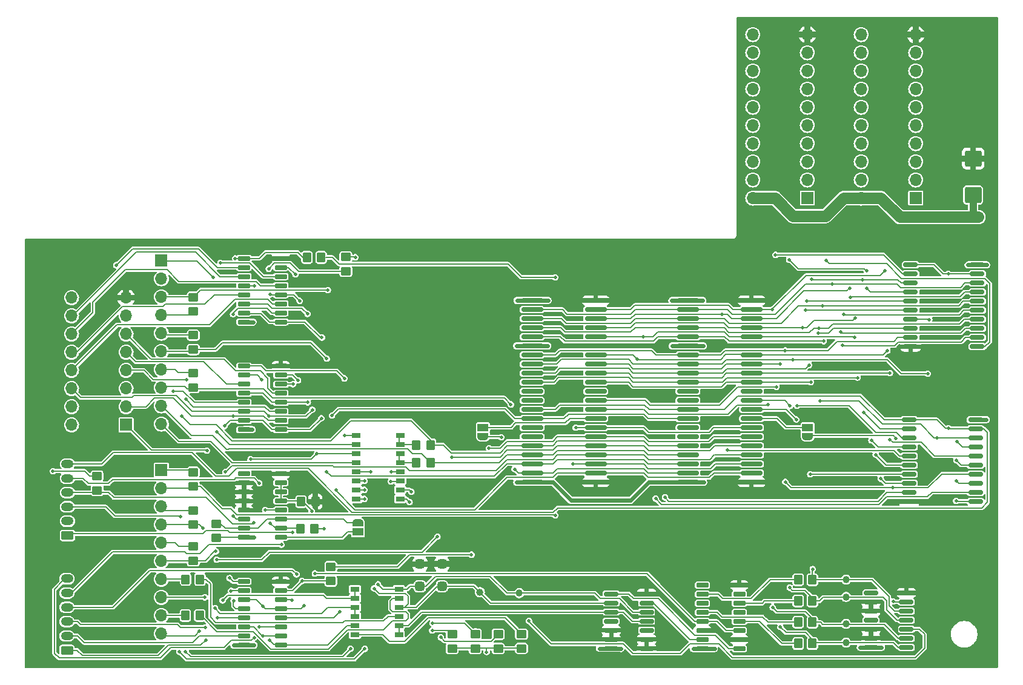
<source format=gbr>
%TF.GenerationSoftware,KiCad,Pcbnew,8.0.9*%
%TF.CreationDate,2025-05-07T23:17:47-04:00*%
%TF.ProjectId,RAMEXPB_V3,52414d45-5850-4425-9f56-332e6b696361,rev?*%
%TF.SameCoordinates,Original*%
%TF.FileFunction,Copper,L1,Top*%
%TF.FilePolarity,Positive*%
%FSLAX46Y46*%
G04 Gerber Fmt 4.6, Leading zero omitted, Abs format (unit mm)*
G04 Created by KiCad (PCBNEW 8.0.9) date 2025-05-07 23:17:47*
%MOMM*%
%LPD*%
G01*
G04 APERTURE LIST*
G04 Aperture macros list*
%AMRoundRect*
0 Rectangle with rounded corners*
0 $1 Rounding radius*
0 $2 $3 $4 $5 $6 $7 $8 $9 X,Y pos of 4 corners*
0 Add a 4 corners polygon primitive as box body*
4,1,4,$2,$3,$4,$5,$6,$7,$8,$9,$2,$3,0*
0 Add four circle primitives for the rounded corners*
1,1,$1+$1,$2,$3*
1,1,$1+$1,$4,$5*
1,1,$1+$1,$6,$7*
1,1,$1+$1,$8,$9*
0 Add four rect primitives between the rounded corners*
20,1,$1+$1,$2,$3,$4,$5,0*
20,1,$1+$1,$4,$5,$6,$7,0*
20,1,$1+$1,$6,$7,$8,$9,0*
20,1,$1+$1,$8,$9,$2,$3,0*%
%AMFreePoly0*
4,1,19,0.550000,-0.750000,0.000000,-0.750000,0.000000,-0.744911,-0.071157,-0.744911,-0.207708,-0.704816,-0.327430,-0.627875,-0.420627,-0.520320,-0.479746,-0.390866,-0.500000,-0.250000,-0.500000,0.250000,-0.479746,0.390866,-0.420627,0.520320,-0.327430,0.627875,-0.207708,0.704816,-0.071157,0.744911,0.000000,0.744911,0.000000,0.750000,0.550000,0.750000,0.550000,-0.750000,0.550000,-0.750000,
$1*%
%AMFreePoly1*
4,1,19,0.000000,0.744911,0.071157,0.744911,0.207708,0.704816,0.327430,0.627875,0.420627,0.520320,0.479746,0.390866,0.500000,0.250000,0.500000,-0.250000,0.479746,-0.390866,0.420627,-0.520320,0.327430,-0.627875,0.207708,-0.704816,0.071157,-0.744911,0.000000,-0.744911,0.000000,-0.750000,-0.550000,-0.750000,-0.550000,0.750000,0.000000,0.750000,0.000000,0.744911,0.000000,0.744911,
$1*%
G04 Aperture macros list end*
%TA.AperFunction,SMDPad,CuDef*%
%ADD10RoundRect,0.250000X-0.450000X0.350000X-0.450000X-0.350000X0.450000X-0.350000X0.450000X0.350000X0*%
%TD*%
%TA.AperFunction,SMDPad,CuDef*%
%ADD11RoundRect,0.250000X0.450000X-0.350000X0.450000X0.350000X-0.450000X0.350000X-0.450000X-0.350000X0*%
%TD*%
%TA.AperFunction,SMDPad,CuDef*%
%ADD12RoundRect,0.250000X0.350000X0.450000X-0.350000X0.450000X-0.350000X-0.450000X0.350000X-0.450000X0*%
%TD*%
%TA.AperFunction,SMDPad,CuDef*%
%ADD13FreePoly0,270.000000*%
%TD*%
%TA.AperFunction,SMDPad,CuDef*%
%ADD14R,1.500000X1.000000*%
%TD*%
%TA.AperFunction,SMDPad,CuDef*%
%ADD15FreePoly1,270.000000*%
%TD*%
%TA.AperFunction,SMDPad,CuDef*%
%ADD16RoundRect,0.150000X0.725000X0.150000X-0.725000X0.150000X-0.725000X-0.150000X0.725000X-0.150000X0*%
%TD*%
%TA.AperFunction,SMDPad,CuDef*%
%ADD17RoundRect,0.325000X0.325000X-0.325000X0.325000X0.325000X-0.325000X0.325000X-0.325000X-0.325000X0*%
%TD*%
%TA.AperFunction,SMDPad,CuDef*%
%ADD18R,1.250000X0.760000*%
%TD*%
%TA.AperFunction,SMDPad,CuDef*%
%ADD19RoundRect,0.150000X-0.875000X-0.150000X0.875000X-0.150000X0.875000X0.150000X-0.875000X0.150000X0*%
%TD*%
%TA.AperFunction,SMDPad,CuDef*%
%ADD20C,1.000000*%
%TD*%
%TA.AperFunction,SMDPad,CuDef*%
%ADD21RoundRect,0.250000X-0.350000X-0.450000X0.350000X-0.450000X0.350000X0.450000X-0.350000X0.450000X0*%
%TD*%
%TA.AperFunction,SMDPad,CuDef*%
%ADD22RoundRect,0.150000X-1.374000X-0.150000X1.374000X-0.150000X1.374000X0.150000X-1.374000X0.150000X0*%
%TD*%
%TA.AperFunction,SMDPad,CuDef*%
%ADD23RoundRect,0.250000X0.925000X-0.875000X0.925000X0.875000X-0.925000X0.875000X-0.925000X-0.875000X0*%
%TD*%
%TA.AperFunction,SMDPad,CuDef*%
%ADD24RoundRect,0.150000X0.825000X0.150000X-0.825000X0.150000X-0.825000X-0.150000X0.825000X-0.150000X0*%
%TD*%
%TA.AperFunction,SMDPad,CuDef*%
%ADD25FreePoly0,90.000000*%
%TD*%
%TA.AperFunction,SMDPad,CuDef*%
%ADD26FreePoly1,90.000000*%
%TD*%
%TA.AperFunction,ComponentPad*%
%ADD27R,1.700000X1.700000*%
%TD*%
%TA.AperFunction,ComponentPad*%
%ADD28O,1.700000X1.700000*%
%TD*%
%TA.AperFunction,ComponentPad*%
%ADD29RoundRect,0.250000X0.625000X-0.350000X0.625000X0.350000X-0.625000X0.350000X-0.625000X-0.350000X0*%
%TD*%
%TA.AperFunction,ComponentPad*%
%ADD30O,1.750000X1.200000*%
%TD*%
%TA.AperFunction,ViaPad*%
%ADD31C,0.500000*%
%TD*%
%TA.AperFunction,Conductor*%
%ADD32C,0.200000*%
%TD*%
%TA.AperFunction,Conductor*%
%ADD33C,0.600000*%
%TD*%
%TA.AperFunction,Conductor*%
%ADD34C,0.150000*%
%TD*%
%TA.AperFunction,Conductor*%
%ADD35C,1.600000*%
%TD*%
%TA.AperFunction,Conductor*%
%ADD36C,1.000000*%
%TD*%
G04 APERTURE END LIST*
D10*
%TO.P,R9,1*%
%TO.N,RA5*%
X99575000Y-137615000D03*
%TO.P,R9,2*%
%TO.N,RA5F*%
X99575000Y-139615000D03*
%TD*%
D11*
%TO.P,R2,1*%
%TO.N,VCC*%
X102785000Y-146825000D03*
%TO.P,R2,2*%
%TO.N,Net-(JP3-B)*%
X102785000Y-144825000D03*
%TD*%
D12*
%TO.P,R20,1*%
%TO.N,MSRA1F*%
X132735000Y-136290000D03*
%TO.P,R20,2*%
%TO.N,Net-(R20-Pad2)*%
X130735000Y-136290000D03*
%TD*%
D13*
%TO.P,JP2,1,A*%
%TO.N,GND*%
X185455000Y-130035000D03*
D14*
%TO.P,JP2,2,C*%
%TO.N,Net-(JP2-C)*%
X185455000Y-131335000D03*
D15*
%TO.P,JP2,3,B*%
%TO.N,Net-(JP2-B)*%
X185455000Y-132635000D03*
%TD*%
D16*
%TO.P,U2,1,OEa*%
%TO.N,Net-(JP3-C)*%
X111800000Y-146723300D03*
%TO.P,U2,2,A1*%
%TO.N,~{RAS}*%
X111800000Y-145453300D03*
%TO.P,U2,3,I3a*%
%TO.N,Net-(JP3-B)*%
X111800000Y-144183300D03*
%TO.P,U2,4,I2a*%
%TO.N,A21*%
X111800000Y-142913300D03*
%TO.P,U2,5,I1a*%
%TO.N,Net-(U2-I0a)*%
X111800000Y-141643300D03*
%TO.P,U2,6,I0a*%
X111800000Y-140373300D03*
%TO.P,U2,7,Za*%
X111800000Y-139103300D03*
%TO.P,U2,8,GND*%
%TO.N,GND*%
X111800000Y-137833300D03*
%TO.P,U2,9,Zb*%
%TO.N,unconnected-(U2-Zb-Pad9)*%
X106650000Y-137833300D03*
%TO.P,U2,10,I0b*%
%TO.N,GND*%
X106650000Y-139103300D03*
%TO.P,U2,11,I1b*%
X106650000Y-140373300D03*
%TO.P,U2,12,I2b*%
X106650000Y-141643300D03*
%TO.P,U2,13,I3b*%
X106650000Y-142913300D03*
%TO.P,U2,14,A0*%
%TO.N,VID\u005C~{u}*%
X106650000Y-144183300D03*
%TO.P,U2,15,OEb*%
%TO.N,Net-(JP3-B)*%
X106650000Y-145453300D03*
%TO.P,U2,16,VCC*%
%TO.N,VCC*%
X106650000Y-146723300D03*
%TD*%
D12*
%TO.P,R15,1*%
%TO.N,MSRA0F*%
X132745000Y-133795000D03*
%TO.P,R15,2*%
%TO.N,Net-(R15-Pad2)*%
X130745000Y-133795000D03*
%TD*%
D16*
%TO.P,U3,1,~{EN}*%
%TO.N,Net-(U3A-~{EN})*%
X175900000Y-162280000D03*
%TO.P,U3,2,A*%
%TO.N,GND*%
X175900000Y-161010000D03*
%TO.P,U3,3,B*%
%TO.N,Net-(U2-I0a)*%
X175900000Y-159740000D03*
%TO.P,U3,4,~{Q0}*%
%TO.N,Net-(U3A-~{Q0})*%
X175900000Y-158470000D03*
%TO.P,U3,5,~{Q1}*%
%TO.N,unconnected-(U3A-~{Q1}-Pad5)*%
X175900000Y-157200000D03*
%TO.P,U3,6,~{Q2}*%
%TO.N,Net-(U3A-~{Q2})*%
X175900000Y-155930000D03*
%TO.P,U3,7,~{Q3}*%
%TO.N,unconnected-(U3A-~{Q3}-Pad7)*%
X175900000Y-154660000D03*
%TO.P,U3,8,GND*%
%TO.N,GND*%
X175900000Y-153390000D03*
%TO.P,U3,9,~{Q3}*%
%TO.N,unconnected-(U3B-~{Q3}-Pad9)*%
X170750000Y-153390000D03*
%TO.P,U3,10,~{Q2}*%
%TO.N,Net-(U3B-~{Q2})*%
X170750000Y-154660000D03*
%TO.P,U3,11,~{Q1}*%
%TO.N,unconnected-(U3B-~{Q1}-Pad11)*%
X170750000Y-155930000D03*
%TO.P,U3,12,~{Q0}*%
%TO.N,Net-(U3B-~{Q0})*%
X170750000Y-157200000D03*
%TO.P,U3,13,B*%
%TO.N,Net-(U2-I0a)*%
X170750000Y-158470000D03*
%TO.P,U3,14,A*%
%TO.N,GND*%
X170750000Y-159740000D03*
%TO.P,U3,15,~{EN}*%
%TO.N,Net-(U3B-~{EN})*%
X170750000Y-161010000D03*
%TO.P,U3,16,VCC*%
%TO.N,VCC*%
X170750000Y-162280000D03*
%TD*%
D11*
%TO.P,R22,1*%
%TO.N,VCC*%
X135760600Y-162255000D03*
%TO.P,R22,2*%
%TO.N,Net-(R22-Pad2)*%
X135760600Y-160255000D03*
%TD*%
D17*
%TO.P,D2,1,K*%
%TO.N,~{MCAS1}*%
X131255000Y-153565000D03*
%TO.P,D2,2,A*%
%TO.N,GND*%
X131255000Y-150465000D03*
%TD*%
D10*
%TO.P,R13,1*%
%TO.N,RA2*%
X99575000Y-118460000D03*
%TO.P,R13,2*%
%TO.N,RA2F*%
X99575000Y-120460000D03*
%TD*%
%TO.P,R24,1*%
%TO.N,VCC*%
X120905000Y-107525000D03*
%TO.P,R24,2*%
%TO.N,PULLUP*%
X120905000Y-109525000D03*
%TD*%
D13*
%TO.P,JP1,1,A*%
%TO.N,GND*%
X140075000Y-130055000D03*
D14*
%TO.P,JP1,2,C*%
%TO.N,Net-(JP1-C)*%
X140075000Y-131355000D03*
D15*
%TO.P,JP1,3,B*%
%TO.N,Net-(JP1-B)*%
X140075000Y-132655000D03*
%TD*%
D10*
%TO.P,R11,1*%
%TO.N,RA6*%
X99575000Y-147995000D03*
%TO.P,R11,2*%
%TO.N,RA6F*%
X99575000Y-149995000D03*
%TD*%
D12*
%TO.P,R25,1*%
%TO.N,MRA9F*%
X117455000Y-107585000D03*
%TO.P,R25,2*%
%TO.N,Net-(U11-Zb)*%
X115455000Y-107585000D03*
%TD*%
D18*
%TO.P,SWB1,1*%
%TO.N,~{CAS1}*%
X122170000Y-153960000D03*
%TO.P,SWB1,2*%
X122170000Y-155230000D03*
%TO.P,SWB1,3*%
%TO.N,~{CAS0}*%
X122170000Y-156500000D03*
%TO.P,SWB1,4*%
X122170000Y-157770000D03*
%TO.P,SWB1,5*%
%TO.N,C2M*%
X122170000Y-159040000D03*
%TO.P,SWB1,6*%
%TO.N,Net-(R26-Pad2)*%
X122170000Y-160310000D03*
%TO.P,SWB1,7*%
%TO.N,MC2M*%
X128320000Y-160310000D03*
%TO.P,SWB1,8*%
X128320000Y-159040000D03*
%TO.P,SWB1,9*%
%TO.N,Net-(R18-Pad2)*%
X128320000Y-157770000D03*
%TO.P,SWB1,10*%
%TO.N,~{MCAS0}*%
X128320000Y-156500000D03*
%TO.P,SWB1,11*%
%TO.N,Net-(R17-Pad2)*%
X128320000Y-155230000D03*
%TO.P,SWB1,12*%
%TO.N,~{MCAS1}*%
X128320000Y-153960000D03*
%TD*%
D16*
%TO.P,U10,1,OEa*%
%TO.N,DMA*%
X111800000Y-131666700D03*
%TO.P,U10,2,A1*%
%TO.N,VID\u005C~{u}*%
X111800000Y-130396700D03*
%TO.P,U10,3,I3a*%
%TO.N,VA8*%
X111800000Y-129126700D03*
%TO.P,U10,4,I2a*%
%TO.N,PULLUP*%
X111800000Y-127856700D03*
%TO.P,U10,5,I1a*%
%TO.N,A9*%
X111800000Y-126586700D03*
%TO.P,U10,6,I0a*%
%TO.N,A17*%
X111800000Y-125316700D03*
%TO.P,U10,7,Za*%
%TO.N,Net-(U10-Za)*%
X111800000Y-124046700D03*
%TO.P,U10,8,GND*%
%TO.N,GND*%
X111800000Y-122776700D03*
%TO.P,U10,9,Zb*%
%TO.N,MRA0*%
X106650000Y-122776700D03*
%TO.P,U10,10,I0b*%
%TO.N,A18*%
X106650000Y-124046700D03*
%TO.P,U10,11,I1b*%
%TO.N,A1*%
X106650000Y-125316700D03*
%TO.P,U10,12,I2b*%
%TO.N,PULLUP*%
X106650000Y-126586700D03*
%TO.P,U10,13,I3b*%
%TO.N,VA0*%
X106650000Y-127856700D03*
%TO.P,U10,14,A0*%
%TO.N,C2M*%
X106650000Y-129126700D03*
%TO.P,U10,15,OEb*%
%TO.N,DMA*%
X106650000Y-130396700D03*
%TO.P,U10,16,VCC*%
%TO.N,VCC*%
X106650000Y-131666700D03*
%TD*%
D12*
%TO.P,R8,1*%
%TO.N,GND*%
X116635000Y-141735000D03*
%TO.P,R8,2*%
%TO.N,Net-(U2-I0a)*%
X114635000Y-141735000D03*
%TD*%
D19*
%TO.P,U7,1,1OE*%
%TO.N,RAM-R{slash}~{W}F*%
X199850000Y-108625000D03*
%TO.P,U7,2,1A0*%
%TO.N,D0*%
X199850000Y-109895000D03*
%TO.P,U7,3,2Y0*%
%TO.N,DQ7*%
X199850000Y-111165000D03*
%TO.P,U7,4,1A1*%
%TO.N,D1*%
X199850000Y-112435000D03*
%TO.P,U7,5,2Y1*%
%TO.N,DQ6*%
X199850000Y-113705000D03*
%TO.P,U7,6,1A2*%
%TO.N,D2*%
X199850000Y-114975000D03*
%TO.P,U7,7,2Y2*%
%TO.N,DQ5*%
X199850000Y-116245000D03*
%TO.P,U7,8,1A3*%
%TO.N,D3*%
X199850000Y-117515000D03*
%TO.P,U7,9,2Y3*%
%TO.N,DQ4*%
X199850000Y-118785000D03*
%TO.P,U7,10,GND*%
%TO.N,GND*%
X199850000Y-120055000D03*
%TO.P,U7,11,2A3*%
%TO.N,D4*%
X209150000Y-120055000D03*
%TO.P,U7,12,1Y3*%
%TO.N,DQ3*%
X209150000Y-118785000D03*
%TO.P,U7,13,2A2*%
%TO.N,D5*%
X209150000Y-117515000D03*
%TO.P,U7,14,1Y2*%
%TO.N,DQ2*%
X209150000Y-116245000D03*
%TO.P,U7,15,2A1*%
%TO.N,D6*%
X209150000Y-114975000D03*
%TO.P,U7,16,1Y1*%
%TO.N,DQ1*%
X209150000Y-113705000D03*
%TO.P,U7,17,2A0*%
%TO.N,D7*%
X209150000Y-112435000D03*
%TO.P,U7,18,1Y0*%
%TO.N,DQ0*%
X209150000Y-111165000D03*
%TO.P,U7,19,2OE*%
%TO.N,RAM-R{slash}~{W}F*%
X209150000Y-109895000D03*
%TO.P,U7,20,VCC*%
%TO.N,VCC*%
X209150000Y-108625000D03*
%TD*%
D20*
%TO.P,TP2,1,1*%
%TO.N,~{MCAS2F}*%
X190815000Y-155055000D03*
%TD*%
D21*
%TO.P,R17,1*%
%TO.N,~{CAS1F}*%
X98465000Y-157645000D03*
%TO.P,R17,2*%
%TO.N,Net-(R17-Pad2)*%
X100465000Y-157645000D03*
%TD*%
%TO.P,R6,1*%
%TO.N,Net-(U3B-~{Q0})*%
X184125000Y-158586700D03*
%TO.P,R6,2*%
%TO.N,~{MCAS1F}*%
X186125000Y-158586700D03*
%TD*%
D22*
%TO.P,U5,1,VCC*%
%TO.N,VCC*%
X146945000Y-113600000D03*
%TO.P,U5,2,DQ1*%
%TO.N,DQ0*%
X146945000Y-114870000D03*
%TO.P,U5,3,DQ2*%
%TO.N,DQ1*%
X146945000Y-116140000D03*
%TO.P,U5,4,DQ3*%
%TO.N,DQ2*%
X146945000Y-117410000D03*
%TO.P,U5,5,DQ4*%
%TO.N,DQ3*%
X146945000Y-118680000D03*
%TO.P,U5,6,VCC*%
%TO.N,VCC*%
X146945000Y-119950000D03*
%TO.P,U5,7,DQ5*%
%TO.N,DQ4*%
X146945000Y-121220000D03*
%TO.P,U5,8,DQ6*%
%TO.N,DQ5*%
X146945000Y-122490000D03*
%TO.P,U5,9,DQ7*%
%TO.N,DQ6*%
X146945000Y-123760000D03*
%TO.P,U5,10,DQ8*%
%TO.N,DQ7*%
X146945000Y-125030000D03*
%TO.P,U5,11*%
%TO.N,N/C*%
X146945000Y-126300000D03*
%TO.P,U5,12*%
X146945000Y-127570000D03*
%TO.P,U5,13,~{WE}*%
%TO.N,RAM-R{slash}~{W}F*%
X146945000Y-128840000D03*
%TO.P,U5,14,~{RAS}*%
%TO.N,~{MRASF}*%
X146945000Y-130110000D03*
%TO.P,U5,15*%
%TO.N,N/C*%
X146945000Y-131380000D03*
%TO.P,U5,16*%
X146945000Y-132650000D03*
%TO.P,U5,17,A0*%
%TO.N,MSRA0F*%
X146945000Y-133920000D03*
%TO.P,U5,18,A1*%
%TO.N,MSRA1F*%
X146945000Y-135190000D03*
%TO.P,U5,19,A2*%
%TO.N,RA2F*%
X146945000Y-136460000D03*
%TO.P,U5,20,A3*%
%TO.N,RA3F*%
X146945000Y-137730000D03*
%TO.P,U5,21,VCC*%
%TO.N,VCC*%
X146945000Y-139000000D03*
%TO.P,U5,22,VSS*%
%TO.N,GND*%
X155835000Y-139000000D03*
%TO.P,U5,23,A4*%
%TO.N,RA4F*%
X155835000Y-137730000D03*
%TO.P,U5,24,A5*%
%TO.N,RA5F*%
X155835000Y-136460000D03*
%TO.P,U5,25,A6*%
%TO.N,RA6F*%
X155835000Y-135190000D03*
%TO.P,U5,26,A7*%
%TO.N,RA7F*%
X155835000Y-133920000D03*
%TO.P,U5,27,A8*%
%TO.N,MSRA8F*%
X155835000Y-132650000D03*
%TO.P,U5,28,A9*%
%TO.N,MRA9F*%
X155835000Y-131380000D03*
%TO.P,U5,29,~{OE}*%
%TO.N,Net-(JP1-C)*%
X155835000Y-130110000D03*
%TO.P,U5,30,~{UCAS}*%
%TO.N,~{MCAS1F}*%
X155835000Y-128840000D03*
%TO.P,U5,31,~{LCAS}*%
%TO.N,~{MCAS0F}*%
X155835000Y-127570000D03*
%TO.P,U5,32*%
%TO.N,N/C*%
X155835000Y-126300000D03*
%TO.P,U5,33,DQ9*%
%TO.N,DQ8*%
X155835000Y-125030000D03*
%TO.P,U5,34,DQ10*%
%TO.N,DQ9*%
X155835000Y-123760000D03*
%TO.P,U5,35,DQ11*%
%TO.N,DQ10*%
X155835000Y-122490000D03*
%TO.P,U5,36,DQ12*%
%TO.N,DQ11*%
X155835000Y-121220000D03*
%TO.P,U5,37,VSS*%
%TO.N,GND*%
X155835000Y-119950000D03*
%TO.P,U5,38,DQ13*%
%TO.N,DQ12*%
X155835000Y-118680000D03*
%TO.P,U5,39,DQ14*%
%TO.N,DQ13*%
X155835000Y-117410000D03*
%TO.P,U5,40,DQ15*%
%TO.N,DQ14*%
X155835000Y-116140000D03*
%TO.P,U5,41,DQ16*%
%TO.N,DQ15*%
X155835000Y-114870000D03*
%TO.P,U5,42,VSS*%
%TO.N,GND*%
X155835000Y-113600000D03*
%TD*%
D23*
%TO.P,C1,1*%
%TO.N,VCC*%
X208585000Y-98875000D03*
%TO.P,C1,2*%
%TO.N,GND*%
X208585000Y-93775000D03*
%TD*%
D21*
%TO.P,R18,1*%
%TO.N,~{CAS0F}*%
X98505000Y-152595000D03*
%TO.P,R18,2*%
%TO.N,Net-(R18-Pad2)*%
X100505000Y-152595000D03*
%TD*%
%TO.P,R5,1*%
%TO.N,Net-(U3A-~{Q2})*%
X184125000Y-155618300D03*
%TO.P,R5,2*%
%TO.N,~{MCAS2F}*%
X186125000Y-155618300D03*
%TD*%
D18*
%TO.P,SWB2,1*%
%TO.N,MRA0*%
X122350000Y-132460000D03*
%TO.P,SWB2,2*%
%TO.N,RA0*%
X122350000Y-133730000D03*
%TO.P,SWB2,3*%
%TO.N,MRA1*%
X122350000Y-135000000D03*
%TO.P,SWB2,4*%
%TO.N,RA1*%
X122350000Y-136270000D03*
%TO.P,SWB2,5*%
%TO.N,~{CAS1F}*%
X122350000Y-137540000D03*
%TO.P,SWB2,6*%
%TO.N,~{CAS0F}*%
X122350000Y-138810000D03*
%TO.P,SWB2,7*%
%TO.N,~{MCAS1}*%
X122350000Y-140080000D03*
%TO.P,SWB2,8*%
%TO.N,~{MCAS0}*%
X122350000Y-141350000D03*
%TO.P,SWB2,9*%
%TO.N,Net-(R21-Pad2)*%
X128500000Y-141350000D03*
%TO.P,SWB2,10*%
%TO.N,Net-(R16-Pad2)*%
X128500000Y-140080000D03*
%TO.P,SWB2,11*%
%TO.N,Net-(R22-Pad2)*%
X128500000Y-138810000D03*
%TO.P,SWB2,12*%
X128500000Y-137540000D03*
%TO.P,SWB2,13*%
%TO.N,Net-(R20-Pad2)*%
X128500000Y-136270000D03*
%TO.P,SWB2,14*%
X128500000Y-135000000D03*
%TO.P,SWB2,15*%
%TO.N,Net-(R15-Pad2)*%
X128500000Y-133730000D03*
%TO.P,SWB2,16*%
X128500000Y-132460000D03*
%TD*%
D24*
%TO.P,U1,1*%
%TO.N,GND*%
X162940000Y-162245000D03*
%TO.P,U1,2*%
X162940000Y-160975000D03*
%TO.P,U1,3*%
%TO.N,unconnected-(U1-Pad3)*%
X162940000Y-159705000D03*
%TO.P,U1,4*%
%TO.N,MC2M*%
X162940000Y-158435000D03*
%TO.P,U1,5*%
%TO.N,~{MCAS1}*%
X162940000Y-157165000D03*
%TO.P,U1,6*%
%TO.N,Net-(U3B-~{EN})*%
X162940000Y-155895000D03*
%TO.P,U1,7,GND*%
%TO.N,GND*%
X162940000Y-154625000D03*
%TO.P,U1,8*%
%TO.N,Net-(U3A-~{EN})*%
X157990000Y-154625000D03*
%TO.P,U1,9*%
%TO.N,~{MCAS0}*%
X157990000Y-155895000D03*
%TO.P,U1,10*%
%TO.N,MC2M*%
X157990000Y-157165000D03*
%TO.P,U1,11*%
%TO.N,unconnected-(U1-Pad11)*%
X157990000Y-158435000D03*
%TO.P,U1,12*%
%TO.N,GND*%
X157990000Y-159705000D03*
%TO.P,U1,13*%
X157990000Y-160975000D03*
%TO.P,U1,14,VCC*%
%TO.N,VCC*%
X157990000Y-162245000D03*
%TD*%
D17*
%TO.P,D1,1,K*%
%TO.N,~{MCAS0}*%
X134325000Y-153545000D03*
%TO.P,D1,2,A*%
%TO.N,GND*%
X134325000Y-150445000D03*
%TD*%
D11*
%TO.P,R16,1*%
%TO.N,VCC*%
X142198300Y-162255000D03*
%TO.P,R16,2*%
%TO.N,Net-(R16-Pad2)*%
X142198300Y-160255000D03*
%TD*%
D20*
%TO.P,TP3,1,1*%
%TO.N,~{MCAS1F}*%
X190815000Y-158825000D03*
%TD*%
%TO.P,TP5,1,1*%
%TO.N,~{MCAS0}*%
X139645000Y-154385000D03*
%TD*%
D16*
%TO.P,U11,1,OEa*%
%TO.N,DMA*%
X111800000Y-116610000D03*
%TO.P,U11,2,A1*%
%TO.N,VID\u005C~{u}*%
X111800000Y-115340000D03*
%TO.P,U11,3,I3a*%
%TO.N,VA1*%
X111800000Y-114070000D03*
%TO.P,U11,4,I2a*%
%TO.N,PULLUP*%
X111800000Y-112800000D03*
%TO.P,U11,5,I1a*%
%TO.N,A2*%
X111800000Y-111530000D03*
%TO.P,U11,6,I0a*%
%TO.N,A19*%
X111800000Y-110260000D03*
%TO.P,U11,7,Za*%
%TO.N,MRA1*%
X111800000Y-108990000D03*
%TO.P,U11,8,GND*%
%TO.N,GND*%
X111800000Y-107720000D03*
%TO.P,U11,9,Zb*%
%TO.N,Net-(U11-Zb)*%
X106650000Y-107720000D03*
%TO.P,U11,10,I0b*%
%TO.N,A20*%
X106650000Y-108990000D03*
%TO.P,U11,11,I1b*%
%TO.N,A10*%
X106650000Y-110260000D03*
%TO.P,U11,12,I2b*%
%TO.N,PULLUP*%
X106650000Y-111530000D03*
%TO.P,U11,13,I3b*%
%TO.N,VA9*%
X106650000Y-112800000D03*
%TO.P,U11,14,A0*%
%TO.N,C2M*%
X106650000Y-114070000D03*
%TO.P,U11,15,OEb*%
%TO.N,DMA*%
X106650000Y-115340000D03*
%TO.P,U11,16,VCC*%
%TO.N,VCC*%
X106650000Y-116610000D03*
%TD*%
D21*
%TO.P,R7,1*%
%TO.N,Net-(U3B-~{Q2})*%
X184125000Y-152650000D03*
%TO.P,R7,2*%
%TO.N,~{MCAS3F}*%
X186125000Y-152650000D03*
%TD*%
D11*
%TO.P,R26,1*%
%TO.N,VCC*%
X145455000Y-162245000D03*
%TO.P,R26,2*%
%TO.N,Net-(R26-Pad2)*%
X145455000Y-160245000D03*
%TD*%
D16*
%TO.P,U9,1,S*%
%TO.N,C2M*%
X111800000Y-161780000D03*
%TO.P,U9,2,I0a*%
%TO.N,PULLUP*%
X111800000Y-160510000D03*
%TO.P,U9,3,I1a*%
%TO.N,VA5*%
X111800000Y-159240000D03*
%TO.P,U9,4,Za*%
%TO.N,MRA0*%
X111800000Y-157970000D03*
%TO.P,U9,5,I0b*%
%TO.N,PULLUP*%
X111800000Y-156700000D03*
%TO.P,U9,6,I1b*%
%TO.N,VA13*%
X111800000Y-155430000D03*
%TO.P,U9,7,Zb*%
%TO.N,Net-(U10-Za)*%
X111800000Y-154160000D03*
%TO.P,U9,8,GND*%
%TO.N,GND*%
X111800000Y-152890000D03*
%TO.P,U9,9,Zd*%
%TO.N,Net-(U11-Zb)*%
X106650000Y-152890000D03*
%TO.P,U9,10,I1d*%
%TO.N,~{SNDPG2}*%
X106650000Y-154160000D03*
%TO.P,U9,11,I0d*%
%TO.N,PULLUP*%
X106650000Y-155430000D03*
%TO.P,U9,12,Zc*%
%TO.N,MRA1*%
X106650000Y-156700000D03*
%TO.P,U9,13,I1c*%
%TO.N,VA6*%
X106650000Y-157970000D03*
%TO.P,U9,14,I0c*%
%TO.N,PULLUP*%
X106650000Y-159240000D03*
%TO.P,U9,15,OE*%
%TO.N,~{DMA}*%
X106650000Y-160510000D03*
%TO.P,U9,16,VCC*%
%TO.N,VCC*%
X106650000Y-161780000D03*
%TD*%
D19*
%TO.P,U8,1,1OE*%
%TO.N,RAM-R{slash}~{W}F*%
X199630000Y-130270000D03*
%TO.P,U8,2,1A0*%
%TO.N,D8*%
X199630000Y-131540000D03*
%TO.P,U8,3,2Y0*%
%TO.N,DQ15*%
X199630000Y-132810000D03*
%TO.P,U8,4,1A1*%
%TO.N,D9*%
X199630000Y-134080000D03*
%TO.P,U8,5,2Y1*%
%TO.N,DQ14*%
X199630000Y-135350000D03*
%TO.P,U8,6,1A2*%
%TO.N,D10*%
X199630000Y-136620000D03*
%TO.P,U8,7,2Y2*%
%TO.N,DQ13*%
X199630000Y-137890000D03*
%TO.P,U8,8,1A3*%
%TO.N,D11*%
X199630000Y-139160000D03*
%TO.P,U8,9,2Y3*%
%TO.N,DQ12*%
X199630000Y-140430000D03*
%TO.P,U8,10,GND*%
%TO.N,GND*%
X199630000Y-141700000D03*
%TO.P,U8,11,2A3*%
%TO.N,D12*%
X208930000Y-141700000D03*
%TO.P,U8,12,1Y3*%
%TO.N,DQ11*%
X208930000Y-140430000D03*
%TO.P,U8,13,2A2*%
%TO.N,D13*%
X208930000Y-139160000D03*
%TO.P,U8,14,1Y2*%
%TO.N,DQ10*%
X208930000Y-137890000D03*
%TO.P,U8,15,2A1*%
%TO.N,D14*%
X208930000Y-136620000D03*
%TO.P,U8,16,1Y1*%
%TO.N,DQ9*%
X208930000Y-135350000D03*
%TO.P,U8,17,2A0*%
%TO.N,D15*%
X208930000Y-134080000D03*
%TO.P,U8,18,1Y0*%
%TO.N,DQ8*%
X208930000Y-132810000D03*
%TO.P,U8,19,2OE*%
%TO.N,RAM-R{slash}~{W}F*%
X208930000Y-131540000D03*
%TO.P,U8,20,VCC*%
%TO.N,VCC*%
X208930000Y-130270000D03*
%TD*%
D22*
%TO.P,U6,1,VCC*%
%TO.N,VCC*%
X168725000Y-113600000D03*
%TO.P,U6,2,DQ1*%
%TO.N,DQ0*%
X168725000Y-114870000D03*
%TO.P,U6,3,DQ2*%
%TO.N,DQ1*%
X168725000Y-116140000D03*
%TO.P,U6,4,DQ3*%
%TO.N,DQ2*%
X168725000Y-117410000D03*
%TO.P,U6,5,DQ4*%
%TO.N,DQ3*%
X168725000Y-118680000D03*
%TO.P,U6,6,VCC*%
%TO.N,VCC*%
X168725000Y-119950000D03*
%TO.P,U6,7,DQ5*%
%TO.N,DQ4*%
X168725000Y-121220000D03*
%TO.P,U6,8,DQ6*%
%TO.N,DQ5*%
X168725000Y-122490000D03*
%TO.P,U6,9,DQ7*%
%TO.N,DQ6*%
X168725000Y-123760000D03*
%TO.P,U6,10,DQ8*%
%TO.N,DQ7*%
X168725000Y-125030000D03*
%TO.P,U6,11*%
%TO.N,N/C*%
X168725000Y-126300000D03*
%TO.P,U6,12*%
X168725000Y-127570000D03*
%TO.P,U6,13,~{WE}*%
%TO.N,RAM-R{slash}~{W}F*%
X168725000Y-128840000D03*
%TO.P,U6,14,~{RAS}*%
%TO.N,~{MRASF}*%
X168725000Y-130110000D03*
%TO.P,U6,15*%
%TO.N,N/C*%
X168725000Y-131380000D03*
%TO.P,U6,16*%
X168725000Y-132650000D03*
%TO.P,U6,17,A0*%
%TO.N,MSRA0F*%
X168725000Y-133920000D03*
%TO.P,U6,18,A1*%
%TO.N,MSRA1F*%
X168725000Y-135190000D03*
%TO.P,U6,19,A2*%
%TO.N,RA2F*%
X168725000Y-136460000D03*
%TO.P,U6,20,A3*%
%TO.N,RA3F*%
X168725000Y-137730000D03*
%TO.P,U6,21,VCC*%
%TO.N,VCC*%
X168725000Y-139000000D03*
%TO.P,U6,22,VSS*%
%TO.N,GND*%
X177615000Y-139000000D03*
%TO.P,U6,23,A4*%
%TO.N,RA4F*%
X177615000Y-137730000D03*
%TO.P,U6,24,A5*%
%TO.N,RA5F*%
X177615000Y-136460000D03*
%TO.P,U6,25,A6*%
%TO.N,RA6F*%
X177615000Y-135190000D03*
%TO.P,U6,26,A7*%
%TO.N,RA7F*%
X177615000Y-133920000D03*
%TO.P,U6,27,A8*%
%TO.N,MSRA8F*%
X177615000Y-132650000D03*
%TO.P,U6,28,A9*%
%TO.N,MRA9F*%
X177615000Y-131380000D03*
%TO.P,U6,29,~{OE}*%
%TO.N,Net-(JP2-C)*%
X177615000Y-130110000D03*
%TO.P,U6,30,~{UCAS}*%
%TO.N,~{MCAS3F}*%
X177615000Y-128840000D03*
%TO.P,U6,31,~{LCAS}*%
%TO.N,~{MCAS2F}*%
X177615000Y-127570000D03*
%TO.P,U6,32*%
%TO.N,N/C*%
X177615000Y-126300000D03*
%TO.P,U6,33,DQ9*%
%TO.N,DQ8*%
X177615000Y-125030000D03*
%TO.P,U6,34,DQ10*%
%TO.N,DQ9*%
X177615000Y-123760000D03*
%TO.P,U6,35,DQ11*%
%TO.N,DQ10*%
X177615000Y-122490000D03*
%TO.P,U6,36,DQ12*%
%TO.N,DQ11*%
X177615000Y-121220000D03*
%TO.P,U6,37,VSS*%
%TO.N,GND*%
X177615000Y-119950000D03*
%TO.P,U6,38,DQ13*%
%TO.N,DQ12*%
X177615000Y-118680000D03*
%TO.P,U6,39,DQ14*%
%TO.N,DQ13*%
X177615000Y-117410000D03*
%TO.P,U6,40,DQ15*%
%TO.N,DQ14*%
X177615000Y-116140000D03*
%TO.P,U6,41,DQ16*%
%TO.N,DQ15*%
X177615000Y-114870000D03*
%TO.P,U6,42,VSS*%
%TO.N,GND*%
X177615000Y-113600000D03*
%TD*%
D20*
%TO.P,TP4,1,1*%
%TO.N,~{MCAS3F}*%
X190815000Y-152635000D03*
%TD*%
D10*
%TO.P,R10,1*%
%TO.N,RA7*%
X99575000Y-142945000D03*
%TO.P,R10,2*%
%TO.N,RA7F*%
X99575000Y-144945000D03*
%TD*%
D20*
%TO.P,TP6,1,1*%
%TO.N,~{MCAS1}*%
X145145000Y-154515000D03*
%TD*%
D21*
%TO.P,R4,1*%
%TO.N,Net-(U3A-~{Q0})*%
X184125000Y-161555000D03*
%TO.P,R4,2*%
%TO.N,~{MCAS0F}*%
X186125000Y-161555000D03*
%TD*%
D10*
%TO.P,R12,1*%
%TO.N,RA4F*%
X99575000Y-113135000D03*
%TO.P,R12,2*%
%TO.N,RA4*%
X99575000Y-115135000D03*
%TD*%
D24*
%TO.P,U4,1*%
%TO.N,~{MCAS0F}*%
X199255000Y-162105000D03*
%TO.P,U4,2*%
%TO.N,~{MCAS1F}*%
X199255000Y-160835000D03*
%TO.P,U4,3*%
%TO.N,Net-(JP1-B)*%
X199255000Y-159565000D03*
%TO.P,U4,4*%
%TO.N,~{MCAS2F}*%
X199255000Y-158295000D03*
%TO.P,U4,5*%
%TO.N,~{MCAS3F}*%
X199255000Y-157025000D03*
%TO.P,U4,6*%
%TO.N,Net-(JP2-B)*%
X199255000Y-155755000D03*
%TO.P,U4,7,GND*%
%TO.N,GND*%
X199255000Y-154485000D03*
%TO.P,U4,8*%
%TO.N,unconnected-(U4-Pad8)*%
X194305000Y-154485000D03*
%TO.P,U4,9*%
%TO.N,GND*%
X194305000Y-155755000D03*
%TO.P,U4,10*%
X194305000Y-157025000D03*
%TO.P,U4,11*%
%TO.N,unconnected-(U4-Pad11)*%
X194305000Y-158295000D03*
%TO.P,U4,12*%
%TO.N,GND*%
X194305000Y-159565000D03*
%TO.P,U4,13*%
X194305000Y-160835000D03*
%TO.P,U4,14,VCC*%
%TO.N,VCC*%
X194305000Y-162105000D03*
%TD*%
D10*
%TO.P,R19,1*%
%TO.N,MSRA8F*%
X118805000Y-150825000D03*
%TO.P,R19,2*%
%TO.N,Net-(U10-Za)*%
X118805000Y-152825000D03*
%TD*%
%TO.P,R3,1*%
%TO.N,VCC*%
X86135000Y-138165000D03*
%TO.P,R3,2*%
%TO.N,A21*%
X86135000Y-140165000D03*
%TD*%
D11*
%TO.P,R21,1*%
%TO.N,VCC*%
X138979400Y-162255000D03*
%TO.P,R21,2*%
%TO.N,Net-(R21-Pad2)*%
X138979400Y-160255000D03*
%TD*%
D10*
%TO.P,R14,1*%
%TO.N,RA3*%
X99575000Y-123785000D03*
%TO.P,R14,2*%
%TO.N,RA3F*%
X99575000Y-125785000D03*
%TD*%
D20*
%TO.P,TP1,1,1*%
%TO.N,~{MCAS0F}*%
X190815000Y-161445000D03*
%TD*%
D21*
%TO.P,R1,1*%
%TO.N,~{RAS}*%
X114535000Y-145475000D03*
%TO.P,R1,2*%
%TO.N,~{MRASF}*%
X116535000Y-145475000D03*
%TD*%
D25*
%TO.P,JP3,1,A*%
%TO.N,GND*%
X122595000Y-147275000D03*
D14*
%TO.P,JP3,2,C*%
%TO.N,Net-(JP3-C)*%
X122595000Y-145975000D03*
D26*
%TO.P,JP3,3,B*%
%TO.N,Net-(JP3-B)*%
X122595000Y-144675000D03*
%TD*%
D27*
%TO.P,J9,1,Pin_1*%
%TO.N,RA0*%
X95110000Y-108030000D03*
D28*
%TO.P,J9,2,Pin_2*%
%TO.N,MSRA0F*%
X95110000Y-110570000D03*
%TO.P,J9,3,Pin_3*%
%TO.N,RA4F*%
X95110000Y-113110000D03*
%TO.P,J9,4,Pin_4*%
%TO.N,RA4*%
X95110000Y-115650000D03*
%TO.P,J9,5,Pin_5*%
%TO.N,RA2*%
X95110000Y-118190000D03*
%TO.P,J9,6,Pin_6*%
%TO.N,RA2F*%
X95110000Y-120730000D03*
%TO.P,J9,7,Pin_7*%
%TO.N,RA3*%
X95110000Y-123270000D03*
%TO.P,J9,8,Pin_8*%
%TO.N,RA3F*%
X95110000Y-125810000D03*
%TO.P,J9,9,Pin_9*%
%TO.N,MSRA1F*%
X95110000Y-128350000D03*
%TO.P,J9,10,Pin_10*%
%TO.N,RA1*%
X95110000Y-130890000D03*
%TD*%
D27*
%TO.P,J10,1,Pin_1*%
%TO.N,RA5*%
X95110000Y-137330000D03*
D28*
%TO.P,J10,2,Pin_2*%
%TO.N,RA5F*%
X95110000Y-139870000D03*
%TO.P,J10,3,Pin_3*%
%TO.N,RA7*%
X95110000Y-142410000D03*
%TO.P,J10,4,Pin_4*%
%TO.N,RA7F*%
X95110000Y-144950000D03*
%TO.P,J10,5,Pin_5*%
%TO.N,RA6*%
X95110000Y-147490000D03*
%TO.P,J10,6,Pin_6*%
%TO.N,RA6F*%
X95110000Y-150030000D03*
%TO.P,J10,7,Pin_7*%
%TO.N,~{CAS0F}*%
X95110000Y-152570000D03*
%TO.P,J10,8,Pin_8*%
%TO.N,~{CAS0}*%
X95110000Y-155110000D03*
%TO.P,J10,9,Pin_9*%
%TO.N,~{CAS1F}*%
X95110000Y-157650000D03*
%TO.P,J10,10,Pin_10*%
%TO.N,~{CAS1}*%
X95110000Y-160190000D03*
%TD*%
D27*
%TO.P,J5,1,Pin_1*%
%TO.N,unconnected-(J5-Pin_1-Pad1)*%
X200560000Y-99291400D03*
D28*
%TO.P,J5,2,Pin_2*%
%TO.N,DQ8*%
X200560000Y-96751400D03*
%TO.P,J5,3,Pin_3*%
%TO.N,D12*%
X200560000Y-94211400D03*
%TO.P,J5,4,Pin_4*%
%TO.N,DQ9*%
X200560000Y-91671400D03*
%TO.P,J5,5,Pin_5*%
%TO.N,D13*%
X200560000Y-89131400D03*
%TO.P,J5,6,Pin_6*%
%TO.N,DQ10*%
X200560000Y-86591400D03*
%TO.P,J5,7,Pin_7*%
%TO.N,D14*%
X200560000Y-84051400D03*
%TO.P,J5,8,Pin_8*%
%TO.N,DQ11*%
X200560000Y-81511400D03*
%TO.P,J5,9,Pin_9*%
%TO.N,D15*%
X200560000Y-78971400D03*
%TO.P,J5,10,Pin_10*%
%TO.N,GND*%
X200560000Y-76431400D03*
%TO.P,J5,11,Pin_11*%
%TO.N,DQ15*%
X192940000Y-76431400D03*
%TO.P,J5,12,Pin_12*%
%TO.N,D11*%
X192940000Y-78971400D03*
%TO.P,J5,13,Pin_13*%
%TO.N,DQ14*%
X192940000Y-81511400D03*
%TO.P,J5,14,Pin_14*%
%TO.N,D10*%
X192940000Y-84051400D03*
%TO.P,J5,15,Pin_15*%
%TO.N,DQ13*%
X192940000Y-86591400D03*
%TO.P,J5,16,Pin_16*%
%TO.N,D9*%
X192940000Y-89131400D03*
%TO.P,J5,17,Pin_17*%
%TO.N,DQ12*%
X192940000Y-91671400D03*
%TO.P,J5,18,Pin_18*%
%TO.N,D8*%
X192940000Y-94211400D03*
%TO.P,J5,19,Pin_19*%
%TO.N,unconnected-(J5-Pin_19-Pad19)*%
X192940000Y-96751400D03*
%TO.P,J5,20,Pin_20*%
%TO.N,VCC*%
X192940000Y-99291400D03*
%TD*%
D29*
%TO.P,J11,1*%
%TO.N,~{SNDPG2}*%
X81915000Y-162500000D03*
D30*
%TO.P,J11,2*%
%TO.N,~{DMA}*%
X81915000Y-160500000D03*
%TO.P,J11,3*%
%TO.N,VA6*%
X81915000Y-158500000D03*
%TO.P,J11,4*%
%TO.N,VA13*%
X81915000Y-156500000D03*
%TO.P,J11,5*%
%TO.N,A18*%
X81915000Y-154500000D03*
%TO.P,J11,6*%
%TO.N,VA5*%
X81915000Y-152500000D03*
%TD*%
D27*
%TO.P,J4,1,Pin_1*%
%TO.N,unconnected-(J4-Pin_1-Pad1)*%
X185410000Y-99291400D03*
D28*
%TO.P,J4,2,Pin_2*%
%TO.N,DQ0*%
X185410000Y-96751400D03*
%TO.P,J4,3,Pin_3*%
%TO.N,D4*%
X185410000Y-94211400D03*
%TO.P,J4,4,Pin_4*%
%TO.N,DQ1*%
X185410000Y-91671400D03*
%TO.P,J4,5,Pin_5*%
%TO.N,D5*%
X185410000Y-89131400D03*
%TO.P,J4,6,Pin_6*%
%TO.N,DQ2*%
X185410000Y-86591400D03*
%TO.P,J4,7,Pin_7*%
%TO.N,D6*%
X185410000Y-84051400D03*
%TO.P,J4,8,Pin_8*%
%TO.N,DQ3*%
X185410000Y-81511400D03*
%TO.P,J4,9,Pin_9*%
%TO.N,D7*%
X185410000Y-78971400D03*
%TO.P,J4,10,Pin_10*%
%TO.N,GND*%
X185410000Y-76431400D03*
%TO.P,J4,11,Pin_11*%
%TO.N,DQ7*%
X177790000Y-76431400D03*
%TO.P,J4,12,Pin_12*%
%TO.N,D3*%
X177790000Y-78971400D03*
%TO.P,J4,13,Pin_13*%
%TO.N,DQ6*%
X177790000Y-81511400D03*
%TO.P,J4,14,Pin_14*%
%TO.N,D2*%
X177790000Y-84051400D03*
%TO.P,J4,15,Pin_15*%
%TO.N,DQ5*%
X177790000Y-86591400D03*
%TO.P,J4,16,Pin_16*%
%TO.N,D1*%
X177790000Y-89131400D03*
%TO.P,J4,17,Pin_17*%
%TO.N,DQ4*%
X177790000Y-91671400D03*
%TO.P,J4,18,Pin_18*%
%TO.N,D0*%
X177790000Y-94211400D03*
%TO.P,J4,19,Pin_19*%
%TO.N,unconnected-(J4-Pin_19-Pad19)*%
X177790000Y-96751400D03*
%TO.P,J4,20,Pin_20*%
%TO.N,VCC*%
X177790000Y-99291400D03*
%TD*%
D29*
%TO.P,J12,1*%
%TO.N,A17*%
X81995000Y-146455000D03*
D30*
%TO.P,J12,2*%
%TO.N,A20*%
X81995000Y-144455000D03*
%TO.P,J12,3*%
%TO.N,A19*%
X81995000Y-142455000D03*
%TO.P,J12,4*%
%TO.N,A21*%
X81995000Y-140455000D03*
%TO.P,J12,5*%
%TO.N,~{RAS}*%
X81995000Y-138455000D03*
%TO.P,J12,6*%
%TO.N,RAM-R{slash}~{W}F*%
X81995000Y-136455000D03*
%TD*%
D27*
%TO.P,J8,1*%
%TO.N,DMA*%
X90175000Y-130995000D03*
D28*
%TO.P,J8,2*%
%TO.N,VID\u005C~{u}*%
X90175000Y-128455000D03*
%TO.P,J8,3*%
%TO.N,VA0*%
X90175000Y-125915000D03*
%TO.P,J8,4*%
%TO.N,VA8*%
X90175000Y-123375000D03*
%TO.P,J8,5*%
%TO.N,A1*%
X90175000Y-120835000D03*
%TO.P,J8,6*%
%TO.N,A9*%
X90175000Y-118295000D03*
%TO.P,J8,7*%
%TO.N,unconnected-(J8-Pad7)*%
X90175000Y-115755000D03*
%TO.P,J8,8*%
%TO.N,GND*%
X90175000Y-113215000D03*
%TO.P,J8,9*%
%TO.N,unconnected-(J8-Pad9)*%
X82555000Y-113215000D03*
%TO.P,J8,10*%
%TO.N,A10*%
X82555000Y-115755000D03*
%TO.P,J8,11*%
%TO.N,A2*%
X82555000Y-118295000D03*
%TO.P,J8,12*%
%TO.N,VA9*%
X82555000Y-120835000D03*
%TO.P,J8,13*%
%TO.N,VA1*%
X82555000Y-123375000D03*
%TO.P,J8,14*%
%TO.N,C2M*%
X82555000Y-125915000D03*
%TO.P,J8,15*%
%TO.N,unconnected-(J8-Pad15)*%
X82555000Y-128455000D03*
%TO.P,J8,16*%
%TO.N,VCC*%
X82555000Y-130995000D03*
%TD*%
D31*
%TO.N,GND*%
X138455000Y-130055000D03*
X164605000Y-160975000D03*
X211630000Y-92455000D03*
X211630000Y-83000000D03*
X124155000Y-147275000D03*
X102890000Y-140490000D03*
X175960000Y-82850000D03*
X174400000Y-153380000D03*
X179720000Y-113590000D03*
X91170000Y-160030000D03*
X161375000Y-154625000D03*
X113358000Y-107720000D03*
X149810000Y-155210000D03*
X110310000Y-152890000D03*
X201550000Y-141710000D03*
X179720000Y-139000000D03*
X194100000Y-146790000D03*
X91170000Y-156580000D03*
X92160000Y-113210000D03*
X195860000Y-157500000D03*
X142370000Y-140880000D03*
X150280000Y-149600000D03*
X144630000Y-149610000D03*
X108920000Y-135230000D03*
X195825000Y-160835000D03*
X157920000Y-113610000D03*
X175730000Y-113590000D03*
X192870000Y-104130000D03*
X188560000Y-150350000D03*
X200780000Y-154490000D03*
X201338000Y-120050000D03*
X92220000Y-118430000D03*
X194210000Y-150340000D03*
X98690000Y-111680000D03*
X177440000Y-153380000D03*
X154000000Y-139000000D03*
X102810000Y-135890000D03*
X199270000Y-146890000D03*
X157990000Y-139000000D03*
X197740000Y-154490000D03*
X133090000Y-155850000D03*
X110310000Y-122770000D03*
X160990000Y-146140000D03*
X90150000Y-111100000D03*
X103810000Y-109590000D03*
X199380000Y-149780000D03*
X110270000Y-137830000D03*
X204920000Y-146880000D03*
X90700000Y-139760000D03*
X208360000Y-156450000D03*
X155450000Y-149040000D03*
X198298000Y-120050000D03*
X116700000Y-153960000D03*
X144520000Y-146060000D03*
X118060000Y-141770000D03*
X157980000Y-119950000D03*
X156070000Y-160960000D03*
X113350000Y-122770000D03*
X88210000Y-113290000D03*
X153930000Y-113610000D03*
X110318000Y-107720000D03*
X108620000Y-141060000D03*
X137540000Y-152820000D03*
X150100000Y-116770000D03*
X192910000Y-74370000D03*
X164415000Y-154625000D03*
X175840000Y-74420000D03*
X202225000Y-74420000D03*
X152640000Y-114840000D03*
X179660000Y-119940000D03*
X211630000Y-101910000D03*
X150170000Y-146050000D03*
X132750000Y-150465000D03*
X175730000Y-139000000D03*
X175960000Y-92305000D03*
X177550000Y-161005000D03*
X187240000Y-130080000D03*
X211680000Y-74430000D03*
X205030000Y-149770000D03*
X133570000Y-107870000D03*
X133160000Y-139850000D03*
X90700000Y-137060000D03*
X155340000Y-146150000D03*
X161100000Y-149030000D03*
X183315000Y-74420000D03*
X198168000Y-141710000D03*
X88660000Y-152300000D03*
X113350000Y-152890000D03*
X188450000Y-146800000D03*
X175670000Y-119940000D03*
X113310000Y-137830000D03*
X153990000Y-119950000D03*
X160550000Y-159670000D03*
X143010000Y-107870000D03*
X103810000Y-111500000D03*
%TO.N,RAM-R{slash}~{W}F*%
X205110000Y-131470000D03*
X205110000Y-109900000D03*
%TO.N,DQ14*%
X191320000Y-111920000D03*
X173450000Y-115560000D03*
X174210000Y-134550000D03*
%TO.N,DQ12*%
X192040000Y-118720000D03*
X165520000Y-141140000D03*
X162430000Y-118660000D03*
%TO.N,DQ13*%
X185810000Y-137890000D03*
X184780000Y-117445000D03*
X192070000Y-116090000D03*
%TO.N,DQ0*%
X188920000Y-111340000D03*
%TO.N,DQ10*%
X197350000Y-139800000D03*
X181610000Y-122490000D03*
X182330000Y-138960000D03*
%TO.N,DQ2*%
X187010000Y-117450000D03*
%TO.N,DQ5*%
X183370000Y-121870000D03*
X202450000Y-116300000D03*
X202240000Y-123830000D03*
%TO.N,DQ7*%
X186040000Y-110660000D03*
X192420000Y-124400000D03*
X193130000Y-110690000D03*
%TO.N,DQ11*%
X164210000Y-141300000D03*
X196600000Y-120630000D03*
X161605000Y-121785000D03*
%TO.N,DQ9*%
X196950000Y-123760000D03*
X196970000Y-133100000D03*
%TO.N,DQ3*%
X187690000Y-119300000D03*
X190290000Y-119900000D03*
%TO.N,DQ8*%
X185890000Y-125020000D03*
X203560000Y-132810000D03*
X187170000Y-127630000D03*
%TO.N,DQ6*%
X185645000Y-122625000D03*
X185325000Y-113675000D03*
%TO.N,DQ15*%
X180540000Y-114870000D03*
X183960000Y-128310000D03*
X196224285Y-109478572D03*
%TO.N,DQ1*%
X187530000Y-114350000D03*
%TO.N,DQ4*%
X182320000Y-120590000D03*
%TO.N,D1*%
X193690000Y-111900000D03*
X193710000Y-109480000D03*
X182870000Y-107900000D03*
%TO.N,D6*%
X190520000Y-115550000D03*
%TO.N,D4*%
X188050000Y-108028502D03*
%TO.N,D0*%
X180969999Y-107230000D03*
%TO.N,D7*%
X191410000Y-113140000D03*
%TO.N,D2*%
X185120000Y-114960000D03*
%TO.N,D3*%
X186950000Y-118210000D03*
%TO.N,D5*%
X190090000Y-118030000D03*
%TO.N,D9*%
X194365000Y-133145000D03*
%TO.N,D15*%
X206320000Y-133310000D03*
%TO.N,D10*%
X194970000Y-135150000D03*
%TO.N,D8*%
X193250000Y-129280000D03*
%TO.N,D11*%
X195680000Y-138520000D03*
%TO.N,D14*%
X206250000Y-135950000D03*
%TO.N,D12*%
X206205000Y-141615000D03*
%TO.N,D13*%
X206240000Y-138840000D03*
%TO.N,RA5F*%
X152630000Y-136460000D03*
X150170000Y-143633000D03*
%TO.N,RA2F*%
X118230000Y-121730000D03*
X118230000Y-137530000D03*
%TO.N,RA7F*%
X135730000Y-135520000D03*
X133700000Y-146620000D03*
X100890000Y-145410000D03*
X102840000Y-149840000D03*
%TO.N,RA6F*%
X102730000Y-148690000D03*
X104060000Y-137560000D03*
%TO.N,RA3F*%
X144490000Y-137180000D03*
X143970000Y-128140000D03*
%TO.N,~{MCAS1F}*%
X180570000Y-156500000D03*
X179950000Y-128200000D03*
%TO.N,~{MCAS0F}*%
X181640000Y-159240000D03*
X181090000Y-125690000D03*
%TO.N,RA4F*%
X119530000Y-140060000D03*
X118380000Y-112150000D03*
%TO.N,MSRA0F*%
X97940000Y-129790000D03*
%TO.N,VCC*%
X149116000Y-139010000D03*
X166581000Y-139000000D03*
X172430000Y-162280000D03*
X207048696Y-101950000D03*
X108070000Y-161780000D03*
X169460000Y-162290000D03*
X210400000Y-130270000D03*
X107780000Y-131650000D03*
X195780000Y-162110000D03*
X170916000Y-139000000D03*
X208144348Y-101950000D03*
X159330000Y-162250000D03*
X210470000Y-108625000D03*
X207885000Y-108625000D03*
X122230000Y-107570000D03*
X156360000Y-162260000D03*
X107930000Y-116610000D03*
X140580000Y-162750000D03*
X166471000Y-113610000D03*
X192810000Y-162120000D03*
X170866000Y-119960000D03*
X144781000Y-119950000D03*
X149166000Y-113599900D03*
X144830000Y-113600000D03*
X166531000Y-119960000D03*
X79960000Y-137460000D03*
X170806000Y-113609900D03*
X105240000Y-161780000D03*
X209240000Y-101950000D03*
X149116000Y-119950000D03*
X144781000Y-139010000D03*
X107993300Y-146723300D03*
%TO.N,~{MCAS2F}*%
X182955000Y-153745000D03*
X182990000Y-128310000D03*
%TO.N,~{MCAS0}*%
X123490000Y-141350000D03*
X124840000Y-153860000D03*
%TO.N,~{MCAS3F}*%
X186170000Y-151150000D03*
X183880000Y-130240000D03*
%TO.N,~{MCAS1}*%
X123500000Y-140080000D03*
X125390000Y-153280000D03*
%TO.N,A21*%
X109620000Y-142910000D03*
X108020000Y-144710000D03*
%TO.N,VID\u005C~{u}*%
X105130000Y-143730000D03*
X105140000Y-129740000D03*
X105130000Y-115510000D03*
%TO.N,Net-(U2-I0a)*%
X116575000Y-151765000D03*
X116120000Y-143030000D03*
%TO.N,~{RAS}*%
X108800000Y-139150000D03*
X110330000Y-144740000D03*
%TO.N,Net-(JP2-B)*%
X197810000Y-132880000D03*
X197420000Y-155670000D03*
%TO.N,MRA9F*%
X150185000Y-110365000D03*
X153040000Y-131380000D03*
%TO.N,Net-(JP1-B)*%
X142640000Y-132730000D03*
X146505000Y-158415000D03*
%TO.N,MSRA8F*%
X138460000Y-149140000D03*
X140910000Y-134270000D03*
%TO.N,Net-(U10-Za)*%
X114775000Y-152825000D03*
X114210000Y-124770000D03*
%TO.N,Net-(R22-Pad2)*%
X127190000Y-138880000D03*
X132970000Y-159730000D03*
X127220000Y-137570000D03*
%TO.N,~{CAS1F}*%
X97645000Y-162725000D03*
X124360000Y-137570000D03*
X123550000Y-162310000D03*
%TO.N,~{MRASF}*%
X117825000Y-145475000D03*
X118960000Y-129680000D03*
%TO.N,VA0*%
X96810000Y-126260000D03*
%TO.N,C2M*%
X110170000Y-129810000D03*
X116210000Y-128880000D03*
X115540000Y-115490000D03*
X110210000Y-161100000D03*
%TO.N,RA0*%
X102375000Y-110355000D03*
X102850000Y-132010000D03*
%TO.N,DMA*%
X117480000Y-130070000D03*
X117550000Y-118790000D03*
X101480000Y-134580000D03*
X103960000Y-131150000D03*
%TO.N,VA8*%
X98539200Y-127438600D03*
X98599300Y-124646300D03*
%TO.N,~{CAS0}*%
X101180000Y-155110000D03*
X102620000Y-156640000D03*
%TO.N,~{CAS0F}*%
X123500000Y-138840000D03*
X98505000Y-162665000D03*
X121560000Y-162280000D03*
%TO.N,~{CAS1}*%
X103670000Y-155540000D03*
X100430000Y-159820000D03*
%TO.N,A17*%
X113493000Y-125317000D03*
X113420000Y-146040000D03*
%TO.N,~{SNDPG2}*%
X101320000Y-161060000D03*
X104850000Y-154200000D03*
%TO.N,A19*%
X103370000Y-108350000D03*
X97810000Y-143810000D03*
%TO.N,A18*%
X111895000Y-147755000D03*
X109170000Y-124670000D03*
%TO.N,VA6*%
X101250000Y-159320000D03*
X102970000Y-157980000D03*
%TO.N,VA5*%
X108114124Y-160715876D03*
X108760000Y-159250000D03*
%TO.N,A20*%
X88810000Y-108670000D03*
%TO.N,VA13*%
X114000000Y-151900000D03*
X113330000Y-155470000D03*
%TO.N,MRA0*%
X120070000Y-157120000D03*
X120710000Y-132490000D03*
X120710000Y-124500000D03*
%TO.N,MRA1*%
X116860000Y-135010000D03*
X107580000Y-135800000D03*
X105220000Y-155550000D03*
X113860000Y-109960000D03*
%TO.N,PULLUP*%
X109270000Y-160500000D03*
X108120000Y-111530000D03*
X109285000Y-156345000D03*
X114440000Y-113650000D03*
X115580000Y-127850000D03*
X110120000Y-109170000D03*
X110280000Y-112780000D03*
X115070000Y-156240000D03*
%TO.N,Net-(U11-Zb)*%
X105440000Y-107730000D03*
X104630000Y-152410000D03*
%TO.N,Net-(R16-Pad2)*%
X130060000Y-140360000D03*
X134170000Y-160700000D03*
%TO.N,Net-(R21-Pad2)*%
X133030000Y-158730000D03*
X129810000Y-141800000D03*
%TD*%
D32*
%TO.N,GND*%
X162940000Y-160975000D02*
X164605000Y-160975000D01*
D33*
X106650000Y-141643300D02*
X106650000Y-142913000D01*
X162940000Y-154625000D02*
X164415000Y-154625000D01*
X201338000Y-120050000D02*
X198298000Y-120050000D01*
X177440000Y-153380000D02*
X174400000Y-153380000D01*
X106650000Y-139103300D02*
X106650000Y-140373300D01*
D32*
X165610000Y-119290000D02*
X165600000Y-119300000D01*
D33*
X157920000Y-113610000D02*
X153930000Y-113610000D01*
X179720000Y-139000000D02*
X177615000Y-139000000D01*
D32*
X149820000Y-119290000D02*
X144200000Y-119290000D01*
X175902500Y-161005000D02*
X177550000Y-161005000D01*
D33*
X140075000Y-130055000D02*
X138455000Y-130055000D01*
X155835000Y-119950000D02*
X153990000Y-119950000D01*
D32*
X172625000Y-159735000D02*
X173895000Y-161005000D01*
D33*
X132750000Y-150465000D02*
X134305000Y-150465000D01*
D32*
X184815000Y-130065000D02*
X187225000Y-130065000D01*
X157990000Y-160975000D02*
X157990000Y-159705000D01*
D33*
X110270000Y-137830000D02*
X113310000Y-137830000D01*
X113350000Y-152890000D02*
X111800000Y-152890000D01*
X110310000Y-122770000D02*
X113350000Y-122770000D01*
X162940000Y-154625000D02*
X161375000Y-154625000D01*
D32*
X177550000Y-161005000D02*
X177575000Y-161005000D01*
X171230000Y-119290000D02*
X165610000Y-119290000D01*
X194305000Y-155755000D02*
X194305000Y-157025000D01*
X162940000Y-160975000D02*
X162940000Y-162245000D01*
X187225000Y-130065000D02*
X187240000Y-130080000D01*
D33*
X200780000Y-154490000D02*
X197740000Y-154490000D01*
X106650000Y-140373300D02*
X106650000Y-141643300D01*
D32*
X194305000Y-160835000D02*
X195825000Y-160835000D01*
X170752500Y-159735000D02*
X172625000Y-159735000D01*
D33*
X122595000Y-147275000D02*
X124155000Y-147275000D01*
X113358000Y-107720000D02*
X111800000Y-107720000D01*
D32*
X149740000Y-120610000D02*
X144020000Y-120610000D01*
X195385000Y-157025000D02*
X195860000Y-157500000D01*
D33*
X111800000Y-152890000D02*
X110310000Y-152890000D01*
D32*
X171150000Y-120610000D02*
X165430000Y-120610000D01*
X194305000Y-157025000D02*
X195385000Y-157025000D01*
D33*
X177615000Y-139000000D02*
X175730000Y-139000000D01*
D32*
X150100000Y-116770000D02*
X144480000Y-116770000D01*
D33*
X111800000Y-107720000D02*
X110318000Y-107720000D01*
X179720000Y-113590000D02*
X175730000Y-113590000D01*
X201550000Y-141710000D02*
X198168000Y-141710000D01*
X157990000Y-139000000D02*
X155835000Y-139000000D01*
X131255000Y-150465000D02*
X132750000Y-150465000D01*
X155835000Y-139000000D02*
X154000000Y-139000000D01*
D32*
X173895000Y-161005000D02*
X175902500Y-161005000D01*
D33*
X179660000Y-119940000D02*
X175670000Y-119940000D01*
X157980000Y-119950000D02*
X155835000Y-119950000D01*
D32*
X157990000Y-160975000D02*
X162940000Y-160975000D01*
X194305000Y-159565000D02*
X194305000Y-160835000D01*
%TO.N,RAM-R{slash}~{W}F*%
X210600000Y-141820000D02*
X209820000Y-142600000D01*
X204370000Y-109900000D02*
X203095000Y-108625000D01*
X203095000Y-108625000D02*
X199850000Y-108625000D01*
X162680000Y-128210000D02*
X163310000Y-128840000D01*
X150820000Y-128210000D02*
X162680000Y-128210000D01*
X163310000Y-128840000D02*
X168725000Y-128840000D01*
X205110000Y-109900000D02*
X204370000Y-109900000D01*
X206150000Y-109900000D02*
X206155000Y-109895000D01*
X150495893Y-142600000D02*
X149885893Y-143210000D01*
X104599000Y-138160000D02*
X102710000Y-138160000D01*
X99420000Y-134870000D02*
X88370000Y-134870000D01*
X150190000Y-128840000D02*
X150820000Y-128210000D01*
X175710000Y-126940000D02*
X173810000Y-128840000D01*
X196140000Y-130260000D02*
X192820000Y-126940000D01*
X173810000Y-128840000D02*
X168725000Y-128840000D01*
X199670000Y-130260000D02*
X196140000Y-130260000D01*
X192820000Y-126940000D02*
X175710000Y-126940000D01*
X209820000Y-142600000D02*
X150495893Y-142600000D01*
X146945000Y-128840000D02*
X150190000Y-128840000D01*
X205110000Y-109900000D02*
X206150000Y-109900000D01*
X204710000Y-131470000D02*
X203510000Y-130270000D01*
X210080000Y-131540000D02*
X210600000Y-132060000D01*
X102710000Y-138160000D02*
X99420000Y-134870000D01*
X105669000Y-137090000D02*
X104599000Y-138160000D01*
X121760000Y-143210000D02*
X115640000Y-137090000D01*
X206155000Y-109895000D02*
X209150000Y-109895000D01*
X210600000Y-132060000D02*
X210600000Y-141820000D01*
X205110000Y-131470000D02*
X204710000Y-131470000D01*
X205180000Y-131540000D02*
X210080000Y-131540000D01*
X88370000Y-134870000D02*
X86785000Y-136455000D01*
X203510000Y-130270000D02*
X199680000Y-130270000D01*
X86785000Y-136455000D02*
X81995000Y-136455000D01*
X115640000Y-137090000D02*
X105669000Y-137090000D01*
X149885893Y-143210000D02*
X121760000Y-143210000D01*
X205110000Y-131470000D02*
X205180000Y-131540000D01*
%TO.N,DQ14*%
X174220000Y-134560000D02*
X174210000Y-134550000D01*
X181060000Y-116140000D02*
X177615000Y-116140000D01*
X184920000Y-112280000D02*
X181060000Y-116140000D01*
X161330000Y-115520000D02*
X160710000Y-116140000D01*
X190960000Y-112280000D02*
X184920000Y-112280000D01*
X174220000Y-134560000D02*
X197510000Y-134560000D01*
X191320000Y-111920000D02*
X190960000Y-112280000D01*
X199630000Y-135350000D02*
X198300000Y-135350000D01*
X177615000Y-116140000D02*
X174830000Y-116140000D01*
X160710000Y-116140000D02*
X155835000Y-116140000D01*
X161330000Y-115520000D02*
X174210000Y-115520000D01*
X174830000Y-116140000D02*
X174210000Y-115520000D01*
X198300000Y-135350000D02*
X197510000Y-134560000D01*
%TO.N,DQ12*%
X164480000Y-118040000D02*
X163840000Y-118680000D01*
X192030000Y-118710000D02*
X192040000Y-118720000D01*
X195280000Y-141680000D02*
X166060000Y-141680000D01*
X177615000Y-118680000D02*
X177645000Y-118710000D01*
X196530000Y-140430000D02*
X195280000Y-141680000D01*
X174460000Y-118680000D02*
X173820000Y-118040000D01*
X177615000Y-118680000D02*
X174460000Y-118680000D01*
X199630000Y-140430000D02*
X196530000Y-140430000D01*
X173820000Y-118040000D02*
X164480000Y-118040000D01*
X177645000Y-118710000D02*
X192030000Y-118710000D01*
X163840000Y-118680000D02*
X155835000Y-118680000D01*
X166060000Y-141680000D02*
X165520000Y-141140000D01*
%TO.N,DQ13*%
X185295000Y-117445000D02*
X184780000Y-117445000D01*
X185810000Y-137890000D02*
X199630000Y-137890000D01*
X192070000Y-116090000D02*
X191790000Y-116370000D01*
X174400000Y-117410000D02*
X173760000Y-116770000D01*
X161345000Y-116770000D02*
X160705000Y-117410000D01*
X184780000Y-117445000D02*
X184745000Y-117410000D01*
X191790000Y-116370000D02*
X186370000Y-116370000D01*
X177615000Y-117410000D02*
X174400000Y-117410000D01*
X160705000Y-117410000D02*
X155835000Y-117410000D01*
X186370000Y-116370000D02*
X185295000Y-117445000D01*
X173760000Y-116770000D02*
X161345000Y-116770000D01*
X184745000Y-117410000D02*
X177615000Y-117410000D01*
%TO.N,DQ0*%
X206813332Y-111800000D02*
X207448332Y-111165000D01*
X185120000Y-111340000D02*
X180950000Y-115510000D01*
X151200000Y-114870000D02*
X146945000Y-114870000D01*
X160708000Y-115510000D02*
X151840000Y-115510000D01*
X198440000Y-111800000D02*
X206813332Y-111800000D01*
X188920000Y-111340000D02*
X185120000Y-111340000D01*
X174910000Y-115510000D02*
X174270000Y-114870000D01*
X168725000Y-114870000D02*
X161348000Y-114870000D01*
X188920000Y-111340000D02*
X197980000Y-111340000D01*
X151840000Y-115510000D02*
X151200000Y-114870000D01*
X197980000Y-111340000D02*
X198440000Y-111800000D01*
X180950000Y-115510000D02*
X174910000Y-115510000D01*
X161348000Y-114870000D02*
X160708000Y-115510000D01*
X207448332Y-111165000D02*
X209150000Y-111165000D01*
X174270000Y-114870000D02*
X168725000Y-114870000D01*
%TO.N,DQ10*%
X174030996Y-122490000D02*
X173390996Y-123130000D01*
X181610000Y-122490000D02*
X177615000Y-122490000D01*
X161050000Y-123130000D02*
X160410000Y-122490000D01*
X160410000Y-122490000D02*
X155835000Y-122490000D01*
X173390000Y-123130000D02*
X161050000Y-123130000D01*
X202277107Y-139800000D02*
X197380000Y-139800000D01*
X197350000Y-139800000D02*
X183170000Y-139800000D01*
X208930000Y-137890000D02*
X204187107Y-137890000D01*
X183170000Y-139800000D02*
X182330000Y-138960000D01*
X204187107Y-137890000D02*
X202277107Y-139800000D01*
X177615000Y-122490000D02*
X174030000Y-122490000D01*
X197380000Y-139800000D02*
X197350000Y-139800000D01*
%TO.N,DQ2*%
X150950000Y-117410000D02*
X146945000Y-117410000D01*
X188410000Y-117450000D02*
X186310000Y-117450000D01*
X186310000Y-117450000D02*
X185704813Y-118055187D01*
X168725000Y-117410000D02*
X161338000Y-117410000D01*
X161338000Y-117410000D02*
X160718000Y-118030000D01*
X174425187Y-118055187D02*
X173780000Y-117410000D01*
X160718000Y-118030000D02*
X151570000Y-118030000D01*
X188980000Y-116880000D02*
X188410000Y-117450000D01*
X206692498Y-116880000D02*
X188980000Y-116880000D01*
X173780000Y-117410000D02*
X168725000Y-117410000D01*
X209150000Y-116245000D02*
X209143332Y-116238332D01*
X207334166Y-116238332D02*
X206692498Y-116880000D01*
X209143332Y-116238332D02*
X207334166Y-116238332D01*
X151570000Y-118030000D02*
X150950000Y-117410000D01*
X185704813Y-118055187D02*
X174425187Y-118055187D01*
%TO.N,DQ5*%
X174110348Y-121870000D02*
X173490348Y-122490000D01*
X160410000Y-121850000D02*
X151000000Y-121850000D01*
X168725000Y-122490000D02*
X161050000Y-122490000D01*
X161050000Y-122490000D02*
X160410000Y-121850000D01*
X198550000Y-123830000D02*
X196590000Y-121870000D01*
X150360000Y-122490000D02*
X146945000Y-122490000D01*
X202240000Y-123830000D02*
X198550000Y-123830000D01*
X196590000Y-121870000D02*
X183370000Y-121870000D01*
X173490348Y-122490000D02*
X168725000Y-122490000D01*
X202395000Y-116245000D02*
X199850000Y-116245000D01*
X202450000Y-116300000D02*
X202395000Y-116245000D01*
X151000000Y-121850000D02*
X150360000Y-122490000D01*
X183370000Y-121870000D02*
X174110348Y-121870000D01*
%TO.N,DQ7*%
X186040000Y-110660000D02*
X186070000Y-110690000D01*
X186070000Y-110690000D02*
X193130000Y-110690000D01*
X173535026Y-125030000D02*
X174165026Y-124400000D01*
X174165026Y-124400000D02*
X192420000Y-124400000D01*
X168725000Y-125030000D02*
X173535026Y-125030000D01*
X150640000Y-124390000D02*
X160410000Y-124390000D01*
X160410000Y-124390000D02*
X161050000Y-125030000D01*
X146945000Y-125030000D02*
X150000000Y-125030000D01*
X193130000Y-110690000D02*
X198050000Y-110690000D01*
X186040000Y-110660000D02*
X186090000Y-110710000D01*
X161050000Y-125030000D02*
X168725000Y-125030000D01*
X198525000Y-111165000D02*
X199850000Y-111165000D01*
X198050000Y-110690000D02*
X198525000Y-111165000D01*
X186090000Y-110710000D02*
X186090000Y-110750000D01*
X150000000Y-125030000D02*
X150640000Y-124390000D01*
%TO.N,DQ11*%
X161680000Y-121860000D02*
X173311320Y-121860000D01*
X196010000Y-121220000D02*
X177615000Y-121220000D01*
X202220000Y-141040000D02*
X196500000Y-141040000D01*
X155835000Y-121220000D02*
X161040000Y-121220000D01*
X161040000Y-121220000D02*
X161605000Y-121785000D01*
X208930000Y-140430000D02*
X202830000Y-140430000D01*
X202830000Y-140430000D02*
X202220000Y-141040000D01*
X161605000Y-121785000D02*
X161680000Y-121860000D01*
X195420000Y-142120000D02*
X165030000Y-142120000D01*
X165030000Y-142120000D02*
X164210000Y-141300000D01*
X173311320Y-121860000D02*
X174021320Y-121150000D01*
X174021320Y-121150000D02*
X177545000Y-121150000D01*
X196600000Y-120630000D02*
X196010000Y-121220000D01*
X196500000Y-141040000D02*
X195420000Y-142120000D01*
%TO.N,DQ9*%
X160410000Y-123760000D02*
X155835000Y-123760000D01*
X196970000Y-133100000D02*
X197320000Y-133450000D01*
X196950000Y-123760000D02*
X177615000Y-123760000D01*
X201300000Y-133450000D02*
X203200000Y-135350000D01*
X173390000Y-124400000D02*
X161050000Y-124400000D01*
X177615000Y-123760000D02*
X174075672Y-123760000D01*
X174075672Y-123760000D02*
X173435672Y-124400000D01*
X203200000Y-135350000D02*
X208930000Y-135350000D01*
X197320000Y-133450000D02*
X201300000Y-133450000D01*
X161050000Y-124400000D02*
X160410000Y-123760000D01*
%TO.N,DQ3*%
X207555000Y-118785000D02*
X209150000Y-118785000D01*
X151510000Y-119300000D02*
X163900000Y-119300000D01*
X190310000Y-119920000D02*
X197579472Y-119920000D01*
X163900000Y-119300000D02*
X164520000Y-118680000D01*
X174457151Y-119292125D02*
X173845026Y-118680000D01*
X173845026Y-118680000D02*
X168725000Y-118680000D01*
X197579472Y-119920000D02*
X198099472Y-119400000D01*
X146955000Y-118670000D02*
X150880000Y-118670000D01*
X198099472Y-119400000D02*
X206940000Y-119400000D01*
X187690000Y-119300000D02*
X187682125Y-119292125D01*
X190290000Y-119900000D02*
X190310000Y-119920000D01*
X150880000Y-118670000D02*
X151510000Y-119300000D01*
X206939998Y-119400000D02*
X207554998Y-118785000D01*
X164520000Y-118680000D02*
X168725000Y-118680000D01*
X187682125Y-119292125D02*
X174457151Y-119292125D01*
%TO.N,DQ8*%
X177615000Y-125030000D02*
X185880000Y-125030000D01*
X185880000Y-125030000D02*
X185890000Y-125020000D01*
X195897107Y-130890000D02*
X201210000Y-130890000D01*
X208930000Y-132810000D02*
X203560000Y-132810000D01*
X187170000Y-127630000D02*
X187180000Y-127640000D01*
X161050000Y-125670000D02*
X160410000Y-125030000D01*
X192647107Y-127640000D02*
X195897107Y-130890000D01*
X173390000Y-125670000D02*
X161050000Y-125670000D01*
X201210000Y-130890000D02*
X203130000Y-132810000D01*
X174030000Y-125030000D02*
X173390000Y-125670000D01*
X203130000Y-132810000D02*
X203560000Y-132810000D01*
X160410000Y-125030000D02*
X155835000Y-125030000D01*
X187180000Y-127640000D02*
X192647107Y-127640000D01*
X177615000Y-125030000D02*
X174030000Y-125030000D01*
%TO.N,DQ6*%
X168725000Y-123760000D02*
X161045000Y-123760000D01*
X185355000Y-113705000D02*
X185325000Y-113675000D01*
X174155026Y-123140000D02*
X185130000Y-123140000D01*
X160405000Y-123120000D02*
X150800000Y-123120000D01*
X185130000Y-123140000D02*
X185645000Y-122625000D01*
X168725000Y-123760000D02*
X173535026Y-123760000D01*
X150800000Y-123120000D02*
X150160000Y-123760000D01*
X150160000Y-123760000D02*
X146945000Y-123760000D01*
X173535024Y-123760000D02*
X174155024Y-123140000D01*
X161050000Y-123760000D02*
X160410000Y-123120000D01*
X199850000Y-113705000D02*
X185355000Y-113705000D01*
%TO.N,DQ15*%
X198650000Y-132810000D02*
X199630000Y-132810000D01*
X161325000Y-114260000D02*
X174370000Y-114260000D01*
X180540000Y-114820000D02*
X180540000Y-114870000D01*
X185260000Y-110100000D02*
X180540000Y-114820000D01*
X183960000Y-128310000D02*
X191270000Y-128310000D01*
X194990000Y-132030000D02*
X197870000Y-132030000D01*
X196224285Y-109478572D02*
X195602857Y-110100000D01*
X191270000Y-128310000D02*
X194990000Y-132030000D01*
X174980000Y-114870000D02*
X177615000Y-114870000D01*
X180540000Y-114870000D02*
X177615000Y-114870000D01*
X195602857Y-110100000D02*
X185260000Y-110100000D01*
X155835000Y-114870000D02*
X160715000Y-114870000D01*
X160715000Y-114870000D02*
X161325000Y-114260000D01*
X174370000Y-114260000D02*
X174980000Y-114870000D01*
X197870000Y-132030000D02*
X198650000Y-132810000D01*
%TO.N,DQ1*%
X173830000Y-116140000D02*
X168725000Y-116140000D01*
X161342000Y-116140000D02*
X168725000Y-116140000D01*
X206580000Y-114341666D02*
X207215000Y-113706666D01*
X187540000Y-114340000D02*
X206580000Y-114340000D01*
X174468210Y-116778210D02*
X173830000Y-116140000D01*
X151050000Y-116140000D02*
X151690000Y-116780000D01*
X146945000Y-116140000D02*
X151050000Y-116140000D01*
X187530000Y-114350000D02*
X187540000Y-114340000D01*
X207215000Y-113705000D02*
X209150000Y-113705000D01*
X151690000Y-116780000D02*
X160702000Y-116780000D01*
X160702000Y-116780000D02*
X161342000Y-116140000D01*
X187530000Y-114350000D02*
X184170000Y-114350000D01*
X181741790Y-116778210D02*
X174468210Y-116778210D01*
X184170000Y-114350000D02*
X181741790Y-116778210D01*
%TO.N,DQ4*%
X150810000Y-120610000D02*
X150200000Y-121220000D01*
X189540000Y-119330000D02*
X197520000Y-119330000D01*
X173923288Y-120616712D02*
X173320000Y-121220000D01*
X182293288Y-120616712D02*
X173923288Y-120616712D01*
X182320000Y-120590000D02*
X182293288Y-120616712D01*
X163640000Y-120610000D02*
X150810000Y-120610000D01*
X182320000Y-120590000D02*
X188280000Y-120590000D01*
X164270000Y-121240000D02*
X163640000Y-120610000D01*
X150200000Y-121220000D02*
X146945000Y-121220000D01*
X173320000Y-121220000D02*
X168725000Y-121220000D01*
X188280000Y-120590000D02*
X189540000Y-119330000D01*
X198065000Y-118785000D02*
X199850000Y-118785000D01*
X197520000Y-119330000D02*
X198065000Y-118785000D01*
X168705000Y-121240000D02*
X164270000Y-121240000D01*
%TO.N,D1*%
X194225000Y-112435000D02*
X199850000Y-112435000D01*
X182870000Y-107900000D02*
X184130000Y-109160000D01*
X193390000Y-109160000D02*
X193710000Y-109480000D01*
X184130000Y-109160000D02*
X193390000Y-109160000D01*
X193690000Y-111900000D02*
X194225000Y-112435000D01*
%TO.N,D6*%
X206635832Y-115610000D02*
X206638333Y-115607499D01*
X190560000Y-115590000D02*
X195340000Y-115590000D01*
X206638333Y-115607499D02*
X207273333Y-114972499D01*
X207273333Y-114972499D02*
X207275834Y-114975000D01*
X195340000Y-115590000D02*
X195360000Y-115610000D01*
X190520000Y-115550000D02*
X190560000Y-115590000D01*
X207275834Y-114975000D02*
X209150000Y-114975000D01*
X195360000Y-115610000D02*
X206635832Y-115610000D01*
%TO.N,D4*%
X210200000Y-110530000D02*
X210910000Y-111240000D01*
X188050000Y-108028502D02*
X188491498Y-108470000D01*
X196500000Y-108470000D02*
X198560000Y-110530000D01*
X210910000Y-111240000D02*
X210910000Y-119400000D01*
X188491498Y-108470000D02*
X196500000Y-108470000D01*
X198560000Y-110530000D02*
X210200000Y-110530000D01*
X210910000Y-119400000D02*
X210255000Y-120055000D01*
X210255000Y-120055000D02*
X209150000Y-120055000D01*
%TO.N,D0*%
X196050000Y-107220000D02*
X198725000Y-109895000D01*
X180969999Y-107230000D02*
X180979999Y-107220000D01*
X180979999Y-107220000D02*
X196050000Y-107220000D01*
X198725000Y-109895000D02*
X199850000Y-109895000D01*
%TO.N,D7*%
X191470000Y-113080000D02*
X206745832Y-113080000D01*
X207394999Y-112430833D02*
X207399166Y-112435000D01*
X206745832Y-113080000D02*
X206749999Y-113075833D01*
X191410000Y-113140000D02*
X191470000Y-113080000D01*
X207399166Y-112435000D02*
X209150000Y-112435000D01*
X206749999Y-113075833D02*
X207394999Y-112430833D01*
%TO.N,D2*%
X185120000Y-114960000D02*
X195740000Y-114960000D01*
X195750000Y-114970000D02*
X198995000Y-114970000D01*
X195740000Y-114960000D02*
X195750000Y-114970000D01*
%TO.N,D3*%
X189030000Y-117530000D02*
X199835000Y-117530000D01*
X186950000Y-118210000D02*
X188350000Y-118210000D01*
X199835000Y-117530000D02*
X199850000Y-117515000D01*
X188350000Y-118210000D02*
X189030000Y-117530000D01*
%TO.N,D5*%
X207511665Y-117509165D02*
X207517500Y-117515000D01*
X190090000Y-118030000D02*
X190220000Y-118160000D01*
X190220000Y-118160000D02*
X206860830Y-118160000D01*
X207517500Y-117515000D02*
X209150000Y-117515000D01*
X206860830Y-118160000D02*
X206866665Y-118154165D01*
X206866665Y-118154165D02*
X207511665Y-117509165D01*
%TO.N,D9*%
X194365000Y-133145000D02*
X195300000Y-134080000D01*
X195300000Y-134080000D02*
X199680000Y-134080000D01*
%TO.N,D15*%
X207060000Y-134080000D02*
X208100000Y-134080000D01*
X206320000Y-133310000D02*
X206320000Y-133340000D01*
X206320000Y-133340000D02*
X207060000Y-134080000D01*
%TO.N,D10*%
X194970000Y-135150000D02*
X196440000Y-136620000D01*
X196440000Y-136620000D02*
X199680000Y-136620000D01*
%TO.N,D8*%
X193250000Y-129280000D02*
X193290000Y-129280000D01*
X195550000Y-131540000D02*
X199680000Y-131540000D01*
X193290000Y-129280000D02*
X195550000Y-131540000D01*
%TO.N,D11*%
X195680000Y-138520000D02*
X196320000Y-139160000D01*
X196320000Y-139160000D02*
X199630000Y-139160000D01*
%TO.N,D14*%
X206250000Y-135960000D02*
X206910000Y-136620000D01*
X206250000Y-135950000D02*
X206250000Y-135960000D01*
X206910000Y-136620000D02*
X208980000Y-136620000D01*
%TO.N,D12*%
X206290000Y-141700000D02*
X208980000Y-141700000D01*
X206205000Y-141615000D02*
X206290000Y-141700000D01*
%TO.N,D13*%
X206240000Y-138840000D02*
X206560000Y-139160000D01*
X206560000Y-139160000D02*
X208980000Y-139160000D01*
%TO.N,RA5F*%
X150097000Y-143560000D02*
X150170000Y-143633000D01*
X163165026Y-137100000D02*
X162525026Y-136460000D01*
X104810000Y-142690000D02*
X105680000Y-143560000D01*
X177615000Y-136460000D02*
X172510000Y-136460000D01*
X171870000Y-137100000D02*
X163165026Y-137100000D01*
X162525026Y-136460000D02*
X155835000Y-136460000D01*
X103630000Y-142690000D02*
X104810000Y-142690000D01*
X172510000Y-136460000D02*
X171870000Y-137100000D01*
D34*
X95110000Y-139870000D02*
X99030000Y-139870000D01*
D32*
X99575000Y-139615000D02*
X100555000Y-139615000D01*
X155835000Y-136460000D02*
X152630000Y-136460000D01*
X100555000Y-139615000D02*
X103630000Y-142690000D01*
X105680000Y-143560000D02*
X150097000Y-143560000D01*
%TO.N,RA2F*%
X168725000Y-136460000D02*
X163220000Y-136460000D01*
D34*
X141675414Y-138174586D02*
X143390000Y-136460000D01*
X95110000Y-120730000D02*
X99305000Y-120730000D01*
D32*
X116020000Y-119520000D02*
X103640000Y-119520000D01*
X162560000Y-135830000D02*
X150465000Y-135830000D01*
X150465000Y-135830000D02*
X149835000Y-136460000D01*
D34*
X118874586Y-138174586D02*
X141675414Y-138174586D01*
D32*
X103640000Y-119520000D02*
X102700000Y-120460000D01*
D34*
X118230000Y-137530000D02*
X118874586Y-138174586D01*
X143390000Y-136460000D02*
X146945000Y-136460000D01*
D32*
X118230000Y-121730000D02*
X116020000Y-119520000D01*
X163190000Y-136460000D02*
X162560000Y-135830000D01*
X149835000Y-136460000D02*
X146945000Y-136460000D01*
X102700000Y-120460000D02*
X99575000Y-120460000D01*
%TO.N,RA7F*%
X142450000Y-135520000D02*
X143420000Y-134550000D01*
X133700000Y-146630000D02*
X131540000Y-148790000D01*
X172462000Y-133920000D02*
X171822000Y-134560000D01*
X95110000Y-144950000D02*
X99570000Y-144950000D01*
X135730000Y-135520000D02*
X142450000Y-135520000D01*
X109150000Y-149840000D02*
X102840000Y-149840000D01*
X150465000Y-133920000D02*
X155835000Y-133920000D01*
X163195000Y-134560000D02*
X162555000Y-133920000D01*
X100890000Y-145410000D02*
X100425000Y-144945000D01*
X133700000Y-146620000D02*
X133700000Y-146630000D01*
X100425000Y-144945000D02*
X99945000Y-144945000D01*
X143420000Y-134550000D02*
X149835000Y-134550000D01*
X171822000Y-134560000D02*
X163230000Y-134560000D01*
X177615000Y-133920000D02*
X172490000Y-133920000D01*
X149835000Y-134550000D02*
X150465000Y-133920000D01*
X110200000Y-148790000D02*
X109150000Y-149840000D01*
X131540000Y-148790000D02*
X110200000Y-148790000D01*
X162555000Y-133920000D02*
X155835000Y-133920000D01*
%TO.N,RA6F*%
X95110000Y-150030000D02*
X99540000Y-150030000D01*
X102540000Y-148690000D02*
X101235000Y-149995000D01*
D34*
X155835000Y-135190000D02*
X150455000Y-135190000D01*
X104960000Y-136740000D02*
X104140000Y-137560000D01*
X149815000Y-135830000D02*
X143450000Y-135830000D01*
X119080000Y-136740000D02*
X104960000Y-136740000D01*
D32*
X102730000Y-148690000D02*
X102540000Y-148690000D01*
D34*
X150455000Y-135190000D02*
X149815000Y-135830000D01*
D32*
X162555000Y-135190000D02*
X155835000Y-135190000D01*
D34*
X119245263Y-136905263D02*
X119080000Y-136740000D01*
X129295263Y-136905263D02*
X119245263Y-136905263D01*
D32*
X171774000Y-135830000D02*
X163195000Y-135830000D01*
D34*
X104140000Y-137560000D02*
X104060000Y-137560000D01*
X143450000Y-135830000D02*
X141910000Y-137370000D01*
D32*
X172414000Y-135190000D02*
X171774000Y-135830000D01*
D34*
X141910000Y-137370000D02*
X129760000Y-137370000D01*
D32*
X163195000Y-135830000D02*
X162555000Y-135190000D01*
D34*
X129760000Y-137370000D02*
X129295263Y-136905263D01*
D32*
X177615000Y-135190000D02*
X172430000Y-135190000D01*
X101235000Y-149995000D02*
X99575000Y-149995000D01*
%TO.N,RA3F*%
X146945000Y-137730000D02*
X145040000Y-137730000D01*
X110672000Y-127222000D02*
X109410000Y-125960000D01*
X143970000Y-128140000D02*
X143052000Y-127222000D01*
X109410000Y-125960000D02*
X98700000Y-125960000D01*
X145040000Y-137730000D02*
X144490000Y-137180000D01*
X168725000Y-137730000D02*
X163190000Y-137730000D01*
X162560000Y-137100000D02*
X150465000Y-137100000D01*
X149835000Y-137730000D02*
X146945000Y-137730000D01*
X98700000Y-125960000D02*
X98390000Y-125650000D01*
X143052000Y-127222000D02*
X110672000Y-127222000D01*
X163190000Y-137730000D02*
X162560000Y-137100000D01*
X98390000Y-125650000D02*
X95270000Y-125650000D01*
X150465000Y-137100000D02*
X149835000Y-137730000D01*
%TO.N,~{MCAS1F}*%
X190840000Y-158920000D02*
X187570000Y-158920000D01*
X155835000Y-128840000D02*
X162490000Y-128840000D01*
X187570000Y-158920000D02*
X187237000Y-158587000D01*
X185160000Y-157110000D02*
X181180000Y-157110000D01*
X198125000Y-160835000D02*
X199255000Y-160835000D01*
X187237000Y-158587000D02*
X186125000Y-158587000D01*
X196210000Y-158920000D02*
X198125000Y-160835000D01*
X163200000Y-129490000D02*
X174350000Y-129490000D01*
X174350000Y-129490000D02*
X175629417Y-128210583D01*
X190840000Y-158920000D02*
X196210000Y-158920000D01*
X186125000Y-158075000D02*
X185160000Y-157110000D01*
X179939417Y-128210583D02*
X179950000Y-128200000D01*
X181180000Y-157110000D02*
X180570000Y-156500000D01*
X175629417Y-128210583D02*
X179939417Y-128210583D01*
X162550000Y-128840000D02*
X163200000Y-129490000D01*
%TO.N,~{MCAS0F}*%
X163380000Y-128210000D02*
X162740000Y-127570000D01*
X173130000Y-128210000D02*
X163380000Y-128210000D01*
X197430000Y-161460000D02*
X198075000Y-162105000D01*
X186125000Y-160995000D02*
X185150000Y-160020000D01*
X182420000Y-160020000D02*
X181640000Y-159240000D01*
X181070297Y-125670297D02*
X175669703Y-125670297D01*
X181090000Y-125690000D02*
X181070297Y-125670297D01*
X175669703Y-125670297D02*
X173130000Y-128210000D01*
X186220000Y-161460000D02*
X197430000Y-161460000D01*
X198075000Y-162105000D02*
X199255000Y-162105000D01*
X162740000Y-127570000D02*
X155835000Y-127570000D01*
X185150000Y-160020000D02*
X182420000Y-160020000D01*
%TO.N,RA4F*%
X118380000Y-112150000D02*
X100560000Y-112150000D01*
X163175000Y-138340000D02*
X162575000Y-137740000D01*
X149875000Y-138340000D02*
X150485000Y-137730000D01*
X119530000Y-140060000D02*
X119530000Y-140200000D01*
X100560000Y-112150000D02*
X99575000Y-113135000D01*
X119530000Y-140200000D02*
X122190000Y-142860000D01*
X177615000Y-137730000D02*
X172400000Y-137730000D01*
X122190000Y-142860000D02*
X138930000Y-142860000D01*
X171741000Y-138340000D02*
X163175000Y-138340000D01*
D34*
X95110000Y-113110000D02*
X99550000Y-113110000D01*
D32*
X150485000Y-137730000D02*
X155835000Y-137730000D01*
X172351000Y-137730000D02*
X171741000Y-138340000D01*
X162575000Y-137740000D02*
X155845000Y-137740000D01*
X143450000Y-138340000D02*
X149875000Y-138340000D01*
X138930000Y-142860000D02*
X143450000Y-138340000D01*
%TO.N,MSRA0F*%
X132745000Y-133115000D02*
X130070000Y-130440000D01*
X146945000Y-133920000D02*
X149825000Y-133920000D01*
X150520000Y-133270000D02*
X162550000Y-133270000D01*
X102760000Y-130960000D02*
X99110000Y-130960000D01*
X163200000Y-133920000D02*
X168725000Y-133920000D01*
X146945000Y-133920000D02*
X143450000Y-133920000D01*
X135630000Y-134910000D02*
X134515000Y-133795000D01*
X99110000Y-130960000D02*
X97940000Y-129790000D01*
X118780000Y-133220000D02*
X105020000Y-133220000D01*
X134515000Y-133795000D02*
X132745000Y-133795000D01*
X121560000Y-130440000D02*
X118780000Y-133220000D01*
X162550000Y-133270000D02*
X163200000Y-133920000D01*
X105020000Y-133220000D02*
X102760000Y-130960000D01*
X143450000Y-133920000D02*
X142460000Y-134910000D01*
X130070000Y-130440000D02*
X121560000Y-130440000D01*
X142460000Y-134910000D02*
X135630000Y-134910000D01*
X149825000Y-133920000D02*
X150475000Y-133270000D01*
X132745000Y-133795000D02*
X132745000Y-133115000D01*
%TO.N,Net-(R15-Pad2)*%
X128320000Y-133760000D02*
X130710000Y-133760000D01*
X128320000Y-132490000D02*
X128320000Y-133760000D01*
D33*
%TO.N,VCC*%
X168725000Y-113600000D02*
X168725000Y-113610000D01*
X106650000Y-161780000D02*
X108070000Y-161780000D01*
D32*
X146005000Y-162215000D02*
X140580000Y-162215000D01*
X140580000Y-162215000D02*
X135180600Y-162215000D01*
D33*
X149165000Y-113600000D02*
X149166000Y-113599900D01*
X168715000Y-119960000D02*
X168725000Y-119950000D01*
X168725000Y-139000000D02*
X170916000Y-139000000D01*
X166531000Y-119960000D02*
X168715000Y-119960000D01*
X145460000Y-162250000D02*
X145455000Y-162245000D01*
X106666700Y-131650000D02*
X106650000Y-131666700D01*
D32*
X122230000Y-107570000D02*
X122185000Y-107525000D01*
D35*
X190459000Y-99291400D02*
X187930400Y-101820000D01*
D32*
X135770600Y-162245000D02*
X135760600Y-162255000D01*
D33*
X166471000Y-113610000D02*
X168725000Y-113610000D01*
X159330000Y-162250000D02*
X159325000Y-162245000D01*
D35*
X198360000Y-101950000D02*
X195701400Y-99291400D01*
D33*
X166581000Y-139000000D02*
X168725000Y-139000000D01*
X195775000Y-162105000D02*
X192815000Y-162105000D01*
D36*
X208585000Y-101205000D02*
X208585000Y-98875000D01*
D32*
X84410000Y-137460000D02*
X85115000Y-138165000D01*
D33*
X168725000Y-113610000D02*
X170806000Y-113610000D01*
D36*
X82555000Y-130995000D02*
X82550000Y-130995000D01*
D33*
X160700000Y-141540000D02*
X152380000Y-141540000D01*
X149850000Y-139010000D02*
X149116000Y-139010000D01*
X146945000Y-113600000D02*
X149165000Y-113600000D01*
X172425000Y-162275000D02*
X169465000Y-162275000D01*
X207885000Y-108625000D02*
X210470000Y-108625000D01*
D35*
X192940000Y-99291400D02*
X190459000Y-99291400D01*
D32*
X102900000Y-146710000D02*
X106637000Y-146710000D01*
D33*
X106650000Y-161780000D02*
X105240000Y-161780000D01*
X146943500Y-139010000D02*
X146945200Y-139010000D01*
X145864800Y-139010000D02*
X146935000Y-139010000D01*
D35*
X180891400Y-99291400D02*
X177790000Y-99291400D01*
D33*
X195780000Y-162110000D02*
X195775000Y-162105000D01*
X107780000Y-131650000D02*
X106666700Y-131650000D01*
X168715000Y-119960000D02*
X170866000Y-119960000D01*
X163240000Y-139000000D02*
X160700000Y-141540000D01*
X170806000Y-113610000D02*
X170806000Y-113609900D01*
X144781000Y-119950000D02*
X146945000Y-119950000D01*
X146945200Y-139010000D02*
X146948500Y-139010000D01*
X146941800Y-139010000D02*
X146943500Y-139010000D01*
X166581000Y-139000000D02*
X163240000Y-139000000D01*
X144781000Y-139010000D02*
X145864800Y-139010000D01*
X106650000Y-116610000D02*
X107930000Y-116610000D01*
X146945000Y-113600000D02*
X144830000Y-113600000D01*
X146935000Y-139010000D02*
X146941800Y-139010000D01*
D35*
X187930400Y-101820000D02*
X183420000Y-101820000D01*
D32*
X79960000Y-137460000D02*
X84410000Y-137460000D01*
D33*
X159325000Y-162245000D02*
X156365000Y-162245000D01*
D35*
X183420000Y-101820000D02*
X180891400Y-99291400D01*
D32*
X140580000Y-162215000D02*
X140580000Y-162750000D01*
X122185000Y-107525000D02*
X121025000Y-107525000D01*
X85115000Y-138165000D02*
X86135000Y-138165000D01*
D33*
X146948500Y-139010000D02*
X149116000Y-139010000D01*
X146945000Y-119950000D02*
X149116000Y-119950000D01*
X208980000Y-130270000D02*
X210400000Y-130270000D01*
D35*
X209330000Y-101950000D02*
X198360000Y-101950000D01*
X195701400Y-99291400D02*
X192940000Y-99291400D01*
D33*
X152380000Y-141540000D02*
X149850000Y-139010000D01*
X106650000Y-146723300D02*
X107993300Y-146723300D01*
D32*
%TO.N,MSRA1F*%
X143450000Y-135190000D02*
X146945000Y-135190000D01*
X132735000Y-136290000D02*
X131465000Y-135020000D01*
X168725000Y-135190000D02*
X163150000Y-135190000D01*
X104190000Y-134400000D02*
X102290000Y-132500000D01*
X130200000Y-135020000D02*
X129545342Y-134365342D01*
X132735000Y-136290000D02*
X142350000Y-136290000D01*
X150485000Y-134570000D02*
X149865000Y-135190000D01*
X104510000Y-134400000D02*
X104190000Y-134400000D01*
X149865000Y-135190000D02*
X146945000Y-135190000D01*
D34*
X129545342Y-134365342D02*
X104507247Y-134365342D01*
D32*
X163150000Y-135190000D02*
X162530000Y-134570000D01*
X131465000Y-135020000D02*
X130200000Y-135020000D01*
X102290000Y-132500000D02*
X99280000Y-132500000D01*
X162530000Y-134570000D02*
X150485000Y-134570000D01*
X142350000Y-136290000D02*
X143450000Y-135190000D01*
X99280000Y-132500000D02*
X95130000Y-128350000D01*
%TO.N,~{MCAS2F}*%
X182250000Y-127570000D02*
X177615000Y-127570000D01*
X182990000Y-128310000D02*
X182250000Y-127570000D01*
X185060000Y-154110000D02*
X186125000Y-155175000D01*
X197945000Y-158295000D02*
X196480000Y-156830000D01*
X195970000Y-155100000D02*
X187620000Y-155100000D01*
X199255000Y-158295000D02*
X197945000Y-158295000D01*
X187102000Y-155618000D02*
X186125300Y-155618000D01*
X182955000Y-153745000D02*
X183320000Y-154110000D01*
X187620000Y-155100000D02*
X187102000Y-155618000D01*
X183320000Y-154110000D02*
X185060000Y-154110000D01*
X196480000Y-156830000D02*
X196480000Y-155610000D01*
X196480000Y-155610000D02*
X195970000Y-155100000D01*
%TO.N,~{MCAS0}*%
X154295000Y-155895000D02*
X141155000Y-155895000D01*
X129120000Y-156500000D02*
X128320000Y-156500000D01*
X141155000Y-155895000D02*
X138805000Y-153545000D01*
X122350000Y-141350000D02*
X123490000Y-141350000D01*
X134325000Y-154120000D02*
X134300000Y-154145000D01*
X134325000Y-153545000D02*
X134325000Y-154120000D01*
X138805000Y-153545000D02*
X134325000Y-153545000D01*
D34*
X125580000Y-154600000D02*
X129230000Y-154600000D01*
D32*
X124840000Y-153860000D02*
X124850000Y-153860000D01*
D34*
X129230000Y-154600000D02*
X129580000Y-154950000D01*
X129580000Y-154950000D02*
X129580000Y-156040000D01*
X129580000Y-156040000D02*
X129120000Y-156500000D01*
D32*
X128320000Y-156500000D02*
X130700000Y-156500000D01*
X157990000Y-155895000D02*
X154295000Y-155895000D01*
X130700000Y-156500000D02*
X133655000Y-153545000D01*
X133655000Y-153545000D02*
X134325000Y-153545000D01*
D34*
X124840000Y-153860000D02*
X125580000Y-154600000D01*
D32*
%TO.N,~{MCAS3F}*%
X182480000Y-128840000D02*
X177615000Y-128840000D01*
X197585000Y-157025000D02*
X199255000Y-157025000D01*
X186170000Y-151150000D02*
X186125000Y-151195000D01*
X190890000Y-152650000D02*
X194450000Y-152650000D01*
X196830000Y-155030000D02*
X196830000Y-156270000D01*
X183880000Y-130240000D02*
X182480000Y-128840000D01*
X186125000Y-152650000D02*
X190800000Y-152650000D01*
X194450000Y-152650000D02*
X196830000Y-155030000D01*
X196830000Y-156270000D02*
X197585000Y-157025000D01*
X186125000Y-151195000D02*
X186125000Y-152605000D01*
%TO.N,~{MCAS1}*%
X159130000Y-155250000D02*
X161045000Y-157165000D01*
X161045000Y-157165000D02*
X162940000Y-157165000D01*
X133420000Y-152190000D02*
X132050000Y-153560000D01*
X156420000Y-155250000D02*
X159130000Y-155250000D01*
X155685000Y-154515000D02*
X156420000Y-155250000D01*
X122350000Y-140080000D02*
X123500000Y-140080000D01*
X132050000Y-153560000D02*
X131260000Y-153560000D01*
X145040000Y-154515000D02*
X143415000Y-154515000D01*
X126070000Y-153960000D02*
X128320000Y-153960000D01*
X129845000Y-153545000D02*
X130865000Y-153545000D01*
X141090000Y-152190000D02*
X133420000Y-152190000D01*
X143415000Y-154515000D02*
X141090000Y-152190000D01*
X129430000Y-153960000D02*
X129845000Y-153545000D01*
X125390000Y-153280000D02*
X126070000Y-153960000D01*
X145145000Y-154515000D02*
X155685000Y-154515000D01*
X128320000Y-153960000D02*
X129430000Y-153960000D01*
%TO.N,MC2M*%
X129580000Y-159040000D02*
X128320000Y-159040000D01*
X157985000Y-157170000D02*
X131450000Y-157170000D01*
X157990000Y-157165000D02*
X157985000Y-157170000D01*
X162940000Y-158435000D02*
X160985000Y-158435000D01*
X159715000Y-157165000D02*
X157990000Y-157165000D01*
X160985000Y-158435000D02*
X159715000Y-157165000D01*
X128320000Y-159040000D02*
X128320000Y-160310000D01*
X131450000Y-157170000D02*
X129580000Y-159040000D01*
%TO.N,A21*%
X101380000Y-141140000D02*
X88430000Y-141140000D01*
X107910000Y-144820000D02*
X105060000Y-144820000D01*
X87745000Y-140455000D02*
X81995000Y-140455000D01*
X105060000Y-144820000D02*
X101380000Y-141140000D01*
X108020000Y-144710000D02*
X107910000Y-144820000D01*
X88430000Y-141140000D02*
X87745000Y-140455000D01*
X109620000Y-142910000D02*
X109623000Y-142913000D01*
X109623000Y-142913000D02*
X111799700Y-142913000D01*
%TO.N,VID\u005C~{u}*%
X105800000Y-114700000D02*
X109900000Y-114700000D01*
X109392893Y-129740000D02*
X110049893Y-130397000D01*
X109900000Y-114700000D02*
X110540000Y-115340000D01*
X105130000Y-129750000D02*
X105140000Y-129740000D01*
X105583000Y-144183000D02*
X106649700Y-144183000D01*
X105130000Y-115370000D02*
X105800000Y-114700000D01*
D34*
X97080000Y-127560000D02*
X96790000Y-127270000D01*
X92930000Y-128470000D02*
X90190000Y-128470000D01*
X94130000Y-127270000D02*
X92930000Y-128470000D01*
D32*
X110540000Y-115340000D02*
X111800000Y-115340000D01*
X105130000Y-115510000D02*
X105130000Y-115370000D01*
X105130000Y-143730000D02*
X105583000Y-144183000D01*
D34*
X96790000Y-127270000D02*
X94130000Y-127270000D01*
D32*
X97080000Y-127560000D02*
X99270000Y-129750000D01*
X99270000Y-129750000D02*
X105130000Y-129750000D01*
X105140000Y-129740000D02*
X109392893Y-129740000D01*
X110049893Y-130397000D02*
X111799700Y-130397000D01*
%TO.N,Net-(U3A-~{Q0})*%
X181855000Y-161555000D02*
X184125000Y-161555000D01*
X178765000Y-158465000D02*
X181855000Y-161555000D01*
X175902500Y-158465000D02*
X178765000Y-158465000D01*
%TO.N,Net-(U3A-~{Q2})*%
X184124700Y-155618000D02*
X179432000Y-155618000D01*
X179120000Y-155930000D02*
X175900000Y-155930000D01*
X179432000Y-155618000D02*
X179120000Y-155930000D01*
%TO.N,Net-(U3B-~{Q0})*%
X173470000Y-157840000D02*
X179170000Y-157840000D01*
X172825000Y-157195000D02*
X173470000Y-157840000D01*
X179917000Y-158587000D02*
X184124700Y-158587000D01*
X170752500Y-157195000D02*
X172825000Y-157195000D01*
X179170000Y-157840000D02*
X179917000Y-158587000D01*
%TO.N,Net-(U3B-~{Q2})*%
X184125000Y-152650000D02*
X180210000Y-152650000D01*
X173580000Y-155290000D02*
X172950000Y-154660000D01*
X172950000Y-154660000D02*
X170750000Y-154660000D01*
X180210000Y-152650000D02*
X177570000Y-155290000D01*
X177570000Y-155290000D02*
X173580000Y-155290000D01*
%TO.N,Net-(U2-I0a)*%
X113290000Y-141660000D02*
X113273000Y-141643000D01*
X111800000Y-141643000D02*
X111800000Y-140373300D01*
X174035000Y-159735000D02*
X172765000Y-158465000D01*
X111800000Y-140373300D02*
X111800000Y-139103300D01*
X116120000Y-143030000D02*
X116120000Y-142970000D01*
X175902000Y-159735000D02*
X174035000Y-159735000D01*
X114850000Y-141660000D02*
X113290000Y-141660000D01*
X116600000Y-151790000D02*
X116575000Y-151765000D01*
X116120000Y-142970000D02*
X114895000Y-141745000D01*
X113273000Y-141643000D02*
X111800300Y-141643000D01*
X163010000Y-151790000D02*
X162350000Y-151790000D01*
X169685000Y-158465000D02*
X163010000Y-151790000D01*
X162350000Y-151790000D02*
X116600000Y-151790000D01*
X170752500Y-158465000D02*
X169685000Y-158465000D01*
X172765000Y-158465000D02*
X170752500Y-158465000D01*
%TO.N,Net-(U3B-~{EN})*%
X168995000Y-161005000D02*
X163885000Y-155895000D01*
X170752000Y-161005000D02*
X168995000Y-161005000D01*
X163885000Y-155895000D02*
X162940000Y-155895000D01*
%TO.N,~{RAS}*%
X108800000Y-139150000D02*
X108090000Y-138440000D01*
X108090000Y-138440000D02*
X105490000Y-138440000D01*
X110330000Y-144740000D02*
X111043000Y-145453000D01*
X105490000Y-138440000D02*
X105300000Y-138630000D01*
X87750000Y-139190000D02*
X84920000Y-139190000D01*
X84185000Y-138455000D02*
X81995000Y-138455000D01*
X111800300Y-145453000D02*
X114513000Y-145453000D01*
X84920000Y-139190000D02*
X84185000Y-138455000D01*
X88310000Y-138630000D02*
X87750000Y-139190000D01*
X105300000Y-138630000D02*
X88310000Y-138630000D01*
%TO.N,Net-(R20-Pad2)*%
X128320000Y-136300000D02*
X130725000Y-136300000D01*
X128320000Y-135030000D02*
X128320000Y-136300000D01*
%TO.N,Net-(U3A-~{EN})*%
X157990000Y-154625000D02*
X160475000Y-154625000D01*
X169650000Y-160380000D02*
X172535000Y-160380000D01*
X172535000Y-160380000D02*
X174430000Y-162275000D01*
X161130000Y-155280000D02*
X164550000Y-155280000D01*
X174430000Y-162275000D02*
X175902000Y-162275000D01*
X160475000Y-154625000D02*
X161130000Y-155280000D01*
X164550000Y-155280000D02*
X169650000Y-160380000D01*
%TO.N,Net-(JP2-B)*%
X197505000Y-155755000D02*
X199255000Y-155755000D01*
X197420000Y-155670000D02*
X197505000Y-155755000D01*
X184920000Y-132500000D02*
X184765000Y-132655000D01*
X197430000Y-132500000D02*
X184920000Y-132500000D01*
X197810000Y-132880000D02*
X197430000Y-132500000D01*
%TO.N,MRA9F*%
X153040000Y-131380000D02*
X155835000Y-131380000D01*
X145435000Y-110365000D02*
X143590000Y-108520000D01*
X150185000Y-110365000D02*
X145435000Y-110365000D01*
X119025000Y-107585000D02*
X118085000Y-107585000D01*
X172323000Y-131380000D02*
X171673000Y-132030000D01*
X177615000Y-131380000D02*
X172323000Y-131380000D01*
X171650000Y-132030000D02*
X163200000Y-132030000D01*
X162550000Y-131380000D02*
X155835000Y-131380000D01*
X119960000Y-108520000D02*
X119025000Y-107585000D01*
X143590000Y-108520000D02*
X119960000Y-108520000D01*
X163200000Y-132030000D02*
X162550000Y-131380000D01*
%TO.N,Net-(JP1-B)*%
X159640000Y-161600000D02*
X160990000Y-162950000D01*
X200490000Y-163520000D02*
X201800000Y-162210000D01*
X167650000Y-162950000D02*
X168980000Y-161620000D01*
X160990000Y-162950000D02*
X167650000Y-162950000D01*
X142640000Y-132730000D02*
X142565000Y-132655000D01*
X146505000Y-158415000D02*
X146505000Y-158495000D01*
X173050000Y-161620000D02*
X174950000Y-163520000D01*
X201800000Y-160280000D02*
X201085000Y-159565000D01*
X142565000Y-132655000D02*
X140075000Y-132655000D01*
X168980000Y-161620000D02*
X173050000Y-161620000D01*
X149610000Y-161600000D02*
X159640000Y-161600000D01*
X201085000Y-159565000D02*
X199255000Y-159565000D01*
X201800000Y-162210000D02*
X201800000Y-160280000D01*
X146505000Y-158495000D02*
X149610000Y-161600000D01*
X174950000Y-163520000D02*
X200490000Y-163520000D01*
%TO.N,MSRA8F*%
X128135000Y-150825000D02*
X118805000Y-150825000D01*
X138460000Y-149140000D02*
X129820000Y-149140000D01*
X150470000Y-132650000D02*
X155835000Y-132650000D01*
X143440000Y-133290000D02*
X149830000Y-133290000D01*
X162555000Y-132650000D02*
X155835000Y-132650000D01*
X142460000Y-134270000D02*
X143440000Y-133290000D01*
X129820000Y-149140000D02*
X128135000Y-150825000D01*
X171630000Y-133290000D02*
X163195000Y-133290000D01*
X163195000Y-133290000D02*
X162555000Y-132650000D01*
X140910000Y-134270000D02*
X142460000Y-134270000D01*
X177615000Y-132650000D02*
X172270000Y-132650000D01*
X149830000Y-133290000D02*
X150470000Y-132650000D01*
X172270000Y-132650000D02*
X171630000Y-133290000D01*
%TO.N,Net-(JP1-C)*%
X152190000Y-130110000D02*
X151570000Y-130730000D01*
X151570000Y-130730000D02*
X144610000Y-130730000D01*
X144610000Y-130730000D02*
X143985000Y-131355000D01*
X155835000Y-130110000D02*
X152190000Y-130110000D01*
X143985000Y-131355000D02*
X140075000Y-131355000D01*
%TO.N,Net-(JP2-C)*%
X177615000Y-130110000D02*
X181180000Y-130110000D01*
X181180000Y-130110000D02*
X182425000Y-131355000D01*
X182425000Y-131355000D02*
X185105000Y-131355000D01*
%TO.N,Net-(U10-Za)*%
X113440000Y-154160000D02*
X114775000Y-152825000D01*
X113487000Y-124047000D02*
X114210000Y-124770000D01*
X111800000Y-154160000D02*
X113440000Y-154160000D01*
X114775000Y-152825000D02*
X118805000Y-152825000D01*
X111800300Y-124047000D02*
X113487000Y-124047000D01*
%TO.N,Net-(R22-Pad2)*%
X128280000Y-138880000D02*
X128320000Y-138840000D01*
X132970000Y-159730000D02*
X135235600Y-159730000D01*
X135235600Y-159730000D02*
X135760600Y-160255000D01*
X127220000Y-137570000D02*
X128320000Y-137570000D01*
X127190000Y-138880000D02*
X128280000Y-138880000D01*
X135760600Y-160255000D02*
X135760600Y-160250600D01*
%TO.N,Net-(JP3-C)*%
X121135000Y-145975000D02*
X122595000Y-145975000D01*
X111800300Y-146723000D02*
X120387000Y-146723000D01*
X120387000Y-146723000D02*
X121135000Y-145975000D01*
%TO.N,Net-(JP3-B)*%
X109917000Y-144183000D02*
X108647000Y-145453000D01*
X103405000Y-144825000D02*
X102785000Y-144825000D01*
X106649700Y-145453000D02*
X104568000Y-145453000D01*
X104565000Y-145450000D02*
X104030000Y-145450000D01*
X122595000Y-144675000D02*
X121095000Y-144675000D01*
X108647000Y-145453000D02*
X106649700Y-145453000D01*
X120600000Y-144180000D02*
X111803000Y-144180000D01*
X121095000Y-144675000D02*
X120600000Y-144180000D01*
X111800000Y-144183000D02*
X109917000Y-144183000D01*
X104030000Y-145450000D02*
X103405000Y-144825000D01*
X104568000Y-145453000D02*
X104565000Y-145450000D01*
%TO.N,~{CAS1F}*%
X95110000Y-157650000D02*
X98460000Y-157650000D01*
X123550000Y-162310000D02*
X122120000Y-163740000D01*
X122120000Y-163740000D02*
X98660000Y-163740000D01*
X98660000Y-163740000D02*
X97645000Y-162725000D01*
X122170000Y-137570000D02*
X124360000Y-137570000D01*
%TO.N,~{MRASF}*%
X117825000Y-145475000D02*
X116655000Y-145475000D01*
X144510000Y-130110000D02*
X146945000Y-130110000D01*
X163190000Y-130110000D02*
X162560000Y-129480000D01*
X143170000Y-128770000D02*
X144510000Y-130110000D01*
X118960000Y-129680000D02*
X119870000Y-128770000D01*
X119870000Y-128770000D02*
X143170000Y-128770000D01*
X162560000Y-129480000D02*
X152050000Y-129480000D01*
X151420000Y-130110000D02*
X146945000Y-130110000D01*
X168725000Y-130110000D02*
X163190000Y-130110000D01*
X152050000Y-129480000D02*
X151420000Y-130110000D01*
%TO.N,VA1*%
X110000000Y-113450000D02*
X105380000Y-113450000D01*
X101830000Y-117000000D02*
X88930000Y-117000000D01*
X105380000Y-113450000D02*
X101830000Y-117000000D01*
X111800000Y-114070000D02*
X110620000Y-114070000D01*
X110620000Y-114070000D02*
X110000000Y-113450000D01*
X88930000Y-117000000D02*
X82555000Y-123375000D01*
%TO.N,A10*%
X106650000Y-110260000D02*
X103270000Y-110260000D01*
X82735000Y-115755000D02*
X82555000Y-115755000D01*
X103270000Y-110260000D02*
X99870000Y-106860000D01*
X91630000Y-106860000D02*
X82735000Y-115755000D01*
X99870000Y-106860000D02*
X91630000Y-106860000D01*
%TO.N,VA9*%
X83305000Y-120835000D02*
X82555000Y-120835000D01*
X89670000Y-114470000D02*
X83305000Y-120835000D01*
X102530000Y-112800000D02*
X101200000Y-114130000D01*
X95305600Y-114470000D02*
X89670000Y-114470000D01*
X106650000Y-112800000D02*
X102530000Y-112800000D01*
X101200000Y-114130000D02*
X95645600Y-114130000D01*
X95645600Y-114130000D02*
X95305600Y-114470000D01*
%TO.N,VA0*%
X98120000Y-126260000D02*
X99700000Y-127840000D01*
X99700000Y-127840000D02*
X106633300Y-127840000D01*
X96810000Y-126260000D02*
X98120000Y-126260000D01*
%TO.N,A9*%
X108950000Y-123430000D02*
X105470000Y-123430000D01*
X90175000Y-118295000D02*
X93575000Y-121695000D01*
X111799700Y-126587000D02*
X110697000Y-126587000D01*
D34*
X93710000Y-121830000D02*
X93575000Y-121695000D01*
X103870000Y-121830000D02*
X93710000Y-121830000D01*
D32*
X110000000Y-124480000D02*
X108950000Y-123430000D01*
X110000000Y-125890000D02*
X110000000Y-124480000D01*
X105470000Y-123430000D02*
X103870000Y-121830000D01*
X110697000Y-126587000D02*
X110000000Y-125890000D01*
%TO.N,A2*%
X95890000Y-109290000D02*
X97530000Y-110930000D01*
X82555000Y-118295000D02*
X85520000Y-115330000D01*
X90090000Y-109290000D02*
X95890000Y-109290000D01*
X85520000Y-113860000D02*
X90090000Y-109290000D01*
X97530000Y-110930000D02*
X108350000Y-110930000D01*
X85520000Y-115330000D02*
X85520000Y-113860000D01*
X108350000Y-110930000D02*
X108950000Y-111530000D01*
X108950000Y-111530000D02*
X111800000Y-111530000D01*
D34*
%TO.N,A1*%
X101040000Y-122170000D02*
X104186700Y-125316700D01*
X91510000Y-122170000D02*
X101040000Y-122170000D01*
X104186700Y-125316700D02*
X106650000Y-125316700D01*
D32*
X105937000Y-125317000D02*
X106649700Y-125317000D01*
X90175000Y-120835000D02*
X91510000Y-122170000D01*
%TO.N,RA1*%
X97510000Y-133290000D02*
X95110000Y-130890000D01*
X102010000Y-133290000D02*
X97510000Y-133290000D01*
X122170000Y-136300000D02*
X105020000Y-136300000D01*
X105020000Y-136300000D02*
X102010000Y-133290000D01*
%TO.N,C2M*%
X118370000Y-161780000D02*
X121110000Y-159040000D01*
X110610000Y-114710000D02*
X109970000Y-114070000D01*
X121110000Y-159040000D02*
X122170000Y-159040000D01*
X110810000Y-161700000D02*
X111800000Y-161700000D01*
X115540000Y-115490000D02*
X114760000Y-114710000D01*
D34*
X91185400Y-127015000D02*
X91290400Y-126910000D01*
D32*
X109487000Y-129127000D02*
X106650300Y-129127000D01*
X83820000Y-127180000D02*
X82555000Y-125915000D01*
X109970000Y-114070000D02*
X106650000Y-114070000D01*
X91020400Y-127180000D02*
X83820000Y-127180000D01*
X114760000Y-114710000D02*
X110610000Y-114710000D01*
X110170000Y-129810000D02*
X115280000Y-129810000D01*
X106650300Y-129127000D02*
X99396700Y-129127000D01*
X115280000Y-129810000D02*
X116210000Y-128880000D01*
X91185400Y-127015000D02*
X91020400Y-127180000D01*
X110210000Y-161100000D02*
X110810000Y-161700000D01*
X110170000Y-129810000D02*
X109487000Y-129127000D01*
X99396700Y-129127000D02*
X97180000Y-126910000D01*
X111800000Y-161780000D02*
X118370000Y-161780000D01*
D34*
X91290400Y-126910000D02*
X97180000Y-126910000D01*
D32*
%TO.N,RA0*%
X95140000Y-108060000D02*
X95110000Y-108030000D01*
X119750000Y-133760000D02*
X122170000Y-133760000D01*
X102850000Y-132010000D02*
X104610000Y-133770000D01*
X102375000Y-110355000D02*
X100080000Y-108060000D01*
X100080000Y-108060000D02*
X95140000Y-108060000D01*
X104610000Y-133770000D02*
X119740000Y-133770000D01*
X119740000Y-133770000D02*
X119750000Y-133760000D01*
%TO.N,DMA*%
X101480000Y-134580000D02*
X101420000Y-134520000D01*
X104713000Y-130397000D02*
X103960000Y-131150000D01*
X109317000Y-130397000D02*
X104713000Y-130397000D01*
X115883000Y-131667000D02*
X110587000Y-131667000D01*
X117350000Y-118790000D02*
X115170000Y-116610000D01*
X117480000Y-130070000D02*
X115883000Y-131667000D01*
X110587000Y-131667000D02*
X109317000Y-130397000D01*
X101420000Y-134520000D02*
X93700000Y-134520000D01*
X109020000Y-115420000D02*
X106730000Y-115420000D01*
X93700000Y-134520000D02*
X90175000Y-130995000D01*
X110210000Y-116610000D02*
X109020000Y-115420000D01*
X117550000Y-118790000D02*
X117350000Y-118790000D01*
X115170000Y-116610000D02*
X111800000Y-116610000D01*
X111800000Y-116610000D02*
X110210000Y-116610000D01*
%TO.N,VA8*%
X109570000Y-128490000D02*
X99590600Y-128490000D01*
X111800000Y-129126700D02*
X110206700Y-129126700D01*
X90175000Y-123375000D02*
X92675000Y-123375000D01*
X110206700Y-129126700D02*
X109570000Y-128490000D01*
X99590600Y-128490000D02*
X98539200Y-127438600D01*
X92675000Y-123375000D02*
X93946300Y-124646300D01*
X93946300Y-124646300D02*
X98599300Y-124646300D01*
%TO.N,RA3*%
X97020000Y-123270000D02*
X95110000Y-123270000D01*
X97460000Y-123710000D02*
X97020000Y-123270000D01*
X99500000Y-123710000D02*
X97460000Y-123710000D01*
D34*
%TO.N,RA2*%
X95380000Y-118460000D02*
X99575000Y-118460000D01*
%TO.N,RA4*%
X99060000Y-115650000D02*
X99575000Y-115135000D01*
X95110000Y-115650000D02*
X99060000Y-115650000D01*
D32*
%TO.N,RA7*%
X95645000Y-142945000D02*
X99575000Y-142945000D01*
%TO.N,~{CAS0}*%
X102620000Y-156640000D02*
X103330000Y-157350000D01*
X103330000Y-157350000D02*
X117540000Y-157350000D01*
X95110000Y-155110000D02*
X101180000Y-155110000D01*
X117540000Y-157350000D02*
X118390000Y-156500000D01*
X118390000Y-156500000D02*
X122170000Y-156500000D01*
X122170000Y-156500000D02*
X122170000Y-157770000D01*
%TO.N,~{CAS0F}*%
X99230000Y-163390000D02*
X98505000Y-162665000D01*
X120450000Y-163390000D02*
X99230000Y-163390000D01*
X122170000Y-138840000D02*
X123500000Y-138840000D01*
X121560000Y-162280000D02*
X120450000Y-163390000D01*
X95110000Y-152570000D02*
X98480000Y-152570000D01*
D34*
%TO.N,RA5*%
X95110000Y-137330000D02*
X99290000Y-137330000D01*
D32*
%TO.N,~{CAS1}*%
X103670000Y-155540000D02*
X104410000Y-154800000D01*
X95380000Y-160460000D02*
X95110000Y-160190000D01*
X118170000Y-155230000D02*
X122170000Y-155230000D01*
X104410000Y-154800000D02*
X117740000Y-154800000D01*
X99790000Y-160460000D02*
X95380000Y-160460000D01*
X117740000Y-154800000D02*
X118170000Y-155230000D01*
X122170000Y-153960000D02*
X122170000Y-155230000D01*
X100430000Y-159820000D02*
X99790000Y-160460000D01*
%TO.N,RA6*%
X97515000Y-147995000D02*
X99575000Y-147995000D01*
X97010000Y-147490000D02*
X97515000Y-147995000D01*
X95110000Y-147490000D02*
X97010000Y-147490000D01*
%TO.N,~{DMA}*%
X84340000Y-161430000D02*
X99510000Y-161430000D01*
X99510000Y-161430000D02*
X100430000Y-160510000D01*
X81915000Y-160500000D02*
X83410000Y-160500000D01*
X100430000Y-160510000D02*
X106650000Y-160510000D01*
X83410000Y-160500000D02*
X84340000Y-161430000D01*
%TO.N,A17*%
X113400000Y-146060000D02*
X104680000Y-146060000D01*
X113420000Y-146040000D02*
X113400000Y-146060000D01*
X104680000Y-146060000D02*
X104420000Y-145800000D01*
X100930000Y-146210000D02*
X82240000Y-146210000D01*
X111800300Y-125317000D02*
X113493000Y-125317000D01*
X101340000Y-145800000D02*
X100930000Y-146210000D01*
X104420000Y-145800000D02*
X101340000Y-145800000D01*
%TO.N,~{SNDPG2}*%
X83340000Y-162500000D02*
X81915000Y-162500000D01*
X104890000Y-154160000D02*
X104850000Y-154200000D01*
X84070000Y-163230000D02*
X83340000Y-162500000D01*
X101320000Y-161060000D02*
X100600000Y-161780000D01*
X94660000Y-163230000D02*
X84070000Y-163230000D01*
X96110000Y-161780000D02*
X94660000Y-163230000D01*
X106650000Y-154160000D02*
X104890000Y-154160000D01*
X100600000Y-161780000D02*
X96110000Y-161780000D01*
%TO.N,A19*%
X87355000Y-142455000D02*
X81995000Y-142455000D01*
X97700000Y-143700000D02*
X88600000Y-143700000D01*
X88600000Y-143700000D02*
X87355000Y-142455000D01*
X109365000Y-110260000D02*
X111800000Y-110260000D01*
X103370000Y-108350000D02*
X107455000Y-108350000D01*
X107455000Y-108350000D02*
X109365000Y-110260000D01*
X97810000Y-143810000D02*
X97700000Y-143700000D01*
%TO.N,A18*%
X82570000Y-154500000D02*
X82130000Y-154500000D01*
X100515000Y-149010000D02*
X98610000Y-149010000D01*
X111890000Y-147750000D02*
X101775000Y-147750000D01*
X101775000Y-147750000D02*
X100515000Y-149010000D01*
X111895000Y-147755000D02*
X111890000Y-147750000D01*
X106650300Y-124047000D02*
X108547000Y-124047000D01*
X98340000Y-148740000D02*
X88330000Y-148740000D01*
X88330000Y-148740000D02*
X82570000Y-154500000D01*
X108547000Y-124047000D02*
X109170000Y-124670000D01*
X98610000Y-149010000D02*
X98340000Y-148740000D01*
%TO.N,VA6*%
X83800000Y-158910000D02*
X97360000Y-158910000D01*
X81915000Y-158500000D02*
X83390000Y-158500000D01*
X83390000Y-158500000D02*
X83800000Y-158910000D01*
X97360000Y-158910000D02*
X97770000Y-159320000D01*
X102980000Y-157970000D02*
X102970000Y-157980000D01*
X106650000Y-157970000D02*
X102980000Y-157970000D01*
X97770000Y-159320000D02*
X101250000Y-159320000D01*
%TO.N,VA5*%
X94960000Y-163580000D02*
X80830000Y-163580000D01*
X104860000Y-161120000D02*
X103850000Y-162130000D01*
X81305000Y-152835000D02*
X81915000Y-152835000D01*
X108114124Y-160715876D02*
X107710000Y-161120000D01*
X80170000Y-153970000D02*
X81305000Y-152835000D01*
X96410000Y-162130000D02*
X94960000Y-163580000D01*
X103850000Y-162130000D02*
X96410000Y-162130000D01*
X108760000Y-159250000D02*
X111790000Y-159250000D01*
X107710000Y-161120000D02*
X104860000Y-161120000D01*
X80830000Y-163580000D02*
X80170000Y-162920000D01*
X80170000Y-162920000D02*
X80170000Y-153970000D01*
%TO.N,A20*%
X100310000Y-106390000D02*
X102910000Y-108990000D01*
X88810000Y-108670000D02*
X91090000Y-106390000D01*
X102910000Y-108990000D02*
X106650000Y-108990000D01*
X91090000Y-106390000D02*
X100310000Y-106390000D01*
%TO.N,VA13*%
X88330000Y-156500000D02*
X93480000Y-151350000D01*
X82130000Y-156500000D02*
X88330000Y-156500000D01*
X93480000Y-151350000D02*
X113450000Y-151350000D01*
X113290000Y-155430000D02*
X111800000Y-155430000D01*
X113330000Y-155470000D02*
X113290000Y-155430000D01*
X113450000Y-151350000D02*
X114000000Y-151900000D01*
%TO.N,MRA0*%
X109067000Y-122777000D02*
X106650300Y-122777000D01*
X111800000Y-157970000D02*
X119220000Y-157970000D01*
X120710000Y-124500000D02*
X119640000Y-123430000D01*
X120710000Y-132490000D02*
X122170000Y-132490000D01*
X109720000Y-123430000D02*
X109067000Y-122777000D01*
X119640000Y-123430000D02*
X109720000Y-123430000D01*
X119220000Y-157970000D02*
X120070000Y-157120000D01*
%TO.N,MRA1*%
X105160000Y-155610000D02*
X105220000Y-155550000D01*
X105570000Y-156700000D02*
X105570000Y-156680000D01*
X105520000Y-156680000D02*
X105160000Y-156320000D01*
X106650000Y-156700000D02*
X105570000Y-156700000D01*
X112890000Y-108990000D02*
X111800000Y-108990000D01*
X107580000Y-135800000D02*
X116070000Y-135800000D01*
X116070000Y-135800000D02*
X116860000Y-135010000D01*
X116860000Y-135010000D02*
X122150000Y-135010000D01*
X105160000Y-156320000D02*
X105160000Y-155610000D01*
X105570000Y-156680000D02*
X105520000Y-156680000D01*
X113860000Y-109960000D02*
X112890000Y-108990000D01*
D34*
%TO.N,Net-(R17-Pad2)*%
X128320000Y-155230000D02*
X127430000Y-155230000D01*
X127445000Y-158400000D02*
X126169578Y-159675422D01*
X129640000Y-157480000D02*
X129640000Y-158070000D01*
X127455000Y-157140000D02*
X129300000Y-157140000D01*
X127110000Y-155550000D02*
X127110000Y-156795000D01*
X126169578Y-159675422D02*
X121134578Y-159675422D01*
X127110000Y-156795000D02*
X127455000Y-157140000D01*
X129310000Y-158400000D02*
X127445000Y-158400000D01*
X129640000Y-158070000D02*
X129310000Y-158400000D01*
X102870000Y-159880000D02*
X100635000Y-157645000D01*
X107950000Y-159880000D02*
X102870000Y-159880000D01*
X118460000Y-162350000D02*
X110420000Y-162350000D01*
X121134578Y-159675422D02*
X118460000Y-162350000D01*
X129300000Y-157140000D02*
X129640000Y-157480000D01*
X127430000Y-155230000D02*
X127110000Y-155550000D01*
X110420000Y-162350000D02*
X107950000Y-159880000D01*
%TO.N,Net-(R18-Pad2)*%
X126790000Y-157770000D02*
X126160000Y-158400000D01*
D32*
X101980000Y-153240000D02*
X101335000Y-152595000D01*
X101335000Y-152595000D02*
X100505000Y-152595000D01*
X102710000Y-158610000D02*
X101980000Y-157880000D01*
X121150000Y-158410000D02*
X120710000Y-158410000D01*
D34*
X121160000Y-158400000D02*
X121150000Y-158410000D01*
D32*
X101980000Y-157880000D02*
X101980000Y-153240000D01*
X120510000Y-158610000D02*
X102710000Y-158610000D01*
X120710000Y-158410000D02*
X120510000Y-158610000D01*
D34*
X126160000Y-158400000D02*
X121160000Y-158400000D01*
X128320000Y-157770000D02*
X126790000Y-157770000D01*
D32*
%TO.N,PULLUP*%
X111800000Y-156700000D02*
X114610000Y-156700000D01*
X110120000Y-109170000D02*
X110910000Y-108380000D01*
X110300000Y-112800000D02*
X111800000Y-112800000D01*
X110910000Y-108380000D02*
X113100000Y-108380000D01*
X114610000Y-156700000D02*
X115070000Y-156240000D01*
X115573000Y-127857000D02*
X115580000Y-127850000D01*
X109250000Y-160500000D02*
X107990000Y-159240000D01*
X108120000Y-111530000D02*
X106650000Y-111530000D01*
X109270000Y-160500000D02*
X109250000Y-160500000D01*
X109270000Y-160500000D02*
X111790000Y-160500000D01*
X113590000Y-112800000D02*
X114440000Y-113650000D01*
X106657000Y-126580000D02*
X109330000Y-126580000D01*
X111800000Y-112800000D02*
X113590000Y-112800000D01*
X110607000Y-127857000D02*
X115573000Y-127857000D01*
X109285000Y-156345000D02*
X109640000Y-156700000D01*
X109640000Y-156700000D02*
X111800000Y-156700000D01*
X109330000Y-126580000D02*
X110607000Y-127857000D01*
X110280000Y-112780000D02*
X110300000Y-112800000D01*
X113100000Y-108380000D02*
X114290000Y-109570000D01*
X109285000Y-156345000D02*
X109275000Y-156345000D01*
X114290000Y-109570000D02*
X120390000Y-109570000D01*
X108360000Y-155430000D02*
X106650000Y-155430000D01*
X107990000Y-159240000D02*
X106650000Y-159240000D01*
X109275000Y-156345000D02*
X108360000Y-155430000D01*
%TO.N,Net-(U11-Zb)*%
X114895000Y-107585000D02*
X114200000Y-106890000D01*
X105440000Y-107730000D02*
X105450000Y-107720000D01*
X105110000Y-152890000D02*
X104630000Y-152410000D01*
X106650000Y-152890000D02*
X105110000Y-152890000D01*
X108800000Y-107720000D02*
X106650000Y-107720000D01*
X105450000Y-107720000D02*
X106650000Y-107720000D01*
X114200000Y-106890000D02*
X109630000Y-106890000D01*
X109630000Y-106890000D02*
X108800000Y-107720000D01*
X115455000Y-107585000D02*
X114895000Y-107585000D01*
%TO.N,Net-(R26-Pad2)*%
X143200000Y-157990000D02*
X145455000Y-160245000D01*
X132390000Y-157990000D02*
X143200000Y-157990000D01*
X132390000Y-157990000D02*
X129110000Y-161270000D01*
X127020000Y-161270000D02*
X126060000Y-160310000D01*
X129110000Y-161270000D02*
X127020000Y-161270000D01*
X126060000Y-160310000D02*
X122170000Y-160310000D01*
%TO.N,Net-(R16-Pad2)*%
X130060000Y-140360000D02*
X129780000Y-140080000D01*
X134700000Y-161230000D02*
X141223300Y-161230000D01*
X129780000Y-140080000D02*
X128500000Y-140080000D01*
X141223300Y-161230000D02*
X142198300Y-160255000D01*
X134170000Y-160700000D02*
X134700000Y-161230000D01*
%TO.N,Net-(R21-Pad2)*%
X129810000Y-141800000D02*
X129360000Y-141350000D01*
X129020000Y-141350000D02*
X128500000Y-141350000D01*
X138979400Y-159689400D02*
X138979400Y-160255000D01*
X133030000Y-158730000D02*
X133060000Y-158760000D01*
X137454400Y-158730000D02*
X138979400Y-160255000D01*
X129360000Y-141350000D02*
X128500000Y-141350000D01*
X133030000Y-158730000D02*
X137454400Y-158730000D01*
X139040000Y-159720000D02*
X138772500Y-159987500D01*
%TD*%
%TA.AperFunction,Conductor*%
%TO.N,GND*%
G36*
X162902712Y-152109407D02*
G01*
X162914525Y-152119496D01*
X169500489Y-158705460D01*
X169500491Y-158705461D01*
X169500492Y-158705462D01*
X169500493Y-158705463D01*
X169569008Y-158745020D01*
X169569006Y-158745020D01*
X169569010Y-158745021D01*
X169569012Y-158745022D01*
X169645438Y-158765500D01*
X169645440Y-158765500D01*
X169651872Y-158766347D01*
X169651663Y-158767928D01*
X169702381Y-158784407D01*
X169733130Y-158821018D01*
X169735800Y-158826480D01*
X169735801Y-158826481D01*
X169735802Y-158826483D01*
X169818517Y-158909198D01*
X169818518Y-158909198D01*
X169818521Y-158909201D01*
X169824563Y-158913515D01*
X169860935Y-158962716D01*
X169861441Y-159023899D01*
X169825888Y-159073695D01*
X169803357Y-159086183D01*
X169752906Y-159106078D01*
X169632435Y-159197435D01*
X169541080Y-159317904D01*
X169485613Y-159458556D01*
X169474998Y-159546953D01*
X169474988Y-159547123D01*
X169474973Y-159547160D01*
X169474647Y-159549878D01*
X169473939Y-159549793D01*
X169452625Y-159604076D01*
X169401058Y-159637007D01*
X169339983Y-159633338D01*
X169306162Y-159611191D01*
X167020468Y-157325497D01*
X164734511Y-155039540D01*
X164734508Y-155039538D01*
X164665992Y-154999980D01*
X164665988Y-154999978D01*
X164589564Y-154979500D01*
X164589562Y-154979500D01*
X164386536Y-154979500D01*
X164328345Y-154960593D01*
X164304693Y-154936202D01*
X164297069Y-154925000D01*
X161582931Y-154925000D01*
X161575307Y-154936202D01*
X161526936Y-154973670D01*
X161493464Y-154979500D01*
X161295479Y-154979500D01*
X161237288Y-154960593D01*
X161225475Y-154950504D01*
X160943228Y-154668257D01*
X160659511Y-154384540D01*
X160659508Y-154384538D01*
X160659507Y-154384537D01*
X160640576Y-154373608D01*
X160640576Y-154373607D01*
X160640572Y-154373606D01*
X160603780Y-154352364D01*
X160590988Y-154344978D01*
X160516430Y-154325000D01*
X161582932Y-154325000D01*
X162639999Y-154325000D01*
X162640000Y-154324999D01*
X162640000Y-153925001D01*
X163240000Y-153925001D01*
X163240000Y-154324999D01*
X163240001Y-154325000D01*
X164297068Y-154325000D01*
X164248919Y-154202904D01*
X164157564Y-154082435D01*
X164037095Y-153991080D01*
X163896443Y-153935613D01*
X163808064Y-153925000D01*
X163240001Y-153925000D01*
X163240000Y-153925001D01*
X162640000Y-153925001D01*
X162639999Y-153925000D01*
X162071935Y-153925000D01*
X161983556Y-153935613D01*
X161842904Y-153991080D01*
X161722435Y-154082435D01*
X161631080Y-154202904D01*
X161582932Y-154325000D01*
X160516430Y-154325000D01*
X160514564Y-154324500D01*
X160514562Y-154324500D01*
X159193365Y-154324500D01*
X159135174Y-154305593D01*
X159109389Y-154274891D01*
X159108965Y-154275194D01*
X159105115Y-154269802D01*
X159104423Y-154268978D01*
X159104198Y-154268518D01*
X159104198Y-154268517D01*
X159021483Y-154185802D01*
X159020873Y-154185504D01*
X158916395Y-154134427D01*
X158885837Y-154129975D01*
X158848260Y-154124500D01*
X157131740Y-154124500D01*
X157104170Y-154128517D01*
X157063604Y-154134427D01*
X156958518Y-154185801D01*
X156875801Y-154268518D01*
X156824427Y-154373604D01*
X156819801Y-154405358D01*
X156814500Y-154441740D01*
X156814500Y-154808260D01*
X156817756Y-154830607D01*
X156818575Y-154836227D01*
X156808254Y-154896536D01*
X156764457Y-154939260D01*
X156720609Y-154949500D01*
X156585479Y-154949500D01*
X156527288Y-154930593D01*
X156515475Y-154920504D01*
X156205779Y-154610808D01*
X155869511Y-154274540D01*
X155862418Y-154270445D01*
X155843530Y-154259539D01*
X155843530Y-154259540D01*
X155800989Y-154234979D01*
X155800988Y-154234978D01*
X155800987Y-154234978D01*
X155724564Y-154214500D01*
X155724562Y-154214500D01*
X145840710Y-154214500D01*
X145782519Y-154195593D01*
X145759237Y-154171741D01*
X145673183Y-154047071D01*
X145671749Y-154045801D01*
X145545853Y-153934267D01*
X145545852Y-153934266D01*
X145395225Y-153855210D01*
X145395224Y-153855209D01*
X145395223Y-153855209D01*
X145230058Y-153814500D01*
X145230056Y-153814500D01*
X145059944Y-153814500D01*
X145059941Y-153814500D01*
X144894776Y-153855209D01*
X144744146Y-153934267D01*
X144616818Y-154047069D01*
X144616816Y-154047072D01*
X144609915Y-154057070D01*
X144530763Y-154171740D01*
X144482149Y-154208888D01*
X144449290Y-154214500D01*
X143580479Y-154214500D01*
X143522288Y-154195593D01*
X143510475Y-154185504D01*
X141584475Y-152259504D01*
X141556698Y-152204987D01*
X141566269Y-152144555D01*
X141609534Y-152101290D01*
X141654479Y-152090500D01*
X162310438Y-152090500D01*
X162844521Y-152090500D01*
X162902712Y-152109407D01*
G37*
%TD.AperFunction*%
%TA.AperFunction,Conductor*%
G36*
X132913712Y-152109407D02*
G01*
X132949676Y-152158907D01*
X132949676Y-152220093D01*
X132925524Y-152259504D01*
X132192788Y-152992238D01*
X132138272Y-153020015D01*
X132077840Y-153010444D01*
X132043901Y-152982053D01*
X132042364Y-152980027D01*
X132042364Y-152980025D01*
X131955078Y-152864922D01*
X131839975Y-152777636D01*
X131839974Y-152777635D01*
X131839972Y-152777634D01*
X131705591Y-152724641D01*
X131621148Y-152714500D01*
X131621144Y-152714500D01*
X130888856Y-152714500D01*
X130888851Y-152714500D01*
X130804408Y-152724641D01*
X130670027Y-152777634D01*
X130554922Y-152864922D01*
X130467634Y-152980027D01*
X130414641Y-153114408D01*
X130412713Y-153130463D01*
X130409593Y-153156450D01*
X130409490Y-153157304D01*
X130383779Y-153212825D01*
X130330344Y-153242631D01*
X130311196Y-153244500D01*
X129884562Y-153244500D01*
X129805438Y-153244500D01*
X129758661Y-153257033D01*
X129729007Y-153264979D01*
X129660493Y-153304536D01*
X129660488Y-153304540D01*
X129334524Y-153630504D01*
X129280008Y-153658281D01*
X129264521Y-153659500D01*
X129244500Y-153659500D01*
X129186309Y-153640593D01*
X129150345Y-153591093D01*
X129146222Y-153565063D01*
X129145976Y-153565088D01*
X129145564Y-153560905D01*
X129145500Y-153560500D01*
X129145500Y-153560253D01*
X129145498Y-153560241D01*
X129136704Y-153516033D01*
X129133867Y-153501769D01*
X129089552Y-153435448D01*
X129085236Y-153432564D01*
X129023233Y-153391134D01*
X129023231Y-153391133D01*
X129023228Y-153391132D01*
X129023227Y-153391132D01*
X128964758Y-153379501D01*
X128964748Y-153379500D01*
X127675252Y-153379500D01*
X127675251Y-153379500D01*
X127675241Y-153379501D01*
X127616772Y-153391132D01*
X127616766Y-153391134D01*
X127550451Y-153435445D01*
X127550445Y-153435451D01*
X127506134Y-153501766D01*
X127506132Y-153501772D01*
X127494501Y-153560241D01*
X127494500Y-153560253D01*
X127494500Y-153560500D01*
X127494465Y-153560607D01*
X127494024Y-153565088D01*
X127493040Y-153564991D01*
X127475593Y-153618691D01*
X127426093Y-153654655D01*
X127395500Y-153659500D01*
X126235479Y-153659500D01*
X126177288Y-153640593D01*
X126165475Y-153630504D01*
X125873496Y-153338525D01*
X125845719Y-153284008D01*
X125845508Y-153282609D01*
X125845132Y-153279997D01*
X125842214Y-153259699D01*
X125826698Y-153151775D01*
X125790840Y-153073260D01*
X125772882Y-153033937D01*
X125688049Y-152936033D01*
X125688048Y-152936032D01*
X125688047Y-152936031D01*
X125579073Y-152865998D01*
X125579070Y-152865996D01*
X125579069Y-152865996D01*
X125579066Y-152865995D01*
X125454774Y-152829500D01*
X125454772Y-152829500D01*
X125325228Y-152829500D01*
X125325225Y-152829500D01*
X125200933Y-152865995D01*
X125200926Y-152865998D01*
X125091952Y-152936031D01*
X125007117Y-153033938D01*
X124953302Y-153151774D01*
X124934867Y-153279997D01*
X124934867Y-153280003D01*
X124937226Y-153296411D01*
X124926793Y-153356701D01*
X124882914Y-153399343D01*
X124839234Y-153409500D01*
X124775225Y-153409500D01*
X124650933Y-153445995D01*
X124650926Y-153445998D01*
X124541952Y-153516031D01*
X124457117Y-153613938D01*
X124403302Y-153731774D01*
X124384867Y-153859997D01*
X124384867Y-153860002D01*
X124403302Y-153988225D01*
X124442794Y-154074698D01*
X124457118Y-154106063D01*
X124538912Y-154200460D01*
X124541952Y-154203968D01*
X124645393Y-154270445D01*
X124650931Y-154274004D01*
X124775228Y-154310500D01*
X124859877Y-154310500D01*
X124918068Y-154329407D01*
X124929881Y-154339496D01*
X125346443Y-154756058D01*
X125346442Y-154756058D01*
X125385405Y-154795020D01*
X125423942Y-154833557D01*
X125525200Y-154875500D01*
X127155877Y-154875500D01*
X127214068Y-154894407D01*
X127250032Y-154943907D01*
X127250032Y-155005093D01*
X127225882Y-155044501D01*
X126953942Y-155316443D01*
X126953941Y-155316442D01*
X126876446Y-155393938D01*
X126876444Y-155393940D01*
X126876443Y-155393942D01*
X126834500Y-155495200D01*
X126834500Y-156849800D01*
X126854919Y-156899094D01*
X126863769Y-156920460D01*
X126863769Y-156920461D01*
X126876442Y-156951057D01*
X127250881Y-157325497D01*
X127278658Y-157380013D01*
X127269087Y-157440445D01*
X127225822Y-157483710D01*
X127180877Y-157494500D01*
X126735198Y-157494500D01*
X126633944Y-157536440D01*
X126633942Y-157536441D01*
X126633942Y-157536442D01*
X126340837Y-157829548D01*
X126074881Y-158095504D01*
X126020364Y-158123281D01*
X126004877Y-158124500D01*
X123094500Y-158124500D01*
X123036309Y-158105593D01*
X123000345Y-158056093D01*
X122995500Y-158025500D01*
X122995500Y-157370253D01*
X122995498Y-157370241D01*
X122991372Y-157349500D01*
X122983867Y-157311769D01*
X122939552Y-157245448D01*
X122897447Y-157217314D01*
X122859569Y-157169265D01*
X122857167Y-157108127D01*
X122891160Y-157057254D01*
X122897440Y-157052690D01*
X122939552Y-157024552D01*
X122983867Y-156958231D01*
X122995500Y-156899748D01*
X122995500Y-156100252D01*
X122995238Y-156098937D01*
X122991374Y-156079511D01*
X122983867Y-156041769D01*
X122939552Y-155975448D01*
X122897447Y-155947314D01*
X122859569Y-155899265D01*
X122857167Y-155838127D01*
X122891160Y-155787254D01*
X122897440Y-155782690D01*
X122939552Y-155754552D01*
X122983867Y-155688231D01*
X122995500Y-155629748D01*
X122995500Y-154830252D01*
X122983867Y-154771769D01*
X122939552Y-154705448D01*
X122897447Y-154677314D01*
X122859569Y-154629265D01*
X122857167Y-154568127D01*
X122891160Y-154517254D01*
X122897440Y-154512690D01*
X122939552Y-154484552D01*
X122983867Y-154418231D01*
X122995500Y-154359748D01*
X122995500Y-153560252D01*
X122994714Y-153556303D01*
X122986704Y-153516033D01*
X122983867Y-153501769D01*
X122939552Y-153435448D01*
X122935236Y-153432564D01*
X122873233Y-153391134D01*
X122873231Y-153391133D01*
X122873228Y-153391132D01*
X122873227Y-153391132D01*
X122814758Y-153379501D01*
X122814748Y-153379500D01*
X121525252Y-153379500D01*
X121525251Y-153379500D01*
X121525241Y-153379501D01*
X121466772Y-153391132D01*
X121466766Y-153391134D01*
X121400451Y-153435445D01*
X121400445Y-153435451D01*
X121356134Y-153501766D01*
X121356132Y-153501772D01*
X121344501Y-153560241D01*
X121344500Y-153560253D01*
X121344500Y-154359746D01*
X121344501Y-154359758D01*
X121356132Y-154418227D01*
X121356134Y-154418233D01*
X121400445Y-154484548D01*
X121400448Y-154484552D01*
X121400451Y-154484554D01*
X121442551Y-154512685D01*
X121480430Y-154560735D01*
X121482832Y-154621874D01*
X121448838Y-154672747D01*
X121442551Y-154677315D01*
X121400451Y-154705445D01*
X121400445Y-154705451D01*
X121356134Y-154771766D01*
X121356132Y-154771772D01*
X121344501Y-154830241D01*
X121344500Y-154830253D01*
X121344500Y-154830500D01*
X121344465Y-154830607D01*
X121344024Y-154835088D01*
X121343040Y-154834991D01*
X121325593Y-154888691D01*
X121276093Y-154924655D01*
X121245500Y-154929500D01*
X118335479Y-154929500D01*
X118277288Y-154910593D01*
X118265476Y-154900504D01*
X117924510Y-154559539D01*
X117855992Y-154519980D01*
X117855988Y-154519978D01*
X117779564Y-154499500D01*
X117779562Y-154499500D01*
X113764479Y-154499500D01*
X113706288Y-154480593D01*
X113670324Y-154431093D01*
X113670324Y-154369907D01*
X113694475Y-154330496D01*
X114720475Y-153304496D01*
X114774992Y-153276719D01*
X114790479Y-153275500D01*
X114839770Y-153275500D01*
X114839772Y-153275500D01*
X114964069Y-153239004D01*
X115073049Y-153168967D01*
X115081105Y-153159670D01*
X115133500Y-153128073D01*
X115155925Y-153125500D01*
X117805500Y-153125500D01*
X117863691Y-153144407D01*
X117899655Y-153193907D01*
X117904500Y-153224500D01*
X117904500Y-153229274D01*
X117907353Y-153259694D01*
X117907355Y-153259703D01*
X117952207Y-153387883D01*
X118032845Y-153497144D01*
X118032847Y-153497146D01*
X118032850Y-153497150D01*
X118032853Y-153497152D01*
X118032855Y-153497154D01*
X118142116Y-153577792D01*
X118142117Y-153577792D01*
X118142118Y-153577793D01*
X118270301Y-153622646D01*
X118300725Y-153625499D01*
X118300727Y-153625500D01*
X118300734Y-153625500D01*
X119309273Y-153625500D01*
X119309273Y-153625499D01*
X119339699Y-153622646D01*
X119467882Y-153577793D01*
X119577150Y-153497150D01*
X119657793Y-153387882D01*
X119702646Y-153259699D01*
X119705499Y-153229273D01*
X119705500Y-153229273D01*
X119705500Y-152420727D01*
X119705499Y-152420725D01*
X119704587Y-152410996D01*
X119702646Y-152390301D01*
X119657793Y-152262118D01*
X119653337Y-152256080D01*
X119647586Y-152248287D01*
X119628245Y-152190239D01*
X119646717Y-152131909D01*
X119695947Y-152095577D01*
X119727242Y-152090500D01*
X132855521Y-152090500D01*
X132913712Y-152109407D01*
G37*
%TD.AperFunction*%
%TA.AperFunction,Conductor*%
G36*
X140982712Y-152509407D02*
G01*
X140994525Y-152519496D01*
X143230489Y-154755460D01*
X143230491Y-154755461D01*
X143230492Y-154755462D01*
X143230493Y-154755463D01*
X143299008Y-154795020D01*
X143299006Y-154795020D01*
X143299010Y-154795021D01*
X143299012Y-154795022D01*
X143375438Y-154815500D01*
X143454562Y-154815500D01*
X144449290Y-154815500D01*
X144507481Y-154834407D01*
X144530762Y-154858258D01*
X144614488Y-154979555D01*
X144616816Y-154982927D01*
X144616818Y-154982930D01*
X144636064Y-154999980D01*
X144744148Y-155095734D01*
X144894775Y-155174790D01*
X145059944Y-155215500D01*
X145059947Y-155215500D01*
X145230053Y-155215500D01*
X145230056Y-155215500D01*
X145395225Y-155174790D01*
X145545852Y-155095734D01*
X145673183Y-154982929D01*
X145759236Y-154858259D01*
X145807851Y-154821112D01*
X145840710Y-154815500D01*
X155519521Y-154815500D01*
X155577712Y-154834407D01*
X155589525Y-154844496D01*
X156170525Y-155425496D01*
X156198302Y-155480013D01*
X156188731Y-155540445D01*
X156145466Y-155583710D01*
X156100521Y-155594500D01*
X141320479Y-155594500D01*
X141262288Y-155575593D01*
X141250475Y-155565504D01*
X140350296Y-154665325D01*
X140322519Y-154610808D01*
X140327735Y-154560211D01*
X140330140Y-154553872D01*
X140350496Y-154386226D01*
X140350645Y-154385001D01*
X140350645Y-154384998D01*
X140346451Y-154350460D01*
X140330140Y-154216128D01*
X140269818Y-154057070D01*
X140173183Y-153917071D01*
X140166866Y-153911475D01*
X140074875Y-153829978D01*
X140045852Y-153804266D01*
X139895225Y-153725210D01*
X139895224Y-153725209D01*
X139895223Y-153725209D01*
X139730058Y-153684500D01*
X139730056Y-153684500D01*
X139559944Y-153684500D01*
X139479334Y-153704368D01*
X139461347Y-153708801D01*
X139400322Y-153704368D01*
X139367653Y-153682681D01*
X138989510Y-153304539D01*
X138972121Y-153294499D01*
X138972121Y-153294500D01*
X138920989Y-153264979D01*
X138920988Y-153264978D01*
X138920987Y-153264978D01*
X138844564Y-153244500D01*
X138844562Y-153244500D01*
X135271206Y-153244500D01*
X135213015Y-153225593D01*
X135177051Y-153176093D01*
X135172912Y-153157304D01*
X135171001Y-153141393D01*
X135165359Y-153094410D01*
X135124701Y-152991309D01*
X135112365Y-152960027D01*
X135112364Y-152960026D01*
X135112364Y-152960025D01*
X135025078Y-152844922D01*
X134909975Y-152757636D01*
X134909974Y-152757635D01*
X134909972Y-152757634D01*
X134775591Y-152704641D01*
X134691148Y-152694500D01*
X134691144Y-152694500D01*
X133958856Y-152694500D01*
X133958851Y-152694500D01*
X133874408Y-152704641D01*
X133740027Y-152757634D01*
X133624922Y-152844922D01*
X133537634Y-152960027D01*
X133484641Y-153094408D01*
X133474500Y-153178851D01*
X133474500Y-153259521D01*
X133455593Y-153317712D01*
X133445504Y-153329525D01*
X130604525Y-156170504D01*
X130550008Y-156198281D01*
X130534521Y-156199500D01*
X129954500Y-156199500D01*
X129896309Y-156180593D01*
X129860345Y-156131093D01*
X129855500Y-156100500D01*
X129855500Y-154895201D01*
X129855171Y-154894407D01*
X129847340Y-154875500D01*
X129840199Y-154858261D01*
X129813559Y-154793944D01*
X129813558Y-154793943D01*
X129813558Y-154793942D01*
X129441398Y-154421783D01*
X129413622Y-154367267D01*
X129423193Y-154306835D01*
X129466458Y-154263570D01*
X129485772Y-154256156D01*
X129545989Y-154240021D01*
X129614511Y-154200460D01*
X129670460Y-154144511D01*
X129940475Y-153874496D01*
X129994992Y-153846719D01*
X130010479Y-153845500D01*
X130306392Y-153845500D01*
X130364583Y-153864407D01*
X130400547Y-153913907D01*
X130404686Y-153932695D01*
X130414641Y-154015592D01*
X130467634Y-154149972D01*
X130467635Y-154149974D01*
X130467636Y-154149975D01*
X130554922Y-154265078D01*
X130670025Y-154352364D01*
X130670026Y-154352364D01*
X130670027Y-154352365D01*
X130723893Y-154373607D01*
X130804410Y-154405359D01*
X130888856Y-154415500D01*
X130888858Y-154415500D01*
X131621142Y-154415500D01*
X131621144Y-154415500D01*
X131705590Y-154405359D01*
X131839975Y-154352364D01*
X131955078Y-154265078D01*
X132042364Y-154149975D01*
X132095359Y-154015590D01*
X132105500Y-153931144D01*
X132105500Y-153931131D01*
X132105676Y-153928197D01*
X132105852Y-153928207D01*
X132105853Y-153928206D01*
X132105879Y-153928209D01*
X132106468Y-153928244D01*
X132124407Y-153873034D01*
X132160933Y-153844243D01*
X132160369Y-153843265D01*
X132165986Y-153840021D01*
X132165989Y-153840021D01*
X132234511Y-153800460D01*
X132290460Y-153744511D01*
X133515475Y-152519496D01*
X133569992Y-152491719D01*
X133585479Y-152490500D01*
X140924521Y-152490500D01*
X140982712Y-152509407D01*
G37*
%TD.AperFunction*%
%TA.AperFunction,Conductor*%
G36*
X110511975Y-137409407D02*
G01*
X110547939Y-137458907D01*
X110547939Y-137520093D01*
X110545882Y-137525819D01*
X110542932Y-137533300D01*
X113057068Y-137533300D01*
X113054118Y-137525819D01*
X113050360Y-137464749D01*
X113083215Y-137413133D01*
X113140135Y-137390687D01*
X113146216Y-137390500D01*
X115474521Y-137390500D01*
X115532712Y-137409407D01*
X115544525Y-137419496D01*
X121215525Y-143090496D01*
X121243302Y-143145013D01*
X121233731Y-143205445D01*
X121190466Y-143248710D01*
X121145521Y-143259500D01*
X116656388Y-143259500D01*
X116598197Y-143240593D01*
X116562233Y-143191093D01*
X116558396Y-143146411D01*
X116575133Y-143030002D01*
X116575133Y-143029997D01*
X116556697Y-142901774D01*
X116530720Y-142844893D01*
X116502882Y-142783937D01*
X116418049Y-142686033D01*
X116418048Y-142686032D01*
X116418047Y-142686031D01*
X116309068Y-142615995D01*
X116309067Y-142615994D01*
X116306102Y-142615124D01*
X116303973Y-142613668D01*
X116302626Y-142613053D01*
X116302732Y-142612819D01*
X116255598Y-142580585D01*
X116235040Y-142522957D01*
X116235000Y-142520136D01*
X116235000Y-142135001D01*
X117035000Y-142135001D01*
X117035000Y-142834999D01*
X117035001Y-142835000D01*
X117050637Y-142835000D01*
X117087489Y-142832100D01*
X117245200Y-142786280D01*
X117245201Y-142786280D01*
X117386552Y-142702685D01*
X117502685Y-142586552D01*
X117586280Y-142445201D01*
X117586280Y-142445200D01*
X117632100Y-142287489D01*
X117635000Y-142250636D01*
X117635000Y-142135001D01*
X117634999Y-142135000D01*
X117035001Y-142135000D01*
X117035000Y-142135001D01*
X116235000Y-142135001D01*
X116234999Y-142135000D01*
X115750979Y-142135000D01*
X115692788Y-142116093D01*
X115680975Y-142106004D01*
X115464496Y-141889525D01*
X115436719Y-141835008D01*
X115435500Y-141819521D01*
X115435500Y-141230727D01*
X115435499Y-141230725D01*
X115434434Y-141219363D01*
X115635000Y-141219363D01*
X115635000Y-141334999D01*
X115635001Y-141335000D01*
X116234999Y-141335000D01*
X116235000Y-141334999D01*
X116235000Y-140635001D01*
X117035000Y-140635001D01*
X117035000Y-141334999D01*
X117035001Y-141335000D01*
X117634999Y-141335000D01*
X117635000Y-141334999D01*
X117635000Y-141219363D01*
X117632100Y-141182510D01*
X117586280Y-141024799D01*
X117586280Y-141024798D01*
X117502685Y-140883447D01*
X117386552Y-140767314D01*
X117245200Y-140683719D01*
X117087489Y-140637899D01*
X117050637Y-140635000D01*
X117035001Y-140635000D01*
X117035000Y-140635001D01*
X116235000Y-140635001D01*
X116234999Y-140635000D01*
X116219363Y-140635000D01*
X116182510Y-140637899D01*
X116024799Y-140683719D01*
X116024798Y-140683719D01*
X115883447Y-140767314D01*
X115767314Y-140883447D01*
X115683719Y-141024798D01*
X115683719Y-141024799D01*
X115637899Y-141182510D01*
X115635000Y-141219363D01*
X115434434Y-141219363D01*
X115432646Y-141200301D01*
X115387793Y-141072118D01*
X115386214Y-141069979D01*
X115307154Y-140962855D01*
X115307152Y-140962853D01*
X115307150Y-140962850D01*
X115307146Y-140962847D01*
X115307144Y-140962845D01*
X115197883Y-140882207D01*
X115069703Y-140837355D01*
X115069694Y-140837353D01*
X115039274Y-140834500D01*
X115039266Y-140834500D01*
X114230734Y-140834500D01*
X114230725Y-140834500D01*
X114200305Y-140837353D01*
X114200296Y-140837355D01*
X114072116Y-140882207D01*
X113962855Y-140962845D01*
X113962845Y-140962855D01*
X113882207Y-141072116D01*
X113837355Y-141200296D01*
X113837353Y-141200305D01*
X113834500Y-141230725D01*
X113834500Y-141260500D01*
X113815593Y-141318691D01*
X113766093Y-141354655D01*
X113735500Y-141359500D01*
X113389038Y-141359500D01*
X113363414Y-141356126D01*
X113312564Y-141342500D01*
X113312562Y-141342500D01*
X112903219Y-141342500D01*
X112845028Y-141323593D01*
X112819457Y-141293145D01*
X112818967Y-141293496D01*
X112814515Y-141287261D01*
X112814278Y-141286979D01*
X112814200Y-141286821D01*
X112814200Y-141286820D01*
X112814198Y-141286818D01*
X112814198Y-141286817D01*
X112731483Y-141204102D01*
X112725130Y-141200996D01*
X112626395Y-141152727D01*
X112599139Y-141148756D01*
X112558260Y-141142800D01*
X112558257Y-141142800D01*
X112199500Y-141142800D01*
X112141309Y-141123893D01*
X112105345Y-141074393D01*
X112100500Y-141043800D01*
X112100500Y-140972800D01*
X112119407Y-140914609D01*
X112168907Y-140878645D01*
X112199500Y-140873800D01*
X112558257Y-140873800D01*
X112558260Y-140873800D01*
X112626393Y-140863873D01*
X112731483Y-140812498D01*
X112814198Y-140729783D01*
X112865573Y-140624693D01*
X112875500Y-140556560D01*
X112875500Y-140190040D01*
X112865573Y-140121907D01*
X112861677Y-140113938D01*
X112838021Y-140065549D01*
X112814198Y-140016817D01*
X112731483Y-139934102D01*
X112723383Y-139930142D01*
X112626395Y-139882727D01*
X112599139Y-139878756D01*
X112558260Y-139872800D01*
X112558257Y-139872800D01*
X112199500Y-139872800D01*
X112141309Y-139853893D01*
X112105345Y-139804393D01*
X112100500Y-139773800D01*
X112100500Y-139702800D01*
X112119407Y-139644609D01*
X112168907Y-139608645D01*
X112199500Y-139603800D01*
X112558257Y-139603800D01*
X112558260Y-139603800D01*
X112626393Y-139593873D01*
X112731483Y-139542498D01*
X112814198Y-139459783D01*
X112865573Y-139354693D01*
X112875500Y-139286560D01*
X112875500Y-138920040D01*
X112865573Y-138851907D01*
X112856909Y-138834185D01*
X112825574Y-138770088D01*
X112814198Y-138746817D01*
X112731483Y-138664102D01*
X112731481Y-138664101D01*
X112731479Y-138664099D01*
X112725434Y-138659783D01*
X112689063Y-138610582D01*
X112688558Y-138549399D01*
X112724112Y-138499603D01*
X112746644Y-138487115D01*
X112797094Y-138467220D01*
X112917564Y-138375864D01*
X113008919Y-138255395D01*
X113057068Y-138133300D01*
X110542932Y-138133300D01*
X110591080Y-138255395D01*
X110682435Y-138375864D01*
X110802905Y-138467220D01*
X110853355Y-138487115D01*
X110900553Y-138526052D01*
X110915850Y-138585294D01*
X110893404Y-138642213D01*
X110874568Y-138659781D01*
X110868521Y-138664098D01*
X110785801Y-138746818D01*
X110734427Y-138851904D01*
X110729689Y-138884423D01*
X110724500Y-138920040D01*
X110724500Y-139286560D01*
X110730902Y-139330499D01*
X110734427Y-139354695D01*
X110782632Y-139453298D01*
X110785802Y-139459783D01*
X110868517Y-139542498D01*
X110912509Y-139564004D01*
X110973604Y-139593872D01*
X110973605Y-139593872D01*
X110973607Y-139593873D01*
X111041740Y-139603800D01*
X111400500Y-139603800D01*
X111458691Y-139622707D01*
X111494655Y-139672207D01*
X111499500Y-139702800D01*
X111499500Y-139773800D01*
X111480593Y-139831991D01*
X111431093Y-139867955D01*
X111400500Y-139872800D01*
X111041740Y-139872800D01*
X111007673Y-139877763D01*
X110973604Y-139882727D01*
X110868518Y-139934101D01*
X110785801Y-140016818D01*
X110734427Y-140121904D01*
X110733218Y-140130202D01*
X110724500Y-140190040D01*
X110724500Y-140556560D01*
X110731118Y-140601982D01*
X110734427Y-140624695D01*
X110765619Y-140688498D01*
X110785802Y-140729783D01*
X110868517Y-140812498D01*
X110912856Y-140834174D01*
X110973604Y-140863872D01*
X110973605Y-140863872D01*
X110973607Y-140863873D01*
X111041740Y-140873800D01*
X111400500Y-140873800D01*
X111458691Y-140892707D01*
X111494655Y-140942207D01*
X111499500Y-140972800D01*
X111499500Y-141043800D01*
X111480593Y-141101991D01*
X111431093Y-141137955D01*
X111400500Y-141142800D01*
X111041740Y-141142800D01*
X111007673Y-141147763D01*
X110973604Y-141152727D01*
X110868518Y-141204101D01*
X110785801Y-141286818D01*
X110734427Y-141391904D01*
X110733248Y-141400000D01*
X110724500Y-141460040D01*
X110724500Y-141826560D01*
X110729449Y-141860529D01*
X110734427Y-141894695D01*
X110785801Y-141999781D01*
X110785802Y-141999783D01*
X110868517Y-142082498D01*
X110903304Y-142099504D01*
X110973604Y-142133872D01*
X110973605Y-142133872D01*
X110973607Y-142133873D01*
X111041740Y-142143800D01*
X111041743Y-142143800D01*
X112558257Y-142143800D01*
X112558260Y-142143800D01*
X112626393Y-142133873D01*
X112731483Y-142082498D01*
X112814198Y-141999783D01*
X112814572Y-141999017D01*
X112815227Y-141998339D01*
X112818965Y-141993106D01*
X112819749Y-141993666D01*
X112857115Y-141955045D01*
X112903512Y-141943500D01*
X113173958Y-141943500D01*
X113199580Y-141946873D01*
X113250438Y-141960500D01*
X113735500Y-141960500D01*
X113793691Y-141979407D01*
X113829655Y-142028907D01*
X113834500Y-142059500D01*
X113834500Y-142239274D01*
X113837353Y-142269694D01*
X113837355Y-142269703D01*
X113882207Y-142397883D01*
X113962845Y-142507144D01*
X113962847Y-142507146D01*
X113962850Y-142507150D01*
X113962853Y-142507152D01*
X113962855Y-142507154D01*
X114072116Y-142587792D01*
X114072117Y-142587792D01*
X114072118Y-142587793D01*
X114200301Y-142632646D01*
X114230725Y-142635499D01*
X114230727Y-142635500D01*
X114230734Y-142635500D01*
X115039273Y-142635500D01*
X115039273Y-142635499D01*
X115069699Y-142632646D01*
X115197882Y-142587793D01*
X115197884Y-142587791D01*
X115204445Y-142584325D01*
X115205461Y-142586247D01*
X115253503Y-142570235D01*
X115311836Y-142588701D01*
X115324257Y-142599228D01*
X115641159Y-142916130D01*
X115668936Y-142970647D01*
X115669148Y-143000220D01*
X115664867Y-143030000D01*
X115664867Y-143030002D01*
X115681604Y-143146411D01*
X115671171Y-143206700D01*
X115627293Y-143249342D01*
X115583612Y-143259500D01*
X112966229Y-143259500D01*
X112908038Y-143240593D01*
X112872074Y-143191093D01*
X112868263Y-143146228D01*
X112875500Y-143096560D01*
X112875500Y-142730040D01*
X112865573Y-142661907D01*
X112857063Y-142644500D01*
X112834931Y-142599228D01*
X112814198Y-142556817D01*
X112731483Y-142474102D01*
X112731481Y-142474101D01*
X112626395Y-142422727D01*
X112599139Y-142418756D01*
X112558260Y-142412800D01*
X111041740Y-142412800D01*
X111007673Y-142417763D01*
X110973604Y-142422727D01*
X110868518Y-142474101D01*
X110868517Y-142474101D01*
X110868517Y-142474102D01*
X110785802Y-142556817D01*
X110785801Y-142556818D01*
X110785800Y-142556820D01*
X110785799Y-142556821D01*
X110785722Y-142556979D01*
X110785586Y-142557119D01*
X110781033Y-142563496D01*
X110780077Y-142562813D01*
X110743180Y-142600954D01*
X110696781Y-142612500D01*
X110003524Y-142612500D01*
X109945333Y-142593593D01*
X109928703Y-142578329D01*
X109918048Y-142566032D01*
X109809073Y-142495998D01*
X109809070Y-142495996D01*
X109809069Y-142495996D01*
X109792749Y-142491204D01*
X109684774Y-142459500D01*
X109684772Y-142459500D01*
X109555228Y-142459500D01*
X109555225Y-142459500D01*
X109430933Y-142495995D01*
X109430926Y-142495998D01*
X109321952Y-142566031D01*
X109237117Y-142663938D01*
X109183302Y-142781774D01*
X109164867Y-142909997D01*
X109164867Y-142910002D01*
X109183302Y-143038225D01*
X109220362Y-143119373D01*
X109227337Y-143180160D01*
X109197251Y-143233437D01*
X109141595Y-143258855D01*
X109130309Y-143259500D01*
X107990887Y-143259500D01*
X107932696Y-143240593D01*
X107909044Y-143216201D01*
X107907070Y-143213300D01*
X106749000Y-143213300D01*
X106690809Y-143194393D01*
X106654845Y-143144893D01*
X106650000Y-143114300D01*
X106650000Y-142913301D01*
X106649999Y-142913300D01*
X106449000Y-142913300D01*
X106390809Y-142894393D01*
X106354845Y-142844893D01*
X106350000Y-142814300D01*
X106350000Y-141943301D01*
X106950000Y-141943301D01*
X106950000Y-142613299D01*
X106950001Y-142613300D01*
X107907068Y-142613300D01*
X107858919Y-142491204D01*
X107767564Y-142370735D01*
X107767561Y-142370732D01*
X107749695Y-142357184D01*
X107714753Y-142306958D01*
X107716006Y-142245785D01*
X107749695Y-142199416D01*
X107767561Y-142185867D01*
X107767564Y-142185864D01*
X107858919Y-142065395D01*
X107907068Y-141943300D01*
X106950001Y-141943300D01*
X106950000Y-141943301D01*
X106350000Y-141943301D01*
X106349999Y-141943300D01*
X105392932Y-141943300D01*
X105441080Y-142065395D01*
X105532435Y-142185864D01*
X105532437Y-142185866D01*
X105550306Y-142199417D01*
X105585247Y-142249644D01*
X105583993Y-142310817D01*
X105550306Y-142357183D01*
X105532437Y-142370733D01*
X105532435Y-142370735D01*
X105441080Y-142491204D01*
X105383286Y-142637760D01*
X105381469Y-142637043D01*
X105353597Y-142681306D01*
X105296788Y-142704029D01*
X105237472Y-142689021D01*
X105220225Y-142675254D01*
X104994511Y-142449540D01*
X104982066Y-142442355D01*
X104948068Y-142422726D01*
X104948067Y-142422726D01*
X104925988Y-142409978D01*
X104849564Y-142389500D01*
X104849562Y-142389500D01*
X103795479Y-142389500D01*
X103737288Y-142370593D01*
X103725475Y-142360504D01*
X102708271Y-141343300D01*
X105392932Y-141343300D01*
X106349999Y-141343300D01*
X106350000Y-141343299D01*
X106350000Y-140673301D01*
X106950000Y-140673301D01*
X106950000Y-141343299D01*
X106950001Y-141343300D01*
X107907068Y-141343300D01*
X107858919Y-141221204D01*
X107767564Y-141100735D01*
X107767561Y-141100732D01*
X107749695Y-141087184D01*
X107714753Y-141036958D01*
X107716006Y-140975785D01*
X107749695Y-140929416D01*
X107767561Y-140915867D01*
X107767564Y-140915864D01*
X107858919Y-140795395D01*
X107907068Y-140673300D01*
X106950001Y-140673300D01*
X106950000Y-140673301D01*
X106350000Y-140673301D01*
X106349999Y-140673300D01*
X105392932Y-140673300D01*
X105441080Y-140795395D01*
X105532435Y-140915864D01*
X105532437Y-140915866D01*
X105550306Y-140929417D01*
X105585247Y-140979644D01*
X105583993Y-141040817D01*
X105550306Y-141087183D01*
X105532437Y-141100733D01*
X105532435Y-141100735D01*
X105441080Y-141221204D01*
X105392932Y-141343300D01*
X102708271Y-141343300D01*
X102234169Y-140869198D01*
X101438271Y-140073300D01*
X105392932Y-140073300D01*
X106349999Y-140073300D01*
X106350000Y-140073299D01*
X106350000Y-139403301D01*
X106950000Y-139403301D01*
X106950000Y-140073299D01*
X106950001Y-140073300D01*
X107907068Y-140073300D01*
X107858919Y-139951204D01*
X107767564Y-139830735D01*
X107767561Y-139830732D01*
X107749695Y-139817184D01*
X107714753Y-139766958D01*
X107716006Y-139705785D01*
X107749695Y-139659416D01*
X107767561Y-139645867D01*
X107767564Y-139645864D01*
X107858919Y-139525395D01*
X107907068Y-139403300D01*
X106950001Y-139403300D01*
X106950000Y-139403301D01*
X106350000Y-139403301D01*
X106349999Y-139403300D01*
X105392932Y-139403300D01*
X105441080Y-139525395D01*
X105532435Y-139645864D01*
X105532437Y-139645866D01*
X105550306Y-139659417D01*
X105585247Y-139709644D01*
X105583993Y-139770817D01*
X105550306Y-139817183D01*
X105532437Y-139830733D01*
X105532435Y-139830735D01*
X105441080Y-139951204D01*
X105392932Y-140073300D01*
X101438271Y-140073300D01*
X100739511Y-139374540D01*
X100735319Y-139372120D01*
X100708235Y-139356482D01*
X100708235Y-139356483D01*
X100670989Y-139334979D01*
X100670988Y-139334978D01*
X100670987Y-139334978D01*
X100594564Y-139314500D01*
X100594562Y-139314500D01*
X100574500Y-139314500D01*
X100516309Y-139295593D01*
X100480345Y-139246093D01*
X100475500Y-139215500D01*
X100475500Y-139210727D01*
X100475499Y-139210725D01*
X100475408Y-139209758D01*
X100472646Y-139180301D01*
X100431319Y-139062197D01*
X100429947Y-139001028D01*
X100464791Y-138950733D01*
X100522542Y-138930525D01*
X100524764Y-138930500D01*
X105339563Y-138930500D01*
X105339563Y-138930499D01*
X105415989Y-138910021D01*
X105484511Y-138870460D01*
X105507018Y-138847953D01*
X105522676Y-138832296D01*
X105577193Y-138804519D01*
X105592679Y-138803300D01*
X107923369Y-138803300D01*
X107937255Y-138792543D01*
X107998411Y-138790659D01*
X108040736Y-138815707D01*
X108316503Y-139091474D01*
X108344280Y-139145991D01*
X108344491Y-139147389D01*
X108363302Y-139278225D01*
X108414577Y-139390500D01*
X108417118Y-139396063D01*
X108489212Y-139479265D01*
X108501952Y-139493968D01*
X108597622Y-139555451D01*
X108610931Y-139564004D01*
X108735228Y-139600500D01*
X108735230Y-139600500D01*
X108864770Y-139600500D01*
X108864772Y-139600500D01*
X108989069Y-139564004D01*
X109098049Y-139493967D01*
X109182882Y-139396063D01*
X109236697Y-139278226D01*
X109246543Y-139209746D01*
X109255133Y-139150002D01*
X109255133Y-139149997D01*
X109236697Y-139021774D01*
X109230509Y-139008225D01*
X109182882Y-138903937D01*
X109098049Y-138806033D01*
X109098048Y-138806032D01*
X109098047Y-138806031D01*
X108989073Y-138735998D01*
X108989070Y-138735996D01*
X108989069Y-138735996D01*
X108974479Y-138731712D01*
X108864774Y-138699500D01*
X108864772Y-138699500D01*
X108815479Y-138699500D01*
X108757288Y-138680593D01*
X108745476Y-138670504D01*
X108274510Y-138199539D01*
X108274508Y-138199538D01*
X108257613Y-138189784D01*
X108257613Y-138189783D01*
X108257609Y-138189782D01*
X108218143Y-138166996D01*
X108205988Y-138159978D01*
X108129564Y-138139500D01*
X108129562Y-138139500D01*
X107822057Y-138139500D01*
X107763866Y-138120593D01*
X107727902Y-138071093D01*
X107724092Y-138026225D01*
X107724912Y-138020593D01*
X107725500Y-138016560D01*
X107725500Y-137650040D01*
X107715573Y-137581907D01*
X107704864Y-137560002D01*
X107691655Y-137532981D01*
X107683083Y-137472399D01*
X107711758Y-137418349D01*
X107766726Y-137391476D01*
X107780595Y-137390500D01*
X110453784Y-137390500D01*
X110511975Y-137409407D01*
G37*
%TD.AperFunction*%
%TA.AperFunction,Conductor*%
G36*
X201192712Y-133769407D02*
G01*
X201204525Y-133779496D01*
X203015489Y-135590460D01*
X203015491Y-135590461D01*
X203015492Y-135590462D01*
X203015493Y-135590463D01*
X203084008Y-135630020D01*
X203084006Y-135630020D01*
X203084010Y-135630021D01*
X203084012Y-135630022D01*
X203160438Y-135650500D01*
X205737474Y-135650500D01*
X205795665Y-135669407D01*
X205831629Y-135718907D01*
X205831629Y-135780093D01*
X205827527Y-135790626D01*
X205813302Y-135821772D01*
X205813302Y-135821774D01*
X205794867Y-135949997D01*
X205794867Y-135950002D01*
X205813302Y-136078225D01*
X205860148Y-136180801D01*
X205867118Y-136196063D01*
X205949496Y-136291134D01*
X205951952Y-136293968D01*
X206060926Y-136364001D01*
X206060931Y-136364004D01*
X206185228Y-136400500D01*
X206224521Y-136400500D01*
X206282712Y-136419407D01*
X206294525Y-136429496D01*
X206669540Y-136804511D01*
X206669539Y-136804511D01*
X206725489Y-136860460D01*
X206794007Y-136900019D01*
X206794011Y-136900021D01*
X206870435Y-136920499D01*
X206870437Y-136920500D01*
X206870438Y-136920500D01*
X207676635Y-136920500D01*
X207734826Y-136939407D01*
X207760610Y-136970108D01*
X207761035Y-136969806D01*
X207764884Y-136975197D01*
X207765576Y-136976020D01*
X207765802Y-136976483D01*
X207848517Y-137059198D01*
X207890046Y-137079500D01*
X207953604Y-137110572D01*
X207953605Y-137110572D01*
X207953607Y-137110573D01*
X208021740Y-137120500D01*
X208021743Y-137120500D01*
X209838257Y-137120500D01*
X209838260Y-137120500D01*
X209906393Y-137110573D01*
X210011483Y-137059198D01*
X210094198Y-136976483D01*
X210111559Y-136940969D01*
X210154102Y-136896996D01*
X210214368Y-136886426D01*
X210269336Y-136913298D01*
X210298012Y-136967348D01*
X210299500Y-136984450D01*
X210299500Y-137525549D01*
X210280593Y-137583740D01*
X210231093Y-137619704D01*
X210169907Y-137619704D01*
X210120407Y-137583740D01*
X210111560Y-137569030D01*
X210094200Y-137533520D01*
X210094198Y-137533518D01*
X210094198Y-137533517D01*
X210011483Y-137450802D01*
X210009800Y-137449979D01*
X209906395Y-137399427D01*
X209869845Y-137394102D01*
X209838260Y-137389500D01*
X208021740Y-137389500D01*
X207990155Y-137394102D01*
X207953604Y-137399427D01*
X207848518Y-137450801D01*
X207765801Y-137533518D01*
X207765577Y-137533978D01*
X207765180Y-137534387D01*
X207761035Y-137540194D01*
X207760164Y-137539572D01*
X207723035Y-137577953D01*
X207676635Y-137589500D01*
X204147542Y-137589500D01*
X204071118Y-137609978D01*
X204021535Y-137638606D01*
X204021531Y-137638608D01*
X204002599Y-137649537D01*
X202181632Y-139470504D01*
X202127115Y-139498281D01*
X202111628Y-139499500D01*
X200947205Y-139499500D01*
X200889014Y-139480593D01*
X200853050Y-139431093D01*
X200849239Y-139386229D01*
X200855500Y-139343260D01*
X200855500Y-138976740D01*
X200845573Y-138908607D01*
X200843290Y-138903938D01*
X200810640Y-138837150D01*
X200794198Y-138803517D01*
X200711483Y-138720802D01*
X200711481Y-138720801D01*
X200606395Y-138669427D01*
X200569845Y-138664102D01*
X200538260Y-138659500D01*
X198721740Y-138659500D01*
X198690182Y-138664098D01*
X198653604Y-138669427D01*
X198548518Y-138720801D01*
X198465801Y-138803518D01*
X198465577Y-138803978D01*
X198465180Y-138804387D01*
X198461035Y-138810194D01*
X198460164Y-138809572D01*
X198423035Y-138847953D01*
X198376635Y-138859500D01*
X196485479Y-138859500D01*
X196427288Y-138840593D01*
X196415475Y-138830504D01*
X196163496Y-138578525D01*
X196135719Y-138524008D01*
X196135508Y-138522609D01*
X196135132Y-138519997D01*
X196128828Y-138476149D01*
X196116698Y-138391775D01*
X196088772Y-138330627D01*
X196081797Y-138269840D01*
X196111883Y-138216563D01*
X196167539Y-138191145D01*
X196178825Y-138190500D01*
X198376635Y-138190500D01*
X198434826Y-138209407D01*
X198460610Y-138240108D01*
X198461035Y-138239806D01*
X198464884Y-138245197D01*
X198465576Y-138246020D01*
X198465802Y-138246483D01*
X198548517Y-138329198D01*
X198591026Y-138349979D01*
X198653604Y-138380572D01*
X198653605Y-138380572D01*
X198653607Y-138380573D01*
X198721740Y-138390500D01*
X198721743Y-138390500D01*
X200538257Y-138390500D01*
X200538260Y-138390500D01*
X200606393Y-138380573D01*
X200711483Y-138329198D01*
X200794198Y-138246483D01*
X200845573Y-138141393D01*
X200855500Y-138073260D01*
X200855500Y-137706740D01*
X200845573Y-137638607D01*
X200841609Y-137630499D01*
X200809160Y-137564122D01*
X200794198Y-137533517D01*
X200711483Y-137450802D01*
X200709800Y-137449979D01*
X200606395Y-137399427D01*
X200569845Y-137394102D01*
X200538260Y-137389500D01*
X198721740Y-137389500D01*
X198690155Y-137394102D01*
X198653604Y-137399427D01*
X198548518Y-137450801D01*
X198465801Y-137533518D01*
X198465577Y-137533978D01*
X198465180Y-137534387D01*
X198461035Y-137540194D01*
X198460164Y-137539572D01*
X198423035Y-137577953D01*
X198376635Y-137589500D01*
X186190925Y-137589500D01*
X186132734Y-137570593D01*
X186116105Y-137555330D01*
X186108049Y-137546033D01*
X186108048Y-137546032D01*
X185999073Y-137475998D01*
X185999070Y-137475996D01*
X185999069Y-137475996D01*
X185999066Y-137475995D01*
X185874774Y-137439500D01*
X185874772Y-137439500D01*
X185745228Y-137439500D01*
X185745225Y-137439500D01*
X185620933Y-137475995D01*
X185620926Y-137475998D01*
X185511952Y-137546031D01*
X185427117Y-137643938D01*
X185373302Y-137761774D01*
X185354867Y-137889997D01*
X185354867Y-137890002D01*
X185373302Y-138018225D01*
X185407628Y-138093387D01*
X185427118Y-138136063D01*
X185501151Y-138221503D01*
X185511952Y-138233968D01*
X185615485Y-138300504D01*
X185620931Y-138304004D01*
X185745228Y-138340500D01*
X185745230Y-138340500D01*
X185874770Y-138340500D01*
X185874772Y-138340500D01*
X185999069Y-138304004D01*
X186108049Y-138233967D01*
X186116105Y-138224670D01*
X186168500Y-138193073D01*
X186190925Y-138190500D01*
X195181175Y-138190500D01*
X195239366Y-138209407D01*
X195275330Y-138258907D01*
X195275330Y-138320093D01*
X195271228Y-138330627D01*
X195243302Y-138391774D01*
X195224867Y-138519997D01*
X195224867Y-138520002D01*
X195243302Y-138648225D01*
X195288329Y-138746818D01*
X195297118Y-138766063D01*
X195378950Y-138860504D01*
X195381952Y-138863968D01*
X195487375Y-138931719D01*
X195490931Y-138934004D01*
X195615228Y-138970500D01*
X195664521Y-138970500D01*
X195722712Y-138989407D01*
X195734524Y-138999496D01*
X196065525Y-139330496D01*
X196093303Y-139385013D01*
X196083732Y-139445445D01*
X196040467Y-139488710D01*
X195995522Y-139499500D01*
X183335479Y-139499500D01*
X183277288Y-139480593D01*
X183265475Y-139470504D01*
X182813496Y-139018525D01*
X182785719Y-138964008D01*
X182785508Y-138962609D01*
X182785132Y-138959997D01*
X182782667Y-138942850D01*
X182766698Y-138831775D01*
X182722956Y-138735996D01*
X182712882Y-138713937D01*
X182628049Y-138616033D01*
X182628048Y-138616032D01*
X182628047Y-138616031D01*
X182519073Y-138545998D01*
X182519070Y-138545996D01*
X182519069Y-138545996D01*
X182517690Y-138545591D01*
X182394774Y-138509500D01*
X182394772Y-138509500D01*
X182265228Y-138509500D01*
X182265225Y-138509500D01*
X182140933Y-138545995D01*
X182140926Y-138545998D01*
X182031952Y-138616031D01*
X181947117Y-138713938D01*
X181893302Y-138831774D01*
X181874867Y-138959997D01*
X181874867Y-138960002D01*
X181893302Y-139088225D01*
X181936619Y-139183073D01*
X181947118Y-139206063D01*
X182031951Y-139303967D01*
X182031952Y-139303968D01*
X182140926Y-139374001D01*
X182140931Y-139374004D01*
X182265228Y-139410500D01*
X182314521Y-139410500D01*
X182372712Y-139429407D01*
X182384525Y-139439496D01*
X182929540Y-139984511D01*
X182929539Y-139984511D01*
X182985489Y-140040460D01*
X183054007Y-140080019D01*
X183054011Y-140080021D01*
X183130435Y-140100499D01*
X183130437Y-140100500D01*
X183130438Y-140100500D01*
X183209562Y-140100500D01*
X196195522Y-140100500D01*
X196253713Y-140119407D01*
X196289677Y-140168907D01*
X196289677Y-140230093D01*
X196265527Y-140269501D01*
X195724530Y-140810499D01*
X195184525Y-141350504D01*
X195130008Y-141378281D01*
X195114521Y-141379500D01*
X166225479Y-141379500D01*
X166167288Y-141360593D01*
X166155475Y-141350504D01*
X166003496Y-141198525D01*
X165975719Y-141144008D01*
X165975508Y-141142609D01*
X165975132Y-141139997D01*
X165969487Y-141100732D01*
X165956698Y-141011775D01*
X165924926Y-140942207D01*
X165902882Y-140893937D01*
X165818049Y-140796033D01*
X165818048Y-140796032D01*
X165818047Y-140796031D01*
X165709073Y-140725998D01*
X165709070Y-140725996D01*
X165709069Y-140725996D01*
X165709066Y-140725995D01*
X165584774Y-140689500D01*
X165584772Y-140689500D01*
X165455228Y-140689500D01*
X165455225Y-140689500D01*
X165330933Y-140725995D01*
X165330926Y-140725998D01*
X165221952Y-140796031D01*
X165137117Y-140893938D01*
X165083302Y-141011774D01*
X165064867Y-141139997D01*
X165064867Y-141140002D01*
X165083302Y-141268225D01*
X165124944Y-141359407D01*
X165137118Y-141386063D01*
X165221951Y-141483967D01*
X165221952Y-141483968D01*
X165330828Y-141553938D01*
X165330931Y-141554004D01*
X165455228Y-141590500D01*
X165504521Y-141590500D01*
X165562712Y-141609407D01*
X165574525Y-141619496D01*
X165605525Y-141650496D01*
X165633302Y-141705013D01*
X165623731Y-141765445D01*
X165580466Y-141808710D01*
X165535521Y-141819500D01*
X165195479Y-141819500D01*
X165137288Y-141800593D01*
X165125475Y-141790504D01*
X164693496Y-141358525D01*
X164665719Y-141304008D01*
X164665508Y-141302609D01*
X164665132Y-141299997D01*
X164660565Y-141268226D01*
X164646698Y-141171775D01*
X164615717Y-141103938D01*
X164592882Y-141053937D01*
X164508049Y-140956033D01*
X164508048Y-140956032D01*
X164508047Y-140956031D01*
X164399073Y-140885998D01*
X164399070Y-140885996D01*
X164399069Y-140885996D01*
X164386165Y-140882207D01*
X164274774Y-140849500D01*
X164274772Y-140849500D01*
X164145228Y-140849500D01*
X164145225Y-140849500D01*
X164020933Y-140885995D01*
X164020926Y-140885998D01*
X163911952Y-140956031D01*
X163827117Y-141053938D01*
X163773302Y-141171774D01*
X163754867Y-141299997D01*
X163754867Y-141300002D01*
X163773302Y-141428225D01*
X163800041Y-141486774D01*
X163827118Y-141546063D01*
X163886853Y-141615002D01*
X163911952Y-141643968D01*
X164020926Y-141714001D01*
X164020931Y-141714004D01*
X164145228Y-141750500D01*
X164194521Y-141750500D01*
X164252712Y-141769407D01*
X164264525Y-141779496D01*
X164615525Y-142130496D01*
X164643302Y-142185013D01*
X164633731Y-142245445D01*
X164590466Y-142288710D01*
X164545521Y-142299500D01*
X150456328Y-142299500D01*
X150379905Y-142319978D01*
X150346938Y-142339012D01*
X150346937Y-142339011D01*
X150311383Y-142359539D01*
X149790418Y-142880504D01*
X149735901Y-142908281D01*
X149720414Y-142909500D01*
X139544479Y-142909500D01*
X139486288Y-142890593D01*
X139450324Y-142841093D01*
X139450324Y-142779907D01*
X139474475Y-142740496D01*
X143545475Y-138669496D01*
X143599992Y-138641719D01*
X143615479Y-138640500D01*
X144244930Y-138640500D01*
X144303121Y-138659407D01*
X144339085Y-138708907D01*
X144339085Y-138770093D01*
X144330666Y-138789001D01*
X144314609Y-138816811D01*
X144314608Y-138816813D01*
X144314608Y-138816814D01*
X144280500Y-138944108D01*
X144280500Y-139075892D01*
X144300356Y-139149997D01*
X144314609Y-139203190D01*
X144380496Y-139317309D01*
X144380498Y-139317311D01*
X144380500Y-139317314D01*
X144473686Y-139410500D01*
X144473688Y-139410501D01*
X144473690Y-139410503D01*
X144587810Y-139476390D01*
X144587808Y-139476390D01*
X144587812Y-139476391D01*
X144587814Y-139476392D01*
X144715108Y-139510500D01*
X145798908Y-139510500D01*
X146869108Y-139510500D01*
X146875908Y-139510500D01*
X146877608Y-139510500D01*
X146879308Y-139510500D01*
X146882608Y-139510500D01*
X149050108Y-139510500D01*
X149601678Y-139510500D01*
X149659869Y-139529407D01*
X149671682Y-139539496D01*
X150828613Y-140696426D01*
X151979498Y-141847311D01*
X151979500Y-141847314D01*
X152072686Y-141940500D01*
X152175367Y-141999783D01*
X152186814Y-142006392D01*
X152314107Y-142040500D01*
X152314108Y-142040500D01*
X152314109Y-142040500D01*
X160765890Y-142040500D01*
X160765892Y-142040500D01*
X160893186Y-142006392D01*
X160893188Y-142006390D01*
X160893190Y-142006390D01*
X161007309Y-141940503D01*
X161007309Y-141940502D01*
X161007314Y-141940500D01*
X163418318Y-139529496D01*
X163472835Y-139501719D01*
X163488322Y-139500500D01*
X170981890Y-139500500D01*
X170981892Y-139500500D01*
X171109186Y-139466392D01*
X171109188Y-139466390D01*
X171109190Y-139466390D01*
X171223309Y-139400503D01*
X171223309Y-139400502D01*
X171223314Y-139400500D01*
X171316500Y-139307314D01*
X171318432Y-139303968D01*
X171320723Y-139300000D01*
X175708932Y-139300000D01*
X175757080Y-139422095D01*
X175848435Y-139542564D01*
X175968904Y-139633919D01*
X176109556Y-139689386D01*
X176197935Y-139699999D01*
X176197942Y-139700000D01*
X177314999Y-139700000D01*
X177315000Y-139699999D01*
X177315000Y-139300001D01*
X177915000Y-139300001D01*
X177915000Y-139699999D01*
X177915001Y-139700000D01*
X179032058Y-139700000D01*
X179032064Y-139699999D01*
X179120443Y-139689386D01*
X179261095Y-139633919D01*
X179381564Y-139542564D01*
X179472919Y-139422095D01*
X179521068Y-139300000D01*
X177915001Y-139300000D01*
X177915000Y-139300001D01*
X177315000Y-139300001D01*
X177314999Y-139300000D01*
X175708932Y-139300000D01*
X171320723Y-139300000D01*
X171382390Y-139193190D01*
X171382390Y-139193188D01*
X171382392Y-139193186D01*
X171416500Y-139065892D01*
X171416500Y-138934108D01*
X171382392Y-138806814D01*
X171380488Y-138803517D01*
X171372107Y-138789000D01*
X171359386Y-138729152D01*
X171384273Y-138673256D01*
X171437261Y-138642663D01*
X171457844Y-138640500D01*
X171780563Y-138640500D01*
X171780563Y-138640499D01*
X171856989Y-138620021D01*
X171925511Y-138580460D01*
X171981460Y-138524511D01*
X172446475Y-138059496D01*
X172500992Y-138031719D01*
X172516479Y-138030500D01*
X175862635Y-138030500D01*
X175920826Y-138049407D01*
X175946610Y-138080108D01*
X175947035Y-138079806D01*
X175950884Y-138085197D01*
X175951576Y-138086020D01*
X175951802Y-138086483D01*
X176034517Y-138169198D01*
X176034518Y-138169198D01*
X176034521Y-138169201D01*
X176040563Y-138173515D01*
X176076935Y-138222716D01*
X176077441Y-138283899D01*
X176041888Y-138333695D01*
X176019357Y-138346183D01*
X175968906Y-138366078D01*
X175848435Y-138457435D01*
X175757080Y-138577904D01*
X175708932Y-138700000D01*
X179521068Y-138700000D01*
X179472919Y-138577904D01*
X179381564Y-138457435D01*
X179261092Y-138366077D01*
X179210643Y-138346183D01*
X179163446Y-138307247D01*
X179148149Y-138248004D01*
X179170595Y-138191085D01*
X179189439Y-138173513D01*
X179195479Y-138169200D01*
X179195479Y-138169199D01*
X179195483Y-138169198D01*
X179278198Y-138086483D01*
X179329573Y-137981393D01*
X179339500Y-137913260D01*
X179339500Y-137546740D01*
X179329573Y-137478607D01*
X179328296Y-137475995D01*
X179291389Y-137400500D01*
X179278198Y-137373517D01*
X179195483Y-137290802D01*
X179195481Y-137290801D01*
X179090395Y-137239427D01*
X179063139Y-137235456D01*
X179022260Y-137229500D01*
X176207740Y-137229500D01*
X176173673Y-137234463D01*
X176139604Y-137239427D01*
X176034518Y-137290801D01*
X175951801Y-137373518D01*
X175951577Y-137373978D01*
X175951180Y-137374387D01*
X175947035Y-137380194D01*
X175946164Y-137379572D01*
X175909035Y-137417953D01*
X175862635Y-137429500D01*
X172311435Y-137429500D01*
X172235015Y-137449977D01*
X172235012Y-137449978D01*
X172200049Y-137470164D01*
X172161679Y-137478318D01*
X172160889Y-137485839D01*
X172140451Y-137515578D01*
X171645525Y-138010504D01*
X171591008Y-138038281D01*
X171575521Y-138039500D01*
X170545576Y-138039500D01*
X170487385Y-138020593D01*
X170451421Y-137971093D01*
X170447611Y-137926224D01*
X170449500Y-137913260D01*
X170449500Y-137546740D01*
X170444697Y-137513775D01*
X170455016Y-137453466D01*
X170498813Y-137410740D01*
X170542662Y-137400500D01*
X171909563Y-137400500D01*
X171909563Y-137400499D01*
X171985989Y-137380021D01*
X172020947Y-137359837D01*
X172059320Y-137351680D01*
X172060111Y-137344157D01*
X172080547Y-137314423D01*
X172110460Y-137284511D01*
X172605475Y-136789496D01*
X172659992Y-136761719D01*
X172675479Y-136760500D01*
X175862635Y-136760500D01*
X175920826Y-136779407D01*
X175946610Y-136810108D01*
X175947035Y-136809806D01*
X175950884Y-136815197D01*
X175951576Y-136816020D01*
X175951802Y-136816483D01*
X176034517Y-136899198D01*
X176078089Y-136920499D01*
X176139604Y-136950572D01*
X176139605Y-136950572D01*
X176139607Y-136950573D01*
X176207740Y-136960500D01*
X176207743Y-136960500D01*
X179022257Y-136960500D01*
X179022260Y-136960500D01*
X179090393Y-136950573D01*
X179195483Y-136899198D01*
X179278198Y-136816483D01*
X179329573Y-136711393D01*
X179339500Y-136643260D01*
X179339500Y-136276740D01*
X179329573Y-136208607D01*
X179317282Y-136183466D01*
X179291389Y-136130500D01*
X179278198Y-136103517D01*
X179195483Y-136020802D01*
X179192120Y-136019158D01*
X179090395Y-135969427D01*
X179063139Y-135965456D01*
X179022260Y-135959500D01*
X176207740Y-135959500D01*
X176173673Y-135964463D01*
X176139604Y-135969427D01*
X176034518Y-136020801D01*
X175951801Y-136103518D01*
X175951577Y-136103978D01*
X175951180Y-136104387D01*
X175947035Y-136110194D01*
X175946164Y-136109572D01*
X175909035Y-136147953D01*
X175862635Y-136159500D01*
X172549562Y-136159500D01*
X172470438Y-136159500D01*
X172423661Y-136172033D01*
X172394007Y-136179979D01*
X172325493Y-136219536D01*
X171774525Y-136770504D01*
X171720008Y-136798281D01*
X171704521Y-136799500D01*
X170541205Y-136799500D01*
X170483014Y-136780593D01*
X170447050Y-136731093D01*
X170443239Y-136686229D01*
X170449500Y-136643260D01*
X170449500Y-136276740D01*
X170444697Y-136243775D01*
X170455016Y-136183466D01*
X170498813Y-136140740D01*
X170542662Y-136130500D01*
X171813563Y-136130500D01*
X171813563Y-136130499D01*
X171889989Y-136110021D01*
X171958511Y-136070460D01*
X172014460Y-136014511D01*
X172509475Y-135519496D01*
X172563992Y-135491719D01*
X172579479Y-135490500D01*
X175862635Y-135490500D01*
X175920826Y-135509407D01*
X175946610Y-135540108D01*
X175947035Y-135539806D01*
X175950884Y-135545197D01*
X175951576Y-135546020D01*
X175951802Y-135546483D01*
X176034517Y-135629198D01*
X176073438Y-135648225D01*
X176139604Y-135680572D01*
X176139605Y-135680572D01*
X176139607Y-135680573D01*
X176207740Y-135690500D01*
X176207743Y-135690500D01*
X179022257Y-135690500D01*
X179022260Y-135690500D01*
X179090393Y-135680573D01*
X179195483Y-135629198D01*
X179278198Y-135546483D01*
X179329573Y-135441393D01*
X179339500Y-135373260D01*
X179339500Y-135006740D01*
X179334697Y-134973775D01*
X179345016Y-134913466D01*
X179388813Y-134870740D01*
X179432662Y-134860500D01*
X194452907Y-134860500D01*
X194511098Y-134879407D01*
X194547062Y-134928907D01*
X194547062Y-134990093D01*
X194542961Y-135000626D01*
X194533301Y-135021776D01*
X194514867Y-135149997D01*
X194514867Y-135150002D01*
X194533302Y-135278225D01*
X194586622Y-135394977D01*
X194587118Y-135396063D01*
X194647285Y-135465500D01*
X194671952Y-135493968D01*
X194780926Y-135564001D01*
X194780931Y-135564004D01*
X194905228Y-135600500D01*
X194954521Y-135600500D01*
X195012712Y-135619407D01*
X195024525Y-135629496D01*
X196199540Y-136804511D01*
X196199539Y-136804511D01*
X196255489Y-136860460D01*
X196324007Y-136900019D01*
X196324011Y-136900021D01*
X196400435Y-136920499D01*
X196400437Y-136920500D01*
X196400438Y-136920500D01*
X198376635Y-136920500D01*
X198434826Y-136939407D01*
X198460610Y-136970108D01*
X198461035Y-136969806D01*
X198464884Y-136975197D01*
X198465576Y-136976020D01*
X198465802Y-136976483D01*
X198548517Y-137059198D01*
X198590046Y-137079500D01*
X198653604Y-137110572D01*
X198653605Y-137110572D01*
X198653607Y-137110573D01*
X198721740Y-137120500D01*
X198721743Y-137120500D01*
X200538257Y-137120500D01*
X200538260Y-137120500D01*
X200606393Y-137110573D01*
X200711483Y-137059198D01*
X200794198Y-136976483D01*
X200845573Y-136871393D01*
X200855500Y-136803260D01*
X200855500Y-136436740D01*
X200845573Y-136368607D01*
X200843321Y-136364001D01*
X200807699Y-136291134D01*
X200794198Y-136263517D01*
X200711483Y-136180802D01*
X200709800Y-136179979D01*
X200606395Y-136129427D01*
X200579139Y-136125456D01*
X200538260Y-136119500D01*
X198721740Y-136119500D01*
X198687673Y-136124463D01*
X198653604Y-136129427D01*
X198548518Y-136180801D01*
X198465801Y-136263518D01*
X198465577Y-136263978D01*
X198465180Y-136264387D01*
X198461035Y-136270194D01*
X198460164Y-136269572D01*
X198423035Y-136307953D01*
X198376635Y-136319500D01*
X196605479Y-136319500D01*
X196547288Y-136300593D01*
X196535475Y-136290504D01*
X195453496Y-135208525D01*
X195425719Y-135154008D01*
X195425508Y-135152609D01*
X195425132Y-135149997D01*
X195417744Y-135098607D01*
X195406698Y-135021776D01*
X195397039Y-135000626D01*
X195390065Y-134939839D01*
X195420152Y-134886563D01*
X195475808Y-134861145D01*
X195487093Y-134860500D01*
X197344521Y-134860500D01*
X197402712Y-134879407D01*
X197414525Y-134889496D01*
X198115489Y-135590460D01*
X198115491Y-135590461D01*
X198115492Y-135590462D01*
X198115493Y-135590463D01*
X198184008Y-135630020D01*
X198184006Y-135630020D01*
X198184010Y-135630021D01*
X198184012Y-135630022D01*
X198260438Y-135650500D01*
X198339562Y-135650500D01*
X198376635Y-135650500D01*
X198434826Y-135669407D01*
X198460610Y-135700108D01*
X198461035Y-135699806D01*
X198464884Y-135705197D01*
X198465576Y-135706020D01*
X198465802Y-135706483D01*
X198548517Y-135789198D01*
X198594681Y-135811766D01*
X198653604Y-135840572D01*
X198653605Y-135840572D01*
X198653607Y-135840573D01*
X198721740Y-135850500D01*
X198721743Y-135850500D01*
X200538257Y-135850500D01*
X200538260Y-135850500D01*
X200606393Y-135840573D01*
X200711483Y-135789198D01*
X200794198Y-135706483D01*
X200845573Y-135601393D01*
X200855500Y-135533260D01*
X200855500Y-135166740D01*
X200845573Y-135098607D01*
X200830866Y-135068524D01*
X200802256Y-135010000D01*
X200794198Y-134993517D01*
X200711483Y-134910802D01*
X200709800Y-134909979D01*
X200606395Y-134859427D01*
X200573737Y-134854669D01*
X200538260Y-134849500D01*
X198721740Y-134849500D01*
X198687673Y-134854463D01*
X198653604Y-134859427D01*
X198548518Y-134910801D01*
X198548515Y-134910803D01*
X198487148Y-134972170D01*
X198432631Y-134999947D01*
X198372199Y-134990375D01*
X198347141Y-134972170D01*
X197924475Y-134549504D01*
X197896698Y-134494987D01*
X197906269Y-134434555D01*
X197949534Y-134391290D01*
X197994479Y-134380500D01*
X198376635Y-134380500D01*
X198434826Y-134399407D01*
X198460610Y-134430108D01*
X198461035Y-134429806D01*
X198464884Y-134435197D01*
X198465576Y-134436020D01*
X198465802Y-134436483D01*
X198548517Y-134519198D01*
X198602285Y-134545483D01*
X198653604Y-134570572D01*
X198653605Y-134570572D01*
X198653607Y-134570573D01*
X198721740Y-134580500D01*
X198721743Y-134580500D01*
X200538257Y-134580500D01*
X200538260Y-134580500D01*
X200606393Y-134570573D01*
X200711483Y-134519198D01*
X200794198Y-134436483D01*
X200845573Y-134331393D01*
X200855500Y-134263260D01*
X200855500Y-133896740D01*
X200850697Y-133863775D01*
X200861016Y-133803466D01*
X200904813Y-133760740D01*
X200948662Y-133750500D01*
X201134521Y-133750500D01*
X201192712Y-133769407D01*
G37*
%TD.AperFunction*%
%TA.AperFunction,Conductor*%
G36*
X144120475Y-136754407D02*
G01*
X144156439Y-136803907D01*
X144156439Y-136865093D01*
X144137104Y-136899330D01*
X144107118Y-136933936D01*
X144053302Y-137051774D01*
X144034867Y-137179997D01*
X144034867Y-137180002D01*
X144053302Y-137308225D01*
X144095445Y-137400504D01*
X144107118Y-137426063D01*
X144164993Y-137492855D01*
X144191952Y-137523968D01*
X144300926Y-137594001D01*
X144300931Y-137594004D01*
X144425228Y-137630500D01*
X144474521Y-137630500D01*
X144532712Y-137649407D01*
X144544525Y-137659496D01*
X144755525Y-137870496D01*
X144783302Y-137925013D01*
X144773731Y-137985445D01*
X144730466Y-138028710D01*
X144685521Y-138039500D01*
X143410435Y-138039500D01*
X143334012Y-138059978D01*
X143267140Y-138098587D01*
X143267136Y-138098589D01*
X143265491Y-138099538D01*
X138834525Y-142530504D01*
X138780008Y-142558281D01*
X138764521Y-142559500D01*
X122355479Y-142559500D01*
X122297288Y-142540593D01*
X122285475Y-142530504D01*
X121854475Y-142099504D01*
X121826698Y-142044987D01*
X121836269Y-141984555D01*
X121879534Y-141941290D01*
X121924479Y-141930500D01*
X122994747Y-141930500D01*
X122994748Y-141930500D01*
X123053231Y-141918867D01*
X123119552Y-141874552D01*
X123163867Y-141808231D01*
X123163867Y-141808230D01*
X123169284Y-141800124D01*
X123171630Y-141801691D01*
X123201537Y-141766662D01*
X123261029Y-141752367D01*
X123293493Y-141763244D01*
X123294490Y-141761062D01*
X123300926Y-141764000D01*
X123300931Y-141764004D01*
X123425228Y-141800500D01*
X123425230Y-141800500D01*
X123554770Y-141800500D01*
X123554772Y-141800500D01*
X123679069Y-141764004D01*
X123788049Y-141693967D01*
X123872882Y-141596063D01*
X123926697Y-141478226D01*
X123940274Y-141383798D01*
X123945133Y-141350002D01*
X123945133Y-141349997D01*
X123926697Y-141221774D01*
X123916079Y-141198525D01*
X123872882Y-141103937D01*
X123788049Y-141006033D01*
X123788048Y-141006032D01*
X123788047Y-141006031D01*
X123679073Y-140935998D01*
X123679070Y-140935996D01*
X123679069Y-140935996D01*
X123679066Y-140935995D01*
X123554774Y-140899500D01*
X123554772Y-140899500D01*
X123425228Y-140899500D01*
X123425225Y-140899500D01*
X123300933Y-140935995D01*
X123294490Y-140938938D01*
X123293153Y-140936010D01*
X123246491Y-140947703D01*
X123189734Y-140924849D01*
X123170705Y-140898925D01*
X123169284Y-140899876D01*
X123119554Y-140825451D01*
X123119552Y-140825448D01*
X123077447Y-140797314D01*
X123039569Y-140749265D01*
X123037167Y-140688127D01*
X123071160Y-140637254D01*
X123077440Y-140632690D01*
X123119552Y-140604552D01*
X123163867Y-140538231D01*
X123163868Y-140538221D01*
X123163918Y-140538106D01*
X123164067Y-140537931D01*
X123169284Y-140530124D01*
X123170207Y-140530741D01*
X123203653Y-140491578D01*
X123263147Y-140477292D01*
X123304428Y-140491196D01*
X123304490Y-140491062D01*
X123305779Y-140491651D01*
X123308910Y-140492705D01*
X123310931Y-140494004D01*
X123435228Y-140530500D01*
X123435230Y-140530500D01*
X123564770Y-140530500D01*
X123564772Y-140530500D01*
X123689069Y-140494004D01*
X123798049Y-140423967D01*
X123882882Y-140326063D01*
X123936697Y-140208226D01*
X123949676Y-140117953D01*
X123955133Y-140080002D01*
X123955133Y-140079997D01*
X123936697Y-139951774D01*
X123905164Y-139882727D01*
X123882882Y-139833937D01*
X123798049Y-139736033D01*
X123798048Y-139736032D01*
X123798047Y-139736031D01*
X123689073Y-139665998D01*
X123689070Y-139665996D01*
X123689069Y-139665996D01*
X123689066Y-139665995D01*
X123564774Y-139629500D01*
X123564772Y-139629500D01*
X123435228Y-139629500D01*
X123435225Y-139629500D01*
X123310933Y-139665995D01*
X123310925Y-139665999D01*
X123308904Y-139667298D01*
X123306965Y-139667807D01*
X123304490Y-139668938D01*
X123304294Y-139668509D01*
X123249728Y-139682850D01*
X123192713Y-139660650D01*
X123169661Y-139629624D01*
X123169284Y-139629876D01*
X123164243Y-139622331D01*
X123163920Y-139621897D01*
X123163867Y-139621771D01*
X123163867Y-139621769D01*
X123119552Y-139555448D01*
X123077447Y-139527314D01*
X123039569Y-139479265D01*
X123037167Y-139418127D01*
X123071160Y-139367254D01*
X123077440Y-139362690D01*
X123119552Y-139334552D01*
X123160669Y-139273016D01*
X123208718Y-139235137D01*
X123269857Y-139232735D01*
X123296506Y-139244733D01*
X123310931Y-139254004D01*
X123435228Y-139290500D01*
X123435230Y-139290500D01*
X123564770Y-139290500D01*
X123564772Y-139290500D01*
X123689069Y-139254004D01*
X123798049Y-139183967D01*
X123882882Y-139086063D01*
X123936697Y-138968226D01*
X123949382Y-138879997D01*
X123955133Y-138840002D01*
X123955133Y-138839997D01*
X123936697Y-138711774D01*
X123917389Y-138669496D01*
X123882882Y-138593937D01*
X123882881Y-138593936D01*
X123881181Y-138590213D01*
X123874206Y-138529426D01*
X123904292Y-138476149D01*
X123959948Y-138450731D01*
X123971234Y-138450086D01*
X126749646Y-138450086D01*
X126807837Y-138468993D01*
X126843801Y-138518493D01*
X126843801Y-138579679D01*
X126824465Y-138613917D01*
X126807118Y-138633936D01*
X126753302Y-138751774D01*
X126734867Y-138879997D01*
X126734867Y-138880002D01*
X126753302Y-139008225D01*
X126797969Y-139106029D01*
X126807118Y-139126063D01*
X126891950Y-139223966D01*
X126891952Y-139223968D01*
X127000926Y-139294001D01*
X127000931Y-139294004D01*
X127125228Y-139330500D01*
X127125230Y-139330500D01*
X127254770Y-139330500D01*
X127254772Y-139330500D01*
X127379069Y-139294004D01*
X127488049Y-139223967D01*
X127496105Y-139214670D01*
X127548500Y-139183073D01*
X127570925Y-139180500D01*
X127587435Y-139180500D01*
X127645626Y-139199407D01*
X127681590Y-139248907D01*
X127684532Y-139260183D01*
X127686132Y-139268228D01*
X127686134Y-139268233D01*
X127730445Y-139334548D01*
X127730448Y-139334552D01*
X127730451Y-139334554D01*
X127772551Y-139362685D01*
X127810430Y-139410735D01*
X127812832Y-139471874D01*
X127778838Y-139522747D01*
X127772551Y-139527315D01*
X127730451Y-139555445D01*
X127730445Y-139555451D01*
X127686134Y-139621766D01*
X127686132Y-139621772D01*
X127674501Y-139680241D01*
X127674500Y-139680253D01*
X127674500Y-140479746D01*
X127674501Y-140479758D01*
X127686132Y-140538227D01*
X127686134Y-140538233D01*
X127698380Y-140556560D01*
X127730448Y-140604552D01*
X127730451Y-140604554D01*
X127772551Y-140632685D01*
X127810430Y-140680735D01*
X127812832Y-140741874D01*
X127778838Y-140792747D01*
X127772551Y-140797315D01*
X127730451Y-140825445D01*
X127730445Y-140825451D01*
X127686134Y-140891766D01*
X127686132Y-140891772D01*
X127674501Y-140950241D01*
X127674500Y-140950253D01*
X127674500Y-141749746D01*
X127674501Y-141749758D01*
X127686132Y-141808227D01*
X127686134Y-141808233D01*
X127730445Y-141874548D01*
X127730448Y-141874552D01*
X127796769Y-141918867D01*
X127830558Y-141925588D01*
X127855241Y-141930498D01*
X127855246Y-141930498D01*
X127855252Y-141930500D01*
X127855253Y-141930500D01*
X129144747Y-141930500D01*
X129144748Y-141930500D01*
X129203231Y-141918867D01*
X129233536Y-141898616D01*
X129292421Y-141882008D01*
X129349825Y-141903184D01*
X129378590Y-141939805D01*
X129413487Y-142016216D01*
X129427118Y-142046063D01*
X129503204Y-142133872D01*
X129511952Y-142143968D01*
X129605467Y-142204066D01*
X129620931Y-142214004D01*
X129745228Y-142250500D01*
X129745230Y-142250500D01*
X129874770Y-142250500D01*
X129874772Y-142250500D01*
X129999069Y-142214004D01*
X130108049Y-142143967D01*
X130192882Y-142046063D01*
X130246697Y-141928226D01*
X130261747Y-141823550D01*
X130265133Y-141800002D01*
X130265133Y-141799997D01*
X130246697Y-141671774D01*
X130238808Y-141654500D01*
X130192882Y-141553937D01*
X130108049Y-141456033D01*
X130108048Y-141456032D01*
X130108047Y-141456031D01*
X129999073Y-141385998D01*
X129999070Y-141385996D01*
X129999069Y-141385996D01*
X129999066Y-141385995D01*
X129874774Y-141349500D01*
X129874772Y-141349500D01*
X129825479Y-141349500D01*
X129767288Y-141330593D01*
X129755476Y-141320504D01*
X129544511Y-141109540D01*
X129513113Y-141091412D01*
X129513113Y-141091411D01*
X129475990Y-141069979D01*
X129475987Y-141069978D01*
X129398875Y-141049315D01*
X129347562Y-141015991D01*
X129325636Y-140958869D01*
X129325500Y-140953689D01*
X129325500Y-140950253D01*
X129325498Y-140950241D01*
X129318410Y-140914609D01*
X129313867Y-140891769D01*
X129269552Y-140825448D01*
X129227447Y-140797314D01*
X129189569Y-140749265D01*
X129187167Y-140688127D01*
X129221160Y-140637254D01*
X129227440Y-140632690D01*
X129269552Y-140604552D01*
X129313867Y-140538231D01*
X129325500Y-140479748D01*
X129325500Y-140479500D01*
X129325534Y-140479392D01*
X129325976Y-140474912D01*
X129326959Y-140475008D01*
X129344407Y-140421309D01*
X129393907Y-140385345D01*
X129424500Y-140380500D01*
X129522030Y-140380500D01*
X129580221Y-140399407D01*
X129616185Y-140448907D01*
X129620022Y-140465411D01*
X129623302Y-140488225D01*
X129654510Y-140556560D01*
X129677118Y-140606063D01*
X129755417Y-140696426D01*
X129761952Y-140703968D01*
X129866401Y-140771093D01*
X129870931Y-140774004D01*
X129995228Y-140810500D01*
X129995230Y-140810500D01*
X130124770Y-140810500D01*
X130124772Y-140810500D01*
X130249069Y-140774004D01*
X130358049Y-140703967D01*
X130442882Y-140606063D01*
X130496697Y-140488226D01*
X130507153Y-140415500D01*
X130515133Y-140360002D01*
X130515133Y-140359997D01*
X130496697Y-140231774D01*
X130475661Y-140185712D01*
X130442882Y-140113937D01*
X130358049Y-140016033D01*
X130358048Y-140016032D01*
X130358047Y-140016031D01*
X130249073Y-139945998D01*
X130249070Y-139945996D01*
X130249069Y-139945996D01*
X130244679Y-139944707D01*
X130124774Y-139909500D01*
X130124772Y-139909500D01*
X130075479Y-139909500D01*
X130017288Y-139890593D01*
X130005476Y-139880504D01*
X129964510Y-139839539D01*
X129947121Y-139829499D01*
X129947121Y-139829500D01*
X129895989Y-139799979D01*
X129895988Y-139799978D01*
X129895987Y-139799978D01*
X129819564Y-139779500D01*
X129819562Y-139779500D01*
X129424500Y-139779500D01*
X129366309Y-139760593D01*
X129330345Y-139711093D01*
X129326222Y-139685063D01*
X129325976Y-139685088D01*
X129325564Y-139680905D01*
X129325500Y-139680500D01*
X129325500Y-139680253D01*
X129325498Y-139680241D01*
X129321355Y-139659416D01*
X129313867Y-139621769D01*
X129269552Y-139555448D01*
X129227447Y-139527314D01*
X129189569Y-139479265D01*
X129187167Y-139418127D01*
X129221160Y-139367254D01*
X129227440Y-139362690D01*
X129269552Y-139334552D01*
X129313867Y-139268231D01*
X129325500Y-139209748D01*
X129325500Y-138549086D01*
X129344407Y-138490895D01*
X129393907Y-138454931D01*
X129424500Y-138450086D01*
X141730213Y-138450086D01*
X141730214Y-138450086D01*
X141831472Y-138408143D01*
X141908971Y-138330644D01*
X141908970Y-138330644D01*
X143080115Y-137159500D01*
X143475120Y-136764496D01*
X143529637Y-136736719D01*
X143545124Y-136735500D01*
X144062284Y-136735500D01*
X144120475Y-136754407D01*
G37*
%TD.AperFunction*%
%TA.AperFunction,Conductor*%
G36*
X210269336Y-140723298D02*
G01*
X210298012Y-140777348D01*
X210299500Y-140794450D01*
X210299500Y-141335549D01*
X210280593Y-141393740D01*
X210231093Y-141429704D01*
X210169907Y-141429704D01*
X210120407Y-141393740D01*
X210111560Y-141379030D01*
X210094200Y-141343520D01*
X210094198Y-141343518D01*
X210094198Y-141343517D01*
X210011483Y-141260802D01*
X210000638Y-141255500D01*
X209906395Y-141209427D01*
X209869845Y-141204102D01*
X209838260Y-141199500D01*
X208021740Y-141199500D01*
X207990155Y-141204102D01*
X207953604Y-141209427D01*
X207848518Y-141260801D01*
X207765801Y-141343518D01*
X207765577Y-141343978D01*
X207765180Y-141344387D01*
X207761035Y-141350194D01*
X207760164Y-141349572D01*
X207723035Y-141387953D01*
X207676635Y-141399500D01*
X206659577Y-141399500D01*
X206601386Y-141380593D01*
X206584757Y-141365331D01*
X206579704Y-141359500D01*
X206503049Y-141271033D01*
X206503048Y-141271032D01*
X206503047Y-141271031D01*
X206394073Y-141200998D01*
X206394070Y-141200996D01*
X206394069Y-141200996D01*
X206388974Y-141199500D01*
X206269774Y-141164500D01*
X206269772Y-141164500D01*
X206140228Y-141164500D01*
X206140225Y-141164500D01*
X206015933Y-141200995D01*
X206015926Y-141200998D01*
X205906952Y-141271031D01*
X205822117Y-141368938D01*
X205768302Y-141486774D01*
X205749867Y-141614997D01*
X205749867Y-141615002D01*
X205768302Y-141743225D01*
X205821874Y-141860529D01*
X205822118Y-141861063D01*
X205896472Y-141946873D01*
X205906952Y-141958968D01*
X206015780Y-142028907D01*
X206015931Y-142029004D01*
X206140228Y-142065500D01*
X206140230Y-142065500D01*
X206269770Y-142065500D01*
X206269772Y-142065500D01*
X206394069Y-142029004D01*
X206409002Y-142019407D01*
X206413968Y-142016216D01*
X206467491Y-142000500D01*
X207676635Y-142000500D01*
X207734826Y-142019407D01*
X207760610Y-142050108D01*
X207761035Y-142049806D01*
X207764884Y-142055197D01*
X207765576Y-142056020D01*
X207765802Y-142056483D01*
X207839817Y-142130498D01*
X207867593Y-142185013D01*
X207858022Y-142245445D01*
X207814757Y-142288710D01*
X207769812Y-142299500D01*
X201053711Y-142299500D01*
X200995520Y-142280593D01*
X200959556Y-142231093D01*
X200959556Y-142169907D01*
X200974827Y-142140681D01*
X200988919Y-142122097D01*
X201037068Y-142000000D01*
X198222932Y-142000000D01*
X198271080Y-142122097D01*
X198285173Y-142140681D01*
X198305268Y-142198473D01*
X198287556Y-142257038D01*
X198238803Y-142294008D01*
X198206289Y-142299500D01*
X195904479Y-142299500D01*
X195846288Y-142280593D01*
X195810324Y-142231093D01*
X195810324Y-142169907D01*
X195834475Y-142130496D01*
X196595475Y-141369496D01*
X196649992Y-141341719D01*
X196665479Y-141340500D01*
X198130061Y-141340500D01*
X198188252Y-141359407D01*
X198211904Y-141383798D01*
X198222931Y-141400000D01*
X201037069Y-141400000D01*
X201048096Y-141383798D01*
X201096467Y-141346330D01*
X201129939Y-141340500D01*
X202259563Y-141340500D01*
X202259563Y-141340499D01*
X202335989Y-141320021D01*
X202404511Y-141280460D01*
X202460460Y-141224511D01*
X202925475Y-140759496D01*
X202979992Y-140731719D01*
X202995479Y-140730500D01*
X207676635Y-140730500D01*
X207734826Y-140749407D01*
X207760610Y-140780108D01*
X207761035Y-140779806D01*
X207764884Y-140785197D01*
X207765576Y-140786020D01*
X207765802Y-140786483D01*
X207848517Y-140869198D01*
X207894681Y-140891766D01*
X207953604Y-140920572D01*
X207953605Y-140920572D01*
X207953607Y-140920573D01*
X208021740Y-140930500D01*
X208021743Y-140930500D01*
X209838257Y-140930500D01*
X209838260Y-140930500D01*
X209906393Y-140920573D01*
X210011483Y-140869198D01*
X210094198Y-140786483D01*
X210111559Y-140750969D01*
X210154102Y-140706996D01*
X210214368Y-140696426D01*
X210269336Y-140723298D01*
G37*
%TD.AperFunction*%
%TA.AperFunction,Conductor*%
G36*
X154140826Y-138049407D02*
G01*
X154166610Y-138080108D01*
X154167035Y-138079806D01*
X154170884Y-138085197D01*
X154171576Y-138086020D01*
X154171802Y-138086483D01*
X154254517Y-138169198D01*
X154254518Y-138169198D01*
X154254521Y-138169201D01*
X154260563Y-138173515D01*
X154296935Y-138222716D01*
X154297441Y-138283899D01*
X154261888Y-138333695D01*
X154239357Y-138346183D01*
X154188906Y-138366078D01*
X154068435Y-138457435D01*
X153977080Y-138577904D01*
X153928932Y-138700000D01*
X157741068Y-138700000D01*
X157692919Y-138577904D01*
X157601564Y-138457435D01*
X157481092Y-138366077D01*
X157430643Y-138346183D01*
X157383446Y-138307247D01*
X157368149Y-138248004D01*
X157390595Y-138191085D01*
X157409439Y-138173513D01*
X157415479Y-138169200D01*
X157415479Y-138169199D01*
X157415483Y-138169198D01*
X157498198Y-138086483D01*
X157498200Y-138086479D01*
X157501419Y-138081972D01*
X157550621Y-138045601D01*
X157581989Y-138040500D01*
X162409521Y-138040500D01*
X162467712Y-138059407D01*
X162479525Y-138069496D01*
X162901103Y-138491074D01*
X162928880Y-138545591D01*
X162919309Y-138606023D01*
X162901103Y-138631082D01*
X160521682Y-141010504D01*
X160467165Y-141038281D01*
X160451678Y-141039500D01*
X152628321Y-141039500D01*
X152570130Y-141020593D01*
X152558317Y-141010504D01*
X151377312Y-139829499D01*
X150847813Y-139300000D01*
X153928932Y-139300000D01*
X153977080Y-139422095D01*
X154068435Y-139542564D01*
X154188904Y-139633919D01*
X154329556Y-139689386D01*
X154417935Y-139699999D01*
X154417942Y-139700000D01*
X155534999Y-139700000D01*
X155535000Y-139699999D01*
X155535000Y-139300001D01*
X156135000Y-139300001D01*
X156135000Y-139699999D01*
X156135001Y-139700000D01*
X157252058Y-139700000D01*
X157252064Y-139699999D01*
X157340443Y-139689386D01*
X157481095Y-139633919D01*
X157601564Y-139542564D01*
X157692919Y-139422095D01*
X157741068Y-139300000D01*
X156135001Y-139300000D01*
X156135000Y-139300001D01*
X155535000Y-139300001D01*
X155534999Y-139300000D01*
X153928932Y-139300000D01*
X150847813Y-139300000D01*
X150163893Y-138616079D01*
X150136118Y-138561565D01*
X150145689Y-138501133D01*
X150163893Y-138476077D01*
X150472975Y-138166996D01*
X150580476Y-138059496D01*
X150634992Y-138031719D01*
X150650479Y-138030500D01*
X154082635Y-138030500D01*
X154140826Y-138049407D01*
G37*
%TD.AperFunction*%
%TA.AperFunction,Conductor*%
G36*
X94380376Y-138949407D02*
G01*
X94416340Y-138998907D01*
X94416340Y-139060093D01*
X94384989Y-139106027D01*
X94373697Y-139115295D01*
X94363593Y-139123587D01*
X94363585Y-139123595D01*
X94232316Y-139283547D01*
X94134768Y-139466045D01*
X94074699Y-139664065D01*
X94074698Y-139664070D01*
X94054417Y-139869996D01*
X94054417Y-139870003D01*
X94074698Y-140075929D01*
X94074699Y-140075934D01*
X94134768Y-140273954D01*
X94232316Y-140456452D01*
X94353855Y-140604548D01*
X94363590Y-140616410D01*
X94375548Y-140626224D01*
X94421545Y-140663972D01*
X94454532Y-140715503D01*
X94450930Y-140776582D01*
X94412115Y-140823879D01*
X94358740Y-140839500D01*
X88595479Y-140839500D01*
X88537288Y-140820593D01*
X88525475Y-140810504D01*
X88245095Y-140530124D01*
X87929511Y-140214540D01*
X87918575Y-140208226D01*
X87860989Y-140174979D01*
X87860987Y-140174978D01*
X87860985Y-140174977D01*
X87784564Y-140154500D01*
X87784562Y-140154500D01*
X87134500Y-140154500D01*
X87076309Y-140135593D01*
X87040345Y-140086093D01*
X87035500Y-140055500D01*
X87035500Y-139760727D01*
X87035499Y-139760725D01*
X87035487Y-139760593D01*
X87032646Y-139730301D01*
X86994818Y-139622197D01*
X86993446Y-139561028D01*
X87028289Y-139510733D01*
X87086041Y-139490525D01*
X87088263Y-139490500D01*
X87789563Y-139490500D01*
X87789563Y-139490499D01*
X87865989Y-139470021D01*
X87934511Y-139430460D01*
X87990460Y-139374511D01*
X88405475Y-138959496D01*
X88459992Y-138931719D01*
X88475479Y-138930500D01*
X94322185Y-138930500D01*
X94380376Y-138949407D01*
G37*
%TD.AperFunction*%
%TA.AperFunction,Conductor*%
G36*
X99312712Y-135189407D02*
G01*
X99324525Y-135199496D01*
X102285525Y-138160496D01*
X102313302Y-138215013D01*
X102303731Y-138275445D01*
X102260466Y-138318710D01*
X102215521Y-138329500D01*
X100511960Y-138329500D01*
X100453769Y-138310593D01*
X100417805Y-138261093D01*
X100417805Y-138199907D01*
X100424432Y-138184242D01*
X100427789Y-138177886D01*
X100427793Y-138177882D01*
X100472646Y-138049699D01*
X100475499Y-138019273D01*
X100475500Y-138019273D01*
X100475500Y-137210727D01*
X100475499Y-137210725D01*
X100472646Y-137180301D01*
X100427793Y-137052118D01*
X100427539Y-137051774D01*
X100347154Y-136942855D01*
X100347152Y-136942853D01*
X100347150Y-136942850D01*
X100347146Y-136942847D01*
X100347144Y-136942845D01*
X100237883Y-136862207D01*
X100109703Y-136817355D01*
X100109694Y-136817353D01*
X100079274Y-136814500D01*
X100079266Y-136814500D01*
X99070734Y-136814500D01*
X99070725Y-136814500D01*
X99040305Y-136817353D01*
X99040296Y-136817355D01*
X98912116Y-136862207D01*
X98802855Y-136942845D01*
X98802845Y-136942855D01*
X98750126Y-137014288D01*
X98700359Y-137049881D01*
X98670471Y-137054500D01*
X96259500Y-137054500D01*
X96201309Y-137035593D01*
X96165345Y-136986093D01*
X96160500Y-136955500D01*
X96160500Y-136460253D01*
X96160498Y-136460241D01*
X96152375Y-136419407D01*
X96148867Y-136401769D01*
X96104552Y-136335448D01*
X96080685Y-136319500D01*
X96038233Y-136291134D01*
X96038231Y-136291133D01*
X96038228Y-136291132D01*
X96038227Y-136291132D01*
X95979758Y-136279501D01*
X95979748Y-136279500D01*
X94240252Y-136279500D01*
X94240251Y-136279500D01*
X94240241Y-136279501D01*
X94181772Y-136291132D01*
X94181766Y-136291134D01*
X94115451Y-136335445D01*
X94115445Y-136335451D01*
X94071134Y-136401766D01*
X94071132Y-136401772D01*
X94059501Y-136460241D01*
X94059500Y-136460253D01*
X94059500Y-138199750D01*
X94061775Y-138211186D01*
X94054583Y-138271947D01*
X94013051Y-138316877D01*
X93964677Y-138329500D01*
X88349562Y-138329500D01*
X88270438Y-138329500D01*
X88229389Y-138340499D01*
X88194007Y-138349979D01*
X88125493Y-138389536D01*
X88125488Y-138389540D01*
X87654524Y-138860504D01*
X87600008Y-138888281D01*
X87584521Y-138889500D01*
X87064622Y-138889500D01*
X87006431Y-138870593D01*
X86970467Y-138821093D01*
X86970467Y-138759907D01*
X86984967Y-138731712D01*
X86987792Y-138727883D01*
X86987791Y-138727883D01*
X86987793Y-138727882D01*
X87032646Y-138599699D01*
X87035499Y-138569273D01*
X87035500Y-138569273D01*
X87035500Y-137760727D01*
X87035499Y-137760725D01*
X87035456Y-137760268D01*
X87032646Y-137730301D01*
X86987793Y-137602118D01*
X86981802Y-137594001D01*
X86907154Y-137492855D01*
X86907152Y-137492853D01*
X86907150Y-137492850D01*
X86907146Y-137492847D01*
X86907144Y-137492845D01*
X86797883Y-137412207D01*
X86669703Y-137367355D01*
X86669694Y-137367353D01*
X86639274Y-137364500D01*
X86639266Y-137364500D01*
X85630734Y-137364500D01*
X85630725Y-137364500D01*
X85600305Y-137367353D01*
X85600296Y-137367355D01*
X85472116Y-137412207D01*
X85362855Y-137492845D01*
X85362845Y-137492855D01*
X85282207Y-137602116D01*
X85255154Y-137679429D01*
X85218088Y-137728110D01*
X85159488Y-137745706D01*
X85101736Y-137725497D01*
X85091706Y-137716735D01*
X84844938Y-137469967D01*
X84594511Y-137219540D01*
X84571038Y-137205988D01*
X84571036Y-137205986D01*
X84527347Y-137180763D01*
X84525989Y-137179979D01*
X84525988Y-137179978D01*
X84525987Y-137179978D01*
X84449564Y-137159500D01*
X84449562Y-137159500D01*
X82936586Y-137159500D01*
X82878395Y-137140593D01*
X82842431Y-137091093D01*
X82842431Y-137029907D01*
X82866582Y-136990496D01*
X82872628Y-136984450D01*
X82891789Y-136965289D01*
X82979394Y-136834179D01*
X82986670Y-136816612D01*
X83026408Y-136770088D01*
X83078134Y-136755500D01*
X86824563Y-136755500D01*
X86824563Y-136755499D01*
X86900989Y-136735021D01*
X86969511Y-136695460D01*
X87025460Y-136639511D01*
X88465475Y-135199496D01*
X88519992Y-135171719D01*
X88535479Y-135170500D01*
X99254521Y-135170500D01*
X99312712Y-135189407D01*
G37*
%TD.AperFunction*%
%TA.AperFunction,Conductor*%
G36*
X116437478Y-134659749D02*
G01*
X116473442Y-134709249D01*
X116473442Y-134770435D01*
X116469342Y-134780963D01*
X116456008Y-134810160D01*
X116423302Y-134881775D01*
X116404491Y-135012610D01*
X116377495Y-135067518D01*
X116376503Y-135068524D01*
X115974526Y-135470503D01*
X115920009Y-135498281D01*
X115904522Y-135499500D01*
X107960925Y-135499500D01*
X107902734Y-135480593D01*
X107886105Y-135465330D01*
X107878049Y-135456033D01*
X107878048Y-135456032D01*
X107769073Y-135385998D01*
X107769070Y-135385996D01*
X107769069Y-135385996D01*
X107769066Y-135385995D01*
X107644774Y-135349500D01*
X107644772Y-135349500D01*
X107515228Y-135349500D01*
X107515225Y-135349500D01*
X107390933Y-135385995D01*
X107390926Y-135385998D01*
X107281952Y-135456031D01*
X107197117Y-135553938D01*
X107143302Y-135671774D01*
X107124867Y-135799997D01*
X107124867Y-135800003D01*
X107137290Y-135886411D01*
X107126857Y-135946701D01*
X107082978Y-135989343D01*
X107039298Y-135999500D01*
X105185479Y-135999500D01*
X105127288Y-135980593D01*
X105115475Y-135970504D01*
X103995102Y-134850131D01*
X103967325Y-134795614D01*
X103976896Y-134735182D01*
X104020161Y-134691917D01*
X104080593Y-134682346D01*
X104090720Y-134684499D01*
X104150438Y-134700500D01*
X104150439Y-134700500D01*
X104549563Y-134700500D01*
X104549563Y-134700499D01*
X104625989Y-134680021D01*
X104670877Y-134654105D01*
X104720377Y-134640842D01*
X116379287Y-134640842D01*
X116437478Y-134659749D01*
G37*
%TD.AperFunction*%
%TA.AperFunction,Conductor*%
G36*
X212018691Y-73999407D02*
G01*
X212054655Y-74048907D01*
X212059500Y-74079500D01*
X212059500Y-164880500D01*
X212040593Y-164938691D01*
X211991093Y-164974655D01*
X211960500Y-164979500D01*
X76159500Y-164979500D01*
X76101309Y-164960593D01*
X76065345Y-164911093D01*
X76060500Y-164880500D01*
X76060500Y-144376155D01*
X80919500Y-144376155D01*
X80919500Y-144533844D01*
X80934388Y-144608691D01*
X80944426Y-144659155D01*
X80950263Y-144688496D01*
X80950263Y-144688498D01*
X81010603Y-144834174D01*
X81010609Y-144834185D01*
X81063312Y-144913059D01*
X81098211Y-144965289D01*
X81209711Y-145076789D01*
X81275129Y-145120500D01*
X81340814Y-145164390D01*
X81340825Y-145164396D01*
X81359007Y-145171927D01*
X81486503Y-145224737D01*
X81641158Y-145255500D01*
X81641159Y-145255500D01*
X82348841Y-145255500D01*
X82348842Y-145255500D01*
X82503497Y-145224737D01*
X82649179Y-145164394D01*
X82780289Y-145076789D01*
X82891789Y-144965289D01*
X82979394Y-144834179D01*
X83039737Y-144688497D01*
X83070500Y-144533842D01*
X83070500Y-144376158D01*
X83039737Y-144221503D01*
X82987231Y-144094741D01*
X82979396Y-144075825D01*
X82979390Y-144075814D01*
X82928759Y-144000041D01*
X82891789Y-143944711D01*
X82780289Y-143833211D01*
X82714957Y-143789557D01*
X82649183Y-143745608D01*
X82649174Y-143745603D01*
X82503497Y-143685263D01*
X82348844Y-143654500D01*
X82348842Y-143654500D01*
X81641158Y-143654500D01*
X81641155Y-143654500D01*
X81486503Y-143685263D01*
X81486501Y-143685263D01*
X81340825Y-143745603D01*
X81340817Y-143745608D01*
X81209711Y-143833211D01*
X81209707Y-143833214D01*
X81098214Y-143944707D01*
X81098211Y-143944711D01*
X81010609Y-144075814D01*
X81010603Y-144075825D01*
X80950263Y-144221501D01*
X80950263Y-144221503D01*
X80919500Y-144376155D01*
X76060500Y-144376155D01*
X76060500Y-137459997D01*
X79504867Y-137459997D01*
X79504867Y-137460002D01*
X79523302Y-137588225D01*
X79568972Y-137688226D01*
X79577118Y-137706063D01*
X79649412Y-137789496D01*
X79661952Y-137803968D01*
X79770873Y-137873967D01*
X79770931Y-137874004D01*
X79895228Y-137910500D01*
X79895230Y-137910500D01*
X80024770Y-137910500D01*
X80024772Y-137910500D01*
X80149069Y-137874004D01*
X80258049Y-137803967D01*
X80266105Y-137794670D01*
X80318500Y-137763073D01*
X80340925Y-137760500D01*
X81043414Y-137760500D01*
X81101605Y-137779407D01*
X81137569Y-137828907D01*
X81137569Y-137890093D01*
X81113418Y-137929504D01*
X81098214Y-137944707D01*
X81098211Y-137944711D01*
X81010609Y-138075814D01*
X81010603Y-138075825D01*
X80950263Y-138221501D01*
X80950263Y-138221503D01*
X80919500Y-138376155D01*
X80919500Y-138533844D01*
X80935849Y-138616033D01*
X80946483Y-138669496D01*
X80950263Y-138688496D01*
X80950263Y-138688498D01*
X81010603Y-138834174D01*
X81010609Y-138834185D01*
X81060335Y-138908604D01*
X81098211Y-138965289D01*
X81209711Y-139076789D01*
X81253472Y-139106029D01*
X81340814Y-139164390D01*
X81340825Y-139164396D01*
X81385916Y-139183073D01*
X81486503Y-139224737D01*
X81641158Y-139255500D01*
X81641159Y-139255500D01*
X82348841Y-139255500D01*
X82348842Y-139255500D01*
X82503497Y-139224737D01*
X82649179Y-139164394D01*
X82780289Y-139076789D01*
X82891789Y-138965289D01*
X82979394Y-138834179D01*
X82986670Y-138816612D01*
X83026408Y-138770088D01*
X83078134Y-138755500D01*
X84019521Y-138755500D01*
X84077712Y-138774407D01*
X84089525Y-138784496D01*
X84679540Y-139374511D01*
X84679539Y-139374511D01*
X84735489Y-139430460D01*
X84804007Y-139470019D01*
X84804011Y-139470021D01*
X84880435Y-139490499D01*
X84880437Y-139490500D01*
X84880438Y-139490500D01*
X84959562Y-139490500D01*
X85181737Y-139490500D01*
X85239928Y-139509407D01*
X85275892Y-139558907D01*
X85275892Y-139620093D01*
X85275188Y-139622175D01*
X85266853Y-139645998D01*
X85237355Y-139730296D01*
X85237353Y-139730305D01*
X85234500Y-139760725D01*
X85234500Y-140055500D01*
X85215593Y-140113691D01*
X85166093Y-140149655D01*
X85135500Y-140154500D01*
X83078134Y-140154500D01*
X83019943Y-140135593D01*
X82986670Y-140093387D01*
X82979439Y-140075929D01*
X82979394Y-140075821D01*
X82979393Y-140075819D01*
X82979390Y-140075814D01*
X82939445Y-140016033D01*
X82891789Y-139944711D01*
X82780289Y-139833211D01*
X82699905Y-139779500D01*
X82649185Y-139745609D01*
X82649174Y-139745603D01*
X82503497Y-139685263D01*
X82348844Y-139654500D01*
X82348842Y-139654500D01*
X81641158Y-139654500D01*
X81641155Y-139654500D01*
X81486503Y-139685263D01*
X81486501Y-139685263D01*
X81340825Y-139745603D01*
X81340814Y-139745609D01*
X81209711Y-139833211D01*
X81209707Y-139833214D01*
X81098214Y-139944707D01*
X81098211Y-139944711D01*
X81010609Y-140075814D01*
X81010603Y-140075825D01*
X80950263Y-140221501D01*
X80950263Y-140221503D01*
X80919500Y-140376155D01*
X80919500Y-140533844D01*
X80950262Y-140688493D01*
X80950263Y-140688498D01*
X81010603Y-140834174D01*
X81010609Y-140834185D01*
X81053868Y-140898925D01*
X81098211Y-140965289D01*
X81209711Y-141076789D01*
X81280207Y-141123893D01*
X81340814Y-141164390D01*
X81340825Y-141164396D01*
X81358640Y-141171775D01*
X81486503Y-141224737D01*
X81641158Y-141255500D01*
X81641159Y-141255500D01*
X82348841Y-141255500D01*
X82348842Y-141255500D01*
X82503497Y-141224737D01*
X82649179Y-141164394D01*
X82780289Y-141076789D01*
X82891789Y-140965289D01*
X82979394Y-140834179D01*
X82986670Y-140816612D01*
X83026408Y-140770088D01*
X83078134Y-140755500D01*
X85252612Y-140755500D01*
X85310803Y-140774407D01*
X85332267Y-140795712D01*
X85362845Y-140837144D01*
X85362847Y-140837146D01*
X85362850Y-140837150D01*
X85362853Y-140837152D01*
X85362855Y-140837154D01*
X85472116Y-140917792D01*
X85472117Y-140917792D01*
X85472118Y-140917793D01*
X85600301Y-140962646D01*
X85630725Y-140965499D01*
X85630727Y-140965500D01*
X85630734Y-140965500D01*
X86639273Y-140965500D01*
X86639273Y-140965499D01*
X86669699Y-140962646D01*
X86797882Y-140917793D01*
X86907150Y-140837150D01*
X86925344Y-140812498D01*
X86937733Y-140795712D01*
X86987500Y-140760119D01*
X87017388Y-140755500D01*
X87579521Y-140755500D01*
X87637712Y-140774407D01*
X87649525Y-140784496D01*
X88189540Y-141324511D01*
X88189539Y-141324511D01*
X88245489Y-141380460D01*
X88314007Y-141420019D01*
X88314011Y-141420021D01*
X88390435Y-141440499D01*
X88390437Y-141440500D01*
X88390438Y-141440500D01*
X88469562Y-141440500D01*
X94358740Y-141440500D01*
X94416931Y-141459407D01*
X94452895Y-141508907D01*
X94452895Y-141570093D01*
X94421545Y-141616028D01*
X94363595Y-141663585D01*
X94363585Y-141663595D01*
X94232316Y-141823547D01*
X94134768Y-142006045D01*
X94074699Y-142204065D01*
X94074698Y-142204070D01*
X94054417Y-142409996D01*
X94054417Y-142410003D01*
X94074698Y-142615929D01*
X94074699Y-142615934D01*
X94134768Y-142813954D01*
X94232316Y-142996452D01*
X94354138Y-143144893D01*
X94363590Y-143156410D01*
X94363595Y-143156414D01*
X94445915Y-143223972D01*
X94478902Y-143275503D01*
X94475300Y-143336582D01*
X94436485Y-143383879D01*
X94383110Y-143399500D01*
X88765479Y-143399500D01*
X88707288Y-143380593D01*
X88695475Y-143370504D01*
X88138925Y-142813954D01*
X87539511Y-142214540D01*
X87538583Y-142214004D01*
X87515194Y-142200500D01*
X87470990Y-142174979D01*
X87470985Y-142174977D01*
X87394564Y-142154500D01*
X87394562Y-142154500D01*
X83078134Y-142154500D01*
X83019943Y-142135593D01*
X82986670Y-142093387D01*
X82982160Y-142082498D01*
X82979394Y-142075821D01*
X82979393Y-142075819D01*
X82979390Y-142075814D01*
X82933003Y-142006392D01*
X82891789Y-141944711D01*
X82780289Y-141833211D01*
X82699899Y-141779496D01*
X82649185Y-141745609D01*
X82649174Y-141745603D01*
X82503497Y-141685263D01*
X82348844Y-141654500D01*
X82348842Y-141654500D01*
X81641158Y-141654500D01*
X81641155Y-141654500D01*
X81486503Y-141685263D01*
X81486501Y-141685263D01*
X81340825Y-141745603D01*
X81340814Y-141745609D01*
X81209711Y-141833211D01*
X81209707Y-141833214D01*
X81098214Y-141944707D01*
X81098211Y-141944711D01*
X81010609Y-142075814D01*
X81010603Y-142075825D01*
X80950263Y-142221501D01*
X80950263Y-142221503D01*
X80919500Y-142376155D01*
X80919500Y-142533844D01*
X80939153Y-142632644D01*
X80949772Y-142686031D01*
X80950263Y-142688496D01*
X80950263Y-142688498D01*
X81010603Y-142834174D01*
X81010609Y-142834185D01*
X81060119Y-142908281D01*
X81098211Y-142965289D01*
X81209711Y-143076789D01*
X81287876Y-143129017D01*
X81340814Y-143164390D01*
X81340825Y-143164396D01*
X81378884Y-143180160D01*
X81486503Y-143224737D01*
X81641158Y-143255500D01*
X81641159Y-143255500D01*
X82348841Y-143255500D01*
X82348842Y-143255500D01*
X82503497Y-143224737D01*
X82649179Y-143164394D01*
X82780289Y-143076789D01*
X82891789Y-142965289D01*
X82979394Y-142834179D01*
X82986670Y-142816612D01*
X83026408Y-142770088D01*
X83078134Y-142755500D01*
X87189521Y-142755500D01*
X87247712Y-142774407D01*
X87259525Y-142784496D01*
X88359540Y-143884511D01*
X88359539Y-143884511D01*
X88415489Y-143940460D01*
X88484007Y-143980019D01*
X88484011Y-143980021D01*
X88560435Y-144000499D01*
X88560437Y-144000500D01*
X88560438Y-144000500D01*
X88639562Y-144000500D01*
X94334370Y-144000500D01*
X94392561Y-144019407D01*
X94428525Y-144068907D01*
X94428525Y-144130093D01*
X94397174Y-144176028D01*
X94363599Y-144203581D01*
X94363585Y-144203595D01*
X94232316Y-144363547D01*
X94134768Y-144546045D01*
X94074699Y-144744065D01*
X94074698Y-144744070D01*
X94054417Y-144949996D01*
X94054417Y-144950003D01*
X94074698Y-145155929D01*
X94074699Y-145155934D01*
X94134768Y-145353954D01*
X94232316Y-145536452D01*
X94341633Y-145669655D01*
X94363590Y-145696410D01*
X94388747Y-145717056D01*
X94409360Y-145733972D01*
X94442347Y-145785503D01*
X94438745Y-145846582D01*
X94399930Y-145893879D01*
X94346555Y-145909500D01*
X83085599Y-145909500D01*
X83027408Y-145890593D01*
X83005944Y-145869288D01*
X82942153Y-145782854D01*
X82942152Y-145782853D01*
X82942150Y-145782850D01*
X82942146Y-145782847D01*
X82942144Y-145782845D01*
X82832883Y-145702207D01*
X82704703Y-145657355D01*
X82704694Y-145657353D01*
X82674274Y-145654500D01*
X82674266Y-145654500D01*
X81315734Y-145654500D01*
X81315725Y-145654500D01*
X81285305Y-145657353D01*
X81285296Y-145657355D01*
X81157116Y-145702207D01*
X81047855Y-145782845D01*
X81047845Y-145782855D01*
X80967207Y-145892116D01*
X80922355Y-146020296D01*
X80922353Y-146020305D01*
X80919500Y-146050725D01*
X80919500Y-146859274D01*
X80922353Y-146889694D01*
X80922355Y-146889703D01*
X80967207Y-147017883D01*
X81047845Y-147127144D01*
X81047847Y-147127146D01*
X81047850Y-147127150D01*
X81047853Y-147127152D01*
X81047855Y-147127154D01*
X81157116Y-147207792D01*
X81157117Y-147207792D01*
X81157118Y-147207793D01*
X81285301Y-147252646D01*
X81315725Y-147255499D01*
X81315727Y-147255500D01*
X81315734Y-147255500D01*
X82674273Y-147255500D01*
X82674273Y-147255499D01*
X82704699Y-147252646D01*
X82832882Y-147207793D01*
X82942150Y-147127150D01*
X83022793Y-147017882D01*
X83067646Y-146889699D01*
X83070499Y-146859273D01*
X83070500Y-146859273D01*
X83070500Y-146609500D01*
X83089407Y-146551309D01*
X83138907Y-146515345D01*
X83169500Y-146510500D01*
X94370925Y-146510500D01*
X94429116Y-146529407D01*
X94465080Y-146578907D01*
X94465080Y-146640093D01*
X94433730Y-146686028D01*
X94363595Y-146743585D01*
X94363585Y-146743595D01*
X94232316Y-146903547D01*
X94134768Y-147086045D01*
X94074699Y-147284065D01*
X94074698Y-147284070D01*
X94054417Y-147489996D01*
X94054417Y-147490003D01*
X94074698Y-147695929D01*
X94074699Y-147695934D01*
X94134768Y-147893954D01*
X94232316Y-148076452D01*
X94316894Y-148179511D01*
X94363590Y-148236410D01*
X94363595Y-148236414D01*
X94363599Y-148236418D01*
X94397174Y-148263972D01*
X94430162Y-148315503D01*
X94426561Y-148376582D01*
X94387745Y-148423879D01*
X94334370Y-148439500D01*
X88290435Y-148439500D01*
X88214014Y-148459977D01*
X88214009Y-148459979D01*
X88176886Y-148481411D01*
X88176887Y-148481412D01*
X88145490Y-148499539D01*
X82797619Y-153847408D01*
X82743102Y-153875185D01*
X82682670Y-153865614D01*
X82672619Y-153859722D01*
X82626936Y-153829198D01*
X82569185Y-153790609D01*
X82569174Y-153790603D01*
X82423497Y-153730263D01*
X82268844Y-153699500D01*
X82268842Y-153699500D01*
X81561158Y-153699500D01*
X81561155Y-153699500D01*
X81406503Y-153730263D01*
X81406501Y-153730263D01*
X81260825Y-153790603D01*
X81260814Y-153790609D01*
X81129711Y-153878211D01*
X81129707Y-153878214D01*
X81018214Y-153989707D01*
X81018211Y-153989711D01*
X80930609Y-154120814D01*
X80930603Y-154120825D01*
X80870263Y-154266501D01*
X80870263Y-154266503D01*
X80839500Y-154421155D01*
X80839500Y-154578844D01*
X80853555Y-154649500D01*
X80867708Y-154720654D01*
X80870263Y-154733496D01*
X80870263Y-154733498D01*
X80930603Y-154879174D01*
X80930609Y-154879185D01*
X80968766Y-154936290D01*
X81018211Y-155010289D01*
X81129711Y-155121789D01*
X81178749Y-155154555D01*
X81260814Y-155209390D01*
X81260825Y-155209396D01*
X81295931Y-155223937D01*
X81406503Y-155269737D01*
X81561158Y-155300500D01*
X81561159Y-155300500D01*
X82268841Y-155300500D01*
X82268842Y-155300500D01*
X82423497Y-155269737D01*
X82569179Y-155209394D01*
X82700289Y-155121789D01*
X82811789Y-155010289D01*
X82899394Y-154879179D01*
X82959737Y-154733497D01*
X82990500Y-154578842D01*
X82990500Y-154545479D01*
X83009407Y-154487288D01*
X83019496Y-154475475D01*
X88425475Y-149069496D01*
X88479992Y-149041719D01*
X88495479Y-149040500D01*
X94383110Y-149040500D01*
X94441301Y-149059407D01*
X94477265Y-149108907D01*
X94477265Y-149170093D01*
X94445915Y-149216028D01*
X94363595Y-149283585D01*
X94363585Y-149283595D01*
X94232316Y-149443547D01*
X94134768Y-149626045D01*
X94074699Y-149824065D01*
X94074698Y-149824070D01*
X94054417Y-150029996D01*
X94054417Y-150030003D01*
X94074698Y-150235929D01*
X94074699Y-150235934D01*
X94134768Y-150433954D01*
X94232316Y-150616452D01*
X94273918Y-150667144D01*
X94363590Y-150776410D01*
X94363595Y-150776414D01*
X94482470Y-150873972D01*
X94515457Y-150925503D01*
X94511855Y-150986582D01*
X94473040Y-151033879D01*
X94419665Y-151049500D01*
X93440435Y-151049500D01*
X93364014Y-151069977D01*
X93364011Y-151069979D01*
X93303316Y-151105021D01*
X93303313Y-151105023D01*
X93295491Y-151109538D01*
X88234525Y-156170504D01*
X88180008Y-156198281D01*
X88164521Y-156199500D01*
X82998134Y-156199500D01*
X82939943Y-156180593D01*
X82906670Y-156138387D01*
X82900096Y-156122515D01*
X82899394Y-156120821D01*
X82899393Y-156120819D01*
X82899390Y-156120814D01*
X82851739Y-156049500D01*
X82811789Y-155989711D01*
X82700289Y-155878211D01*
X82640299Y-155838127D01*
X82569185Y-155790609D01*
X82569174Y-155790603D01*
X82423497Y-155730263D01*
X82268844Y-155699500D01*
X82268842Y-155699500D01*
X81561158Y-155699500D01*
X81561155Y-155699500D01*
X81406503Y-155730263D01*
X81406501Y-155730263D01*
X81260825Y-155790603D01*
X81260814Y-155790609D01*
X81129711Y-155878211D01*
X81129707Y-155878214D01*
X81018214Y-155989707D01*
X81018211Y-155989711D01*
X80930609Y-156120814D01*
X80930603Y-156120825D01*
X80870263Y-156266501D01*
X80870263Y-156266503D01*
X80839500Y-156421155D01*
X80839500Y-156578844D01*
X80857338Y-156668517D01*
X80868732Y-156725802D01*
X80870263Y-156733496D01*
X80870263Y-156733498D01*
X80930603Y-156879174D01*
X80930609Y-156879185D01*
X80978261Y-156950500D01*
X81018211Y-157010289D01*
X81129711Y-157121789D01*
X81200764Y-157169265D01*
X81260814Y-157209390D01*
X81260825Y-157209396D01*
X81279944Y-157217315D01*
X81406503Y-157269737D01*
X81561158Y-157300500D01*
X81561159Y-157300500D01*
X82268841Y-157300500D01*
X82268842Y-157300500D01*
X82423497Y-157269737D01*
X82569179Y-157209394D01*
X82700289Y-157121789D01*
X82811789Y-157010289D01*
X82899394Y-156879179D01*
X82906670Y-156861612D01*
X82946408Y-156815088D01*
X82998134Y-156800500D01*
X88369563Y-156800500D01*
X88369563Y-156800499D01*
X88445989Y-156780021D01*
X88514511Y-156740460D01*
X88570460Y-156684511D01*
X93575475Y-151679496D01*
X93629992Y-151651719D01*
X93645479Y-151650500D01*
X94297814Y-151650500D01*
X94356005Y-151669407D01*
X94391969Y-151718907D01*
X94391969Y-151780093D01*
X94365607Y-151818728D01*
X94367030Y-151820151D01*
X94363585Y-151823595D01*
X94232316Y-151983547D01*
X94134768Y-152166045D01*
X94074699Y-152364065D01*
X94074698Y-152364070D01*
X94054417Y-152569996D01*
X94054417Y-152570003D01*
X94074698Y-152775929D01*
X94074699Y-152775934D01*
X94134768Y-152973954D01*
X94232316Y-153156452D01*
X94355350Y-153306370D01*
X94363590Y-153316410D01*
X94363595Y-153316414D01*
X94523547Y-153447683D01*
X94523548Y-153447683D01*
X94523550Y-153447685D01*
X94706046Y-153545232D01*
X94843997Y-153587078D01*
X94904065Y-153605300D01*
X94904070Y-153605301D01*
X95109997Y-153625583D01*
X95110000Y-153625583D01*
X95110003Y-153625583D01*
X95315929Y-153605301D01*
X95315934Y-153605300D01*
X95513954Y-153545232D01*
X95696450Y-153447685D01*
X95856410Y-153316410D01*
X95987685Y-153156450D01*
X96085232Y-152973954D01*
X96095300Y-152940762D01*
X96130284Y-152890566D01*
X96188092Y-152870519D01*
X96190037Y-152870500D01*
X97605500Y-152870500D01*
X97663691Y-152889407D01*
X97699655Y-152938907D01*
X97704500Y-152969500D01*
X97704500Y-153099274D01*
X97707353Y-153129694D01*
X97707355Y-153129703D01*
X97752207Y-153257883D01*
X97832845Y-153367144D01*
X97832847Y-153367146D01*
X97832850Y-153367150D01*
X97832853Y-153367152D01*
X97832855Y-153367154D01*
X97942116Y-153447792D01*
X97942117Y-153447792D01*
X97942118Y-153447793D01*
X98070301Y-153492646D01*
X98100725Y-153495499D01*
X98100727Y-153495500D01*
X98100734Y-153495500D01*
X98909273Y-153495500D01*
X98909273Y-153495499D01*
X98939699Y-153492646D01*
X99067882Y-153447793D01*
X99177150Y-153367150D01*
X99257793Y-153257882D01*
X99302646Y-153129699D01*
X99305499Y-153099273D01*
X99305500Y-153099273D01*
X99305500Y-152090727D01*
X99305499Y-152090725D01*
X99305478Y-152090500D01*
X99302646Y-152060301D01*
X99257793Y-151932118D01*
X99234090Y-151900002D01*
X99177154Y-151822855D01*
X99177152Y-151822853D01*
X99177150Y-151822850D01*
X99177146Y-151822847D01*
X99173803Y-151819504D01*
X99146026Y-151764987D01*
X99155597Y-151704555D01*
X99198862Y-151661290D01*
X99243807Y-151650500D01*
X99766193Y-151650500D01*
X99824384Y-151669407D01*
X99860348Y-151718907D01*
X99860348Y-151780093D01*
X99836197Y-151819504D01*
X99832845Y-151822855D01*
X99752207Y-151932116D01*
X99707355Y-152060296D01*
X99707353Y-152060305D01*
X99704500Y-152090725D01*
X99704500Y-153099274D01*
X99707353Y-153129694D01*
X99707355Y-153129703D01*
X99752207Y-153257883D01*
X99832845Y-153367144D01*
X99832847Y-153367146D01*
X99832850Y-153367150D01*
X99832853Y-153367152D01*
X99832855Y-153367154D01*
X99942116Y-153447792D01*
X99942117Y-153447792D01*
X99942118Y-153447793D01*
X100070301Y-153492646D01*
X100100725Y-153495499D01*
X100100727Y-153495500D01*
X100100734Y-153495500D01*
X100909273Y-153495500D01*
X100909273Y-153495499D01*
X100939699Y-153492646D01*
X101067882Y-153447793D01*
X101177150Y-153367150D01*
X101238511Y-153284008D01*
X101257791Y-153257885D01*
X101257792Y-153257883D01*
X101257793Y-153257882D01*
X101287438Y-153173159D01*
X101324501Y-153124482D01*
X101383101Y-153106885D01*
X101440854Y-153127093D01*
X101450885Y-153135856D01*
X101650504Y-153335475D01*
X101678281Y-153389992D01*
X101679500Y-153405479D01*
X101679500Y-154733090D01*
X101660593Y-154791281D01*
X101611093Y-154827245D01*
X101549907Y-154827245D01*
X101505681Y-154797921D01*
X101478050Y-154766034D01*
X101478048Y-154766032D01*
X101369073Y-154695998D01*
X101369070Y-154695996D01*
X101369069Y-154695996D01*
X101344575Y-154688804D01*
X101244774Y-154659500D01*
X101244772Y-154659500D01*
X101115228Y-154659500D01*
X101115225Y-154659500D01*
X100990933Y-154695995D01*
X100990926Y-154695998D01*
X100881951Y-154766032D01*
X100881950Y-154766033D01*
X100873895Y-154775330D01*
X100821500Y-154806927D01*
X100799075Y-154809500D01*
X96190037Y-154809500D01*
X96131846Y-154790593D01*
X96095882Y-154741093D01*
X96095300Y-154739237D01*
X96085232Y-154706046D01*
X95987685Y-154523550D01*
X95984755Y-154519980D01*
X95869859Y-154379978D01*
X95856410Y-154363590D01*
X95851741Y-154359758D01*
X95696452Y-154232316D01*
X95513954Y-154134768D01*
X95315934Y-154074699D01*
X95315929Y-154074698D01*
X95110003Y-154054417D01*
X95109997Y-154054417D01*
X94904070Y-154074698D01*
X94904065Y-154074699D01*
X94706045Y-154134768D01*
X94523547Y-154232316D01*
X94363595Y-154363585D01*
X94363585Y-154363595D01*
X94232316Y-154523547D01*
X94134768Y-154706045D01*
X94074699Y-154904065D01*
X94074698Y-154904070D01*
X94054417Y-155109996D01*
X94054417Y-155110003D01*
X94074698Y-155315929D01*
X94074699Y-155315934D01*
X94134768Y-155513954D01*
X94232316Y-155696452D01*
X94357084Y-155848482D01*
X94363590Y-155856410D01*
X94363595Y-155856414D01*
X94523547Y-155987683D01*
X94523548Y-155987683D01*
X94523550Y-155987685D01*
X94706046Y-156085232D01*
X94823346Y-156120814D01*
X94904065Y-156145300D01*
X94904070Y-156145301D01*
X95109997Y-156165583D01*
X95110000Y-156165583D01*
X95110003Y-156165583D01*
X95315929Y-156145301D01*
X95315934Y-156145300D01*
X95513954Y-156085232D01*
X95696450Y-155987685D01*
X95856410Y-155856410D01*
X95987685Y-155696450D01*
X96085232Y-155513954D01*
X96095300Y-155480762D01*
X96130284Y-155430566D01*
X96188092Y-155410519D01*
X96190037Y-155410500D01*
X100799075Y-155410500D01*
X100857266Y-155429407D01*
X100873895Y-155444670D01*
X100881950Y-155453966D01*
X100881951Y-155453967D01*
X100989259Y-155522930D01*
X100990931Y-155524004D01*
X101115228Y-155560500D01*
X101115230Y-155560500D01*
X101244770Y-155560500D01*
X101244772Y-155560500D01*
X101369069Y-155524004D01*
X101478049Y-155453967D01*
X101505680Y-155422079D01*
X101558076Y-155390482D01*
X101619037Y-155395717D01*
X101665278Y-155435785D01*
X101679500Y-155486909D01*
X101679500Y-157919564D01*
X101699977Y-157995985D01*
X101699981Y-157995993D01*
X101720076Y-158030801D01*
X101720077Y-158030801D01*
X101739480Y-158064407D01*
X101739540Y-158064511D01*
X102469540Y-158794511D01*
X102469539Y-158794511D01*
X102525489Y-158850460D01*
X102594007Y-158890019D01*
X102594011Y-158890021D01*
X102670435Y-158910499D01*
X102670437Y-158910500D01*
X102670438Y-158910500D01*
X105481338Y-158910500D01*
X105539529Y-158929407D01*
X105575493Y-158978907D01*
X105579303Y-159023775D01*
X105574500Y-159056734D01*
X105574500Y-159056740D01*
X105574500Y-159423260D01*
X105583816Y-159487199D01*
X105584403Y-159491227D01*
X105574083Y-159551535D01*
X105530285Y-159594260D01*
X105486437Y-159604500D01*
X103025124Y-159604500D01*
X102966933Y-159585593D01*
X102955120Y-159575504D01*
X101294496Y-157914880D01*
X101266719Y-157860363D01*
X101265500Y-157844876D01*
X101265500Y-157140727D01*
X101265499Y-157140725D01*
X101263723Y-157121785D01*
X101262646Y-157110301D01*
X101217793Y-156982118D01*
X101217516Y-156981743D01*
X101137154Y-156872855D01*
X101137152Y-156872853D01*
X101137150Y-156872850D01*
X101137146Y-156872847D01*
X101137144Y-156872845D01*
X101027883Y-156792207D01*
X100899703Y-156747355D01*
X100899694Y-156747353D01*
X100869274Y-156744500D01*
X100869266Y-156744500D01*
X100060734Y-156744500D01*
X100060725Y-156744500D01*
X100030305Y-156747353D01*
X100030296Y-156747355D01*
X99902116Y-156792207D01*
X99792855Y-156872845D01*
X99792845Y-156872855D01*
X99712207Y-156982116D01*
X99667355Y-157110296D01*
X99667353Y-157110305D01*
X99664500Y-157140725D01*
X99664500Y-158149274D01*
X99667353Y-158179694D01*
X99667355Y-158179703D01*
X99712207Y-158307883D01*
X99792845Y-158417144D01*
X99792847Y-158417146D01*
X99792850Y-158417150D01*
X99792853Y-158417152D01*
X99792855Y-158417154D01*
X99902116Y-158497792D01*
X99902117Y-158497792D01*
X99902118Y-158497793D01*
X100030301Y-158542646D01*
X100060725Y-158545499D01*
X100060727Y-158545500D01*
X100060734Y-158545500D01*
X100869273Y-158545500D01*
X100869273Y-158545499D01*
X100899699Y-158542646D01*
X101021240Y-158500116D01*
X101082410Y-158498744D01*
X101123942Y-158523557D01*
X101300881Y-158700496D01*
X101328658Y-158755013D01*
X101319087Y-158815445D01*
X101275822Y-158858710D01*
X101230877Y-158869500D01*
X101185225Y-158869500D01*
X101060933Y-158905995D01*
X101060926Y-158905998D01*
X100951951Y-158976032D01*
X100951950Y-158976033D01*
X100943895Y-158985330D01*
X100891500Y-159016927D01*
X100869075Y-159019500D01*
X97935479Y-159019500D01*
X97877288Y-159000593D01*
X97865476Y-158990504D01*
X97544510Y-158669539D01*
X97544508Y-158669538D01*
X97529830Y-1586610
... [392512 chars truncated]
</source>
